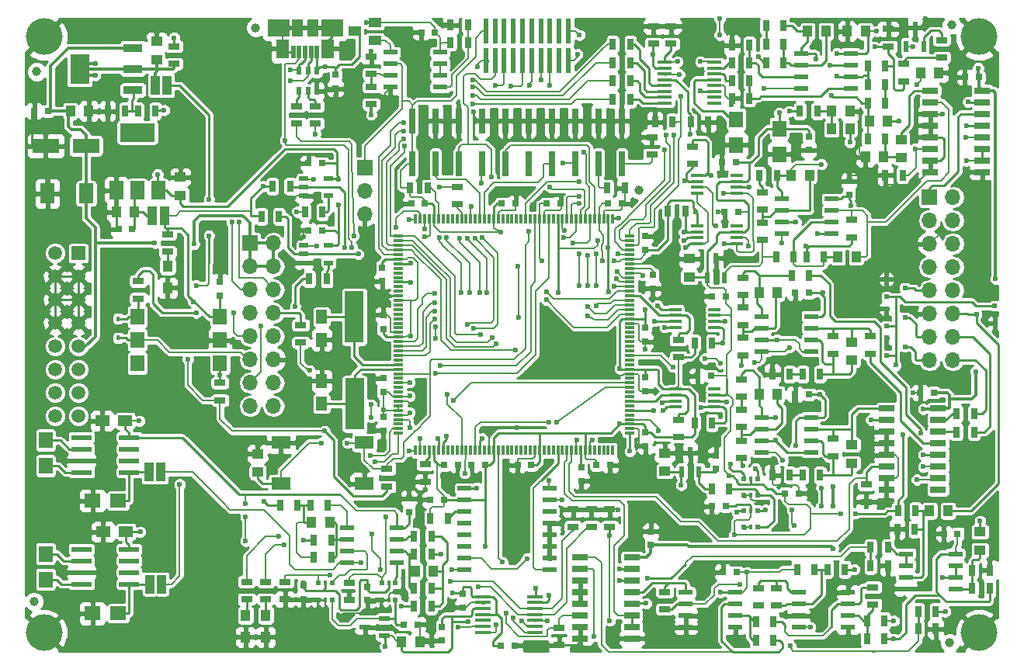
<source format=gtl>
G04 #@! TF.FileFunction,Copper,L1,Top,Signal*
%FSLAX46Y46*%
G04 Gerber Fmt 4.6, Leading zero omitted, Abs format (unit mm)*
G04 Created by KiCad (PCBNEW 4.0.1-stable) date 26/04/2018 08:46:55*
%MOMM*%
G01*
G04 APERTURE LIST*
%ADD10C,0.100000*%
%ADD11R,2.100000X5.600000*%
%ADD12R,0.640000X2.730000*%
%ADD13R,1.500000X1.800000*%
%ADD14R,1.250000X1.500000*%
%ADD15C,4.000000*%
%ADD16R,1.120000X0.300000*%
%ADD17R,0.300000X1.120000*%
%ADD18R,1.100000X1.250000*%
%ADD19R,3.800000X2.000000*%
%ADD20R,1.500000X2.000000*%
%ADD21R,0.700000X1.300000*%
%ADD22R,1.250000X1.000000*%
%ADD23R,3.000000X1.600000*%
%ADD24R,1.000000X1.250000*%
%ADD25R,1.300000X0.700000*%
%ADD26C,1.000000*%
%ADD27R,0.800000X0.750000*%
%ADD28R,0.750000X0.800000*%
%ADD29R,2.100000X1.400000*%
%ADD30R,1.700000X1.700000*%
%ADD31O,1.700000X1.700000*%
%ADD32R,1.000000X0.550000*%
%ADD33R,1.550000X0.600000*%
%ADD34R,1.350000X0.400000*%
%ADD35R,0.600000X0.600000*%
%ADD36R,0.400000X0.600000*%
%ADD37R,1.520000X1.780000*%
%ADD38R,0.600000X0.950000*%
%ADD39R,0.450000X0.600000*%
%ADD40R,1.800000X1.500000*%
%ADD41R,1.620000X2.180000*%
%ADD42R,0.500000X0.500000*%
%ADD43R,1.000000X2.000000*%
%ADD44R,1.520000X1.520000*%
%ADD45C,1.520000*%
%ADD46R,0.600000X1.300000*%
%ADD47R,1.400000X1.000000*%
%ADD48R,1.300000X0.600000*%
%ADD49R,2.200000X0.600000*%
%ADD50R,1.750000X0.700000*%
%ADD51R,1.600000X0.410000*%
%ADD52R,1.500000X0.600000*%
%ADD53R,1.475000X2.100000*%
%ADD54R,2.375000X1.900000*%
%ADD55R,1.175000X1.900000*%
%ADD56R,0.500000X1.380000*%
%ADD57R,2.150000X0.950000*%
%ADD58R,2.150000X3.250000*%
%ADD59R,1.500000X1.250000*%
%ADD60R,1.676400X0.355600*%
%ADD61R,0.560000X2.755000*%
%ADD62C,0.600000*%
%ADD63C,0.250000*%
%ADD64C,0.200000*%
%ADD65C,0.350000*%
%ADD66C,0.254000*%
G04 APERTURE END LIST*
D10*
D11*
X86400000Y-82550000D03*
X86360000Y-73050000D03*
D12*
X107910000Y-56315000D03*
X107910000Y-51685000D03*
X110450000Y-51685000D03*
X110450000Y-56315000D03*
X112990000Y-56315000D03*
X112990000Y-51685000D03*
X115530000Y-51685000D03*
X115530000Y-56315000D03*
X95210000Y-56315000D03*
X95210000Y-51685000D03*
X92670000Y-51685000D03*
X92670000Y-56315000D03*
X105370000Y-56315000D03*
X105370000Y-51685000D03*
X102830000Y-51685000D03*
X102830000Y-56315000D03*
X100290000Y-56315000D03*
X100290000Y-51685000D03*
X97750000Y-51685000D03*
X97750000Y-56315000D03*
D13*
X132700000Y-55300000D03*
X132700000Y-52500000D03*
D14*
X82800000Y-82550000D03*
X82800000Y-80050000D03*
D15*
X154500000Y-107500000D03*
X52500000Y-42500000D03*
X154500000Y-42500000D03*
X52500000Y-107500000D03*
D16*
X91180000Y-64250000D03*
X91180000Y-64750000D03*
X91180000Y-65250000D03*
X91180000Y-65750000D03*
X91180000Y-66250000D03*
X91180000Y-66750000D03*
X91180000Y-67250000D03*
X91180000Y-67750000D03*
X91180000Y-68250000D03*
X91180000Y-68750000D03*
X91180000Y-69250000D03*
X91180000Y-69750000D03*
X91180000Y-70250000D03*
X91180000Y-70750000D03*
X91180000Y-71250000D03*
X91180000Y-71750000D03*
X91180000Y-72250000D03*
X91180000Y-72750000D03*
X91180000Y-73250000D03*
X91180000Y-73750000D03*
X91180000Y-74250000D03*
X91180000Y-74750000D03*
X91180000Y-75250000D03*
X91180000Y-75750000D03*
X91180000Y-76250000D03*
X91180000Y-76750000D03*
X91180000Y-77250000D03*
X91180000Y-77750000D03*
X91180000Y-78250000D03*
X91180000Y-78750000D03*
X91180000Y-79250000D03*
X91180000Y-79750000D03*
X91180000Y-80250000D03*
X91180000Y-80750000D03*
X91180000Y-81250000D03*
X91180000Y-81750000D03*
X91180000Y-82250000D03*
X91180000Y-82750000D03*
X91180000Y-83250000D03*
X91180000Y-83750000D03*
X91180000Y-84250000D03*
X91180000Y-84750000D03*
X91180000Y-85250000D03*
X91180000Y-85750000D03*
D17*
X93050000Y-87620000D03*
X93550000Y-87620000D03*
X94050000Y-87620000D03*
X94550000Y-87620000D03*
X95050000Y-87620000D03*
X95550000Y-87620000D03*
X96050000Y-87620000D03*
X96550000Y-87620000D03*
X97050000Y-87620000D03*
X97550000Y-87620000D03*
X98050000Y-87620000D03*
X98550000Y-87620000D03*
X99050000Y-87620000D03*
X99550000Y-87620000D03*
X100050000Y-87620000D03*
X100550000Y-87620000D03*
X101050000Y-87620000D03*
X101550000Y-87620000D03*
X102050000Y-87620000D03*
X102550000Y-87620000D03*
X103050000Y-87620000D03*
X103550000Y-87620000D03*
X104050000Y-87620000D03*
X104550000Y-87620000D03*
X105050000Y-87620000D03*
X105550000Y-87620000D03*
X106050000Y-87620000D03*
X106550000Y-87620000D03*
X107050000Y-87620000D03*
X107550000Y-87620000D03*
X108050000Y-87620000D03*
X108550000Y-87620000D03*
X109050000Y-87620000D03*
X109550000Y-87620000D03*
X110050000Y-87620000D03*
X110550000Y-87620000D03*
X111050000Y-87620000D03*
X111550000Y-87620000D03*
X112050000Y-87620000D03*
X112550000Y-87620000D03*
X113050000Y-87620000D03*
X113550000Y-87620000D03*
X114050000Y-87620000D03*
X114550000Y-87620000D03*
D16*
X116420000Y-85750000D03*
X116420000Y-85250000D03*
X116420000Y-84750000D03*
X116420000Y-84250000D03*
X116420000Y-83750000D03*
X116420000Y-83250000D03*
X116420000Y-82750000D03*
X116420000Y-82250000D03*
X116420000Y-81750000D03*
X116420000Y-81250000D03*
X116420000Y-80750000D03*
X116420000Y-80250000D03*
X116420000Y-79750000D03*
X116420000Y-79250000D03*
X116420000Y-78750000D03*
X116420000Y-78250000D03*
X116420000Y-77750000D03*
X116420000Y-77250000D03*
X116420000Y-76750000D03*
X116420000Y-76250000D03*
X116420000Y-75750000D03*
X116420000Y-75250000D03*
X116420000Y-74750000D03*
X116420000Y-74250000D03*
X116420000Y-73750000D03*
X116420000Y-73250000D03*
X116420000Y-72750000D03*
X116420000Y-72250000D03*
X116420000Y-71750000D03*
X116420000Y-71250000D03*
X116420000Y-70750000D03*
X116420000Y-70250000D03*
X116420000Y-69750000D03*
X116420000Y-69250000D03*
X116420000Y-68750000D03*
X116420000Y-68250000D03*
X116420000Y-67750000D03*
X116420000Y-67250000D03*
X116420000Y-66750000D03*
X116420000Y-66250000D03*
X116420000Y-65750000D03*
X116420000Y-65250000D03*
X116420000Y-64750000D03*
X116420000Y-64250000D03*
D17*
X114550000Y-62380000D03*
X114050000Y-62380000D03*
X113550000Y-62380000D03*
X113050000Y-62380000D03*
X112550000Y-62380000D03*
X112050000Y-62380000D03*
X111550000Y-62380000D03*
X111050000Y-62380000D03*
X110550000Y-62380000D03*
X110050000Y-62380000D03*
X109550000Y-62380000D03*
X109050000Y-62380000D03*
X108550000Y-62380000D03*
X108050000Y-62380000D03*
X107550000Y-62380000D03*
X107050000Y-62380000D03*
X106550000Y-62380000D03*
X106050000Y-62380000D03*
X105550000Y-62380000D03*
X105050000Y-62380000D03*
X104550000Y-62380000D03*
X104050000Y-62380000D03*
X103550000Y-62380000D03*
X103050000Y-62380000D03*
X102550000Y-62380000D03*
X102050000Y-62380000D03*
X101550000Y-62380000D03*
X101050000Y-62380000D03*
X100550000Y-62380000D03*
X100050000Y-62380000D03*
X99550000Y-62380000D03*
X99050000Y-62380000D03*
X98550000Y-62380000D03*
X98050000Y-62380000D03*
X97550000Y-62380000D03*
X97050000Y-62380000D03*
X96550000Y-62380000D03*
X96050000Y-62380000D03*
X95550000Y-62380000D03*
X95050000Y-62380000D03*
X94550000Y-62380000D03*
X94050000Y-62380000D03*
X93550000Y-62380000D03*
X93050000Y-62380000D03*
D18*
X76700000Y-105625000D03*
X76700000Y-107975000D03*
X66000000Y-67525000D03*
X66000000Y-69875000D03*
X74500000Y-105625000D03*
X74500000Y-107975000D03*
D19*
X62700000Y-52950000D03*
D20*
X62700000Y-59250000D03*
X65000000Y-59250000D03*
X60400000Y-59250000D03*
D21*
X123050000Y-51800000D03*
X124950000Y-51800000D03*
D22*
X75800000Y-90000000D03*
X75800000Y-88000000D03*
D23*
X57100000Y-54400000D03*
X52700000Y-54400000D03*
D22*
X120200000Y-89900000D03*
X120200000Y-87900000D03*
X67400000Y-59800000D03*
X67400000Y-57800000D03*
D24*
X62400000Y-61600000D03*
X60400000Y-61600000D03*
X81700000Y-95500000D03*
X83700000Y-95500000D03*
X91500000Y-108500000D03*
X93500000Y-108500000D03*
X95000000Y-100800000D03*
X93000000Y-100800000D03*
X130500000Y-81500000D03*
X132500000Y-81500000D03*
X130500000Y-70400000D03*
X132500000Y-70400000D03*
X134000000Y-57600000D03*
X136000000Y-57600000D03*
X141100000Y-66500000D03*
X139100000Y-66500000D03*
X138400000Y-50600000D03*
X140400000Y-50600000D03*
X144100000Y-55600000D03*
X142100000Y-55600000D03*
X140400000Y-52500000D03*
X138400000Y-52500000D03*
D22*
X146000000Y-53700000D03*
X146000000Y-55700000D03*
D24*
X135800000Y-41900000D03*
X137800000Y-41900000D03*
X142500000Y-51700000D03*
X144500000Y-51700000D03*
X149100000Y-94200000D03*
X151100000Y-94200000D03*
D22*
X154600000Y-98500000D03*
X154600000Y-96500000D03*
X122900000Y-68700000D03*
X122900000Y-66700000D03*
D24*
X148100000Y-46400000D03*
X150100000Y-46400000D03*
D25*
X62800000Y-71050000D03*
X62800000Y-69150000D03*
X89900000Y-91550000D03*
X89900000Y-89650000D03*
X97600000Y-58850000D03*
X97600000Y-60750000D03*
X76700000Y-101950000D03*
X76700000Y-103850000D03*
X71700000Y-82150000D03*
X71700000Y-80250000D03*
X80500000Y-73950000D03*
X80500000Y-75850000D03*
X66000000Y-65950000D03*
X66000000Y-64050000D03*
X94100000Y-89150000D03*
X94100000Y-91050000D03*
D21*
X92450000Y-59000000D03*
X94350000Y-59000000D03*
X113950000Y-59000000D03*
X115850000Y-59000000D03*
D25*
X118800000Y-55350000D03*
X118800000Y-53450000D03*
X74600000Y-101950000D03*
X74600000Y-103850000D03*
D21*
X83850000Y-97400000D03*
X81950000Y-97400000D03*
X81450000Y-68900000D03*
X83350000Y-68900000D03*
X81950000Y-99300000D03*
X83850000Y-99300000D03*
X81550000Y-93600000D03*
X83450000Y-93600000D03*
X80950000Y-61600000D03*
X82850000Y-61600000D03*
X92850000Y-98900000D03*
X94750000Y-98900000D03*
X77450000Y-58800000D03*
X79350000Y-58800000D03*
X76250000Y-62100000D03*
X78150000Y-62100000D03*
D26*
X151500000Y-41200000D03*
X151300000Y-108600000D03*
X51700000Y-46300000D03*
X51400000Y-104100000D03*
X117400000Y-59200000D03*
X75600000Y-41500000D03*
D27*
X103950000Y-60700000D03*
X102450000Y-60700000D03*
X108850000Y-60700000D03*
X107350000Y-60700000D03*
X99150000Y-89200000D03*
X100650000Y-89200000D03*
X114250000Y-89200000D03*
X112750000Y-89200000D03*
D28*
X118100000Y-81150000D03*
X118100000Y-79650000D03*
X118100000Y-75750000D03*
X118100000Y-74250000D03*
D27*
X92550000Y-60700000D03*
X94050000Y-60700000D03*
X115550000Y-60700000D03*
X114050000Y-60700000D03*
D28*
X118100000Y-64250000D03*
X118100000Y-65750000D03*
X118100000Y-87150000D03*
X118100000Y-85650000D03*
X89400000Y-69150000D03*
X89400000Y-67650000D03*
X89500000Y-85450000D03*
X89500000Y-83950000D03*
X89500000Y-79750000D03*
X89500000Y-81250000D03*
D27*
X104150000Y-89200000D03*
X105650000Y-89200000D03*
X97650000Y-89200000D03*
X96150000Y-89200000D03*
D28*
X89500000Y-72850000D03*
X89500000Y-74350000D03*
D29*
X78350000Y-91250000D03*
X78350000Y-86750000D03*
X87450000Y-91250000D03*
X87450000Y-86750000D03*
D30*
X87500000Y-56800000D03*
D31*
X87500000Y-59340000D03*
X87500000Y-61880000D03*
D32*
X80850000Y-65250000D03*
X80850000Y-66200000D03*
X80850000Y-67150000D03*
X83550000Y-67150000D03*
X83550000Y-65250000D03*
X80850000Y-57950000D03*
X80850000Y-58900000D03*
X80850000Y-59850000D03*
X83550000Y-59850000D03*
X83550000Y-57950000D03*
D33*
X130800000Y-72995000D03*
X130800000Y-74265000D03*
X130800000Y-75535000D03*
X130800000Y-76805000D03*
X136200000Y-76805000D03*
X136200000Y-75535000D03*
X136200000Y-74265000D03*
X136200000Y-72995000D03*
X133000000Y-60195000D03*
X133000000Y-61465000D03*
X133000000Y-62735000D03*
X133000000Y-64005000D03*
X138400000Y-64005000D03*
X138400000Y-62735000D03*
X138400000Y-61465000D03*
X138400000Y-60195000D03*
X135100000Y-44295000D03*
X135100000Y-45565000D03*
X135100000Y-46835000D03*
X135100000Y-48105000D03*
X140500000Y-48105000D03*
X140500000Y-46835000D03*
X140500000Y-45565000D03*
X140500000Y-44295000D03*
X146500000Y-98895000D03*
X146500000Y-100165000D03*
X146500000Y-101435000D03*
X146500000Y-102705000D03*
X151900000Y-102705000D03*
X151900000Y-101435000D03*
X151900000Y-100165000D03*
X151900000Y-98895000D03*
X134800000Y-103095000D03*
X134800000Y-104365000D03*
X134800000Y-105635000D03*
X134800000Y-106905000D03*
X140200000Y-106905000D03*
X140200000Y-105635000D03*
X140200000Y-104365000D03*
X140200000Y-103095000D03*
X122500000Y-103095000D03*
X122500000Y-104365000D03*
X122500000Y-105635000D03*
X122500000Y-106905000D03*
X127900000Y-106905000D03*
X127900000Y-105635000D03*
X127900000Y-104365000D03*
X127900000Y-103095000D03*
X90300000Y-44195000D03*
X90300000Y-45465000D03*
X90300000Y-46735000D03*
X90300000Y-48005000D03*
X95700000Y-48005000D03*
X95700000Y-46735000D03*
X95700000Y-45465000D03*
X95700000Y-44195000D03*
X130800000Y-83995000D03*
X130800000Y-85265000D03*
X130800000Y-86535000D03*
X130800000Y-87805000D03*
X136200000Y-87805000D03*
X136200000Y-86535000D03*
X136200000Y-85265000D03*
X136200000Y-83995000D03*
X85600000Y-96095000D03*
X85600000Y-97365000D03*
X85600000Y-98635000D03*
X85600000Y-99905000D03*
X91000000Y-99905000D03*
X91000000Y-98635000D03*
X91000000Y-97365000D03*
X91000000Y-96095000D03*
D34*
X121350000Y-72225000D03*
X121350000Y-72875000D03*
X121350000Y-73525000D03*
X121350000Y-74175000D03*
X125650000Y-74175000D03*
X125650000Y-73525000D03*
X125650000Y-72875000D03*
X125650000Y-72225000D03*
X123750000Y-63125000D03*
X123750000Y-63775000D03*
X123750000Y-64425000D03*
X123750000Y-65075000D03*
X128050000Y-65075000D03*
X128050000Y-64425000D03*
X128050000Y-63775000D03*
X128050000Y-63125000D03*
X123750000Y-57625000D03*
X123750000Y-58275000D03*
X123750000Y-58925000D03*
X123750000Y-59575000D03*
X128050000Y-59575000D03*
X128050000Y-58925000D03*
X128050000Y-58275000D03*
X128050000Y-57625000D03*
X121350000Y-80925000D03*
X121350000Y-81575000D03*
X121350000Y-82225000D03*
X121350000Y-82875000D03*
X125650000Y-82875000D03*
X125650000Y-82225000D03*
X125650000Y-81575000D03*
X125650000Y-80925000D03*
D21*
X94750000Y-102700000D03*
X92850000Y-102700000D03*
X94750000Y-97000000D03*
X92850000Y-97000000D03*
X92850000Y-104600000D03*
X94750000Y-104600000D03*
X78250000Y-93600000D03*
X80150000Y-93600000D03*
D25*
X128700000Y-72050000D03*
X128700000Y-73950000D03*
X128700000Y-75350000D03*
X128700000Y-77250000D03*
X128700000Y-68750000D03*
X128700000Y-70650000D03*
X142600000Y-77050000D03*
X142600000Y-75150000D03*
D21*
X153950000Y-85600000D03*
X152050000Y-85600000D03*
X145650000Y-94200000D03*
X147550000Y-94200000D03*
X147450000Y-96200000D03*
X145550000Y-96200000D03*
X135950000Y-68500000D03*
X134050000Y-68500000D03*
X144550000Y-98200000D03*
X142650000Y-98200000D03*
D25*
X142200000Y-91350000D03*
X142200000Y-93250000D03*
X130900000Y-62750000D03*
X130900000Y-64650000D03*
X130900000Y-59450000D03*
X130900000Y-61350000D03*
D21*
X132450000Y-57600000D03*
X130550000Y-57600000D03*
X134250000Y-66500000D03*
X132350000Y-66500000D03*
X135650000Y-66500000D03*
X137550000Y-66500000D03*
D25*
X140600000Y-62450000D03*
X140600000Y-64350000D03*
D21*
X133150000Y-45300000D03*
X131250000Y-45300000D03*
X129450000Y-45300000D03*
X127550000Y-45300000D03*
X129450000Y-43400000D03*
X127550000Y-43400000D03*
X131250000Y-43300000D03*
X133150000Y-43300000D03*
X133150000Y-41300000D03*
X131250000Y-41300000D03*
X142350000Y-45700000D03*
X144250000Y-45700000D03*
X129450000Y-47300000D03*
X127550000Y-47300000D03*
X129450000Y-49200000D03*
X127550000Y-49200000D03*
X144250000Y-47700000D03*
X142350000Y-47700000D03*
X142350000Y-49700000D03*
X144250000Y-49700000D03*
X136850000Y-50600000D03*
X134950000Y-50600000D03*
X144250000Y-53600000D03*
X142350000Y-53600000D03*
X127250000Y-91800000D03*
X125350000Y-91800000D03*
X121050000Y-51800000D03*
X119150000Y-51800000D03*
D25*
X119000000Y-43250000D03*
X119000000Y-41350000D03*
X120900000Y-43250000D03*
X120900000Y-41350000D03*
D21*
X146150000Y-57600000D03*
X144250000Y-57600000D03*
X137150000Y-79300000D03*
X135250000Y-79300000D03*
D25*
X138600000Y-75150000D03*
X138600000Y-77050000D03*
D21*
X133850000Y-79300000D03*
X131950000Y-79300000D03*
X142650000Y-100200000D03*
X144550000Y-100200000D03*
X155650000Y-102700000D03*
X153750000Y-102700000D03*
X153750000Y-100700000D03*
X155650000Y-100700000D03*
X149750000Y-105200000D03*
X147850000Y-105200000D03*
X147850000Y-107100000D03*
X149750000Y-107100000D03*
X137950000Y-100600000D03*
X139850000Y-100600000D03*
X136550000Y-100600000D03*
X134650000Y-100600000D03*
D25*
X132400000Y-102650000D03*
X132400000Y-104550000D03*
X130400000Y-104550000D03*
X130400000Y-102650000D03*
X120200000Y-103050000D03*
X120200000Y-104950000D03*
D21*
X142250000Y-106200000D03*
X144150000Y-106200000D03*
X142250000Y-108200000D03*
X144150000Y-108200000D03*
D25*
X142900000Y-102550000D03*
X142900000Y-104450000D03*
D21*
X130150000Y-106300000D03*
X132050000Y-106300000D03*
X132050000Y-108300000D03*
X130150000Y-108300000D03*
D25*
X108700000Y-106950000D03*
X108700000Y-108850000D03*
D21*
X94650000Y-95000000D03*
X96550000Y-95000000D03*
D25*
X85800000Y-102050000D03*
X85800000Y-103950000D03*
X78800000Y-101950000D03*
X78800000Y-103850000D03*
X88200000Y-49850000D03*
X88200000Y-47950000D03*
X88200000Y-46550000D03*
X88200000Y-44650000D03*
D21*
X123450000Y-84600000D03*
X125350000Y-84600000D03*
D25*
X121700000Y-86150000D03*
X121700000Y-84250000D03*
X121700000Y-77450000D03*
X121700000Y-75550000D03*
D21*
X123450000Y-75900000D03*
X125350000Y-75900000D03*
X133850000Y-90300000D03*
X131950000Y-90300000D03*
D25*
X128600000Y-86550000D03*
X128600000Y-88450000D03*
D21*
X137150000Y-90300000D03*
X135250000Y-90300000D03*
D25*
X128600000Y-83150000D03*
X128600000Y-85050000D03*
X138600000Y-86350000D03*
X138600000Y-88250000D03*
X128600000Y-79850000D03*
X128600000Y-81750000D03*
X114200000Y-95950000D03*
X114200000Y-94050000D03*
D21*
X153950000Y-83600000D03*
X152050000Y-83600000D03*
D25*
X112200000Y-95950000D03*
X112200000Y-94050000D03*
X110200000Y-95950000D03*
X110200000Y-94050000D03*
X150400000Y-42850000D03*
X150400000Y-44750000D03*
X144600000Y-43550000D03*
X144600000Y-41650000D03*
X146300000Y-45450000D03*
X146300000Y-47350000D03*
D21*
X120550000Y-61500000D03*
X122450000Y-61500000D03*
D25*
X123200000Y-54450000D03*
X123200000Y-56350000D03*
X82100000Y-51950000D03*
X82100000Y-50050000D03*
X80100000Y-51950000D03*
X80100000Y-50050000D03*
X66700000Y-45450000D03*
X66700000Y-43550000D03*
D21*
X64650000Y-50600000D03*
X62750000Y-50600000D03*
X61350000Y-50600000D03*
X59450000Y-50600000D03*
D35*
X89350000Y-103900000D03*
X90850000Y-103900000D03*
D36*
X90100000Y-102100000D03*
X90100000Y-103900000D03*
D35*
X90850000Y-102100000D03*
X89350000Y-102100000D03*
X82450000Y-103900000D03*
X83950000Y-103900000D03*
D36*
X83200000Y-102100000D03*
X83200000Y-103900000D03*
D35*
X83950000Y-102100000D03*
X82450000Y-102100000D03*
X128850000Y-92500000D03*
X130350000Y-92500000D03*
D36*
X129600000Y-90700000D03*
X129600000Y-92500000D03*
D35*
X130350000Y-90700000D03*
X128850000Y-90700000D03*
X128850000Y-96000000D03*
X130350000Y-96000000D03*
D36*
X129600000Y-94200000D03*
X129600000Y-96000000D03*
D35*
X130350000Y-94200000D03*
X128850000Y-94200000D03*
D37*
X62690000Y-73060000D03*
X62690000Y-75600000D03*
X62690000Y-78140000D03*
X71710000Y-78140000D03*
X71710000Y-75600000D03*
X71710000Y-73060000D03*
D38*
X82250000Y-46175000D03*
X81300000Y-46175000D03*
X80350000Y-46175000D03*
X80350000Y-48425000D03*
X81300000Y-48425000D03*
X82250000Y-48425000D03*
D39*
X60600000Y-73250000D03*
X60600000Y-75350000D03*
D13*
X52700000Y-89300000D03*
X52700000Y-86500000D03*
D40*
X60600000Y-105400000D03*
X57800000Y-105400000D03*
D13*
X52700000Y-101700000D03*
X52700000Y-98900000D03*
D40*
X60600000Y-93100000D03*
X57800000Y-93100000D03*
D41*
X52890000Y-59600000D03*
X57110000Y-59600000D03*
D42*
X144400000Y-72150000D03*
X144400000Y-74050000D03*
X146400000Y-73100000D03*
X144400000Y-75350000D03*
X144400000Y-77250000D03*
X146400000Y-76300000D03*
X156200000Y-73750000D03*
X156200000Y-71850000D03*
X154200000Y-72800000D03*
X144400000Y-68950000D03*
X144400000Y-70850000D03*
X146400000Y-69900000D03*
D30*
X75000000Y-65000000D03*
D31*
X77540000Y-65000000D03*
X75000000Y-67540000D03*
X77540000Y-67540000D03*
X75000000Y-70080000D03*
X77540000Y-70080000D03*
X75000000Y-72620000D03*
X77540000Y-72620000D03*
X75000000Y-75160000D03*
X77540000Y-75160000D03*
X75000000Y-77700000D03*
X77540000Y-77700000D03*
X75000000Y-80240000D03*
X77540000Y-80240000D03*
X75000000Y-82780000D03*
X77540000Y-82780000D03*
D30*
X149100000Y-60000000D03*
D31*
X151640000Y-60000000D03*
X149100000Y-62540000D03*
X151640000Y-62540000D03*
X149100000Y-65080000D03*
X151640000Y-65080000D03*
X149100000Y-67620000D03*
X151640000Y-67620000D03*
X149100000Y-70160000D03*
X151640000Y-70160000D03*
X149100000Y-72700000D03*
X151640000Y-72700000D03*
X149100000Y-75240000D03*
X151640000Y-75240000D03*
X149100000Y-77780000D03*
X151640000Y-77780000D03*
D43*
X65950000Y-47800000D03*
X64650000Y-47800000D03*
X65650000Y-62000000D03*
X64350000Y-62000000D03*
D44*
X56270000Y-66110000D03*
D45*
X53730000Y-66110000D03*
X56270000Y-68650000D03*
X53730000Y-68650000D03*
X56270000Y-71190000D03*
X53730000Y-71190000D03*
X56270000Y-73730000D03*
X53730000Y-73730000D03*
X56270000Y-76270000D03*
X53730000Y-76270000D03*
X56270000Y-78810000D03*
X53730000Y-78810000D03*
X56270000Y-81350000D03*
X53730000Y-81350000D03*
X56270000Y-83890000D03*
X53730000Y-83890000D03*
D46*
X122050000Y-89950000D03*
X123950000Y-89950000D03*
X123000000Y-87850000D03*
X124850000Y-68750000D03*
X126750000Y-68750000D03*
X125800000Y-66650000D03*
X146550000Y-43550000D03*
X148450000Y-43550000D03*
X147500000Y-41450000D03*
D47*
X88600000Y-42850000D03*
X88600000Y-40950000D03*
X86400000Y-41900000D03*
D48*
X89650000Y-107850000D03*
X89650000Y-105950000D03*
X87550000Y-106900000D03*
D21*
X96850000Y-43100000D03*
X98750000Y-43100000D03*
X98750000Y-41200000D03*
X96850000Y-41200000D03*
D49*
X56600000Y-98395000D03*
X56600000Y-99665000D03*
X56600000Y-100935000D03*
X56600000Y-102205000D03*
X61800000Y-102205000D03*
X61800000Y-100935000D03*
X61800000Y-99665000D03*
X61800000Y-98395000D03*
D50*
X150025000Y-83055000D03*
X150025000Y-85595000D03*
X150025000Y-86865000D03*
X150025000Y-88135000D03*
X150025000Y-89405000D03*
X150025000Y-90675000D03*
X150025000Y-91945000D03*
X144375000Y-91945000D03*
X144375000Y-90675000D03*
X144375000Y-89405000D03*
X144375000Y-88135000D03*
X144375000Y-86865000D03*
X144375000Y-85595000D03*
X144375000Y-84325000D03*
X144375000Y-83055000D03*
X150025000Y-84325000D03*
X154825000Y-48355000D03*
X154825000Y-50895000D03*
X154825000Y-52165000D03*
X154825000Y-53435000D03*
X154825000Y-54705000D03*
X154825000Y-55975000D03*
X154825000Y-57245000D03*
X149175000Y-57245000D03*
X149175000Y-55975000D03*
X149175000Y-54705000D03*
X149175000Y-53435000D03*
X149175000Y-52165000D03*
X149175000Y-50895000D03*
X149175000Y-49625000D03*
X149175000Y-48355000D03*
X154825000Y-49625000D03*
X116625000Y-99255000D03*
X116625000Y-101795000D03*
X116625000Y-103065000D03*
X116625000Y-104335000D03*
X116625000Y-105605000D03*
X116625000Y-106875000D03*
X116625000Y-108145000D03*
X110975000Y-108145000D03*
X110975000Y-106875000D03*
X110975000Y-105605000D03*
X110975000Y-104335000D03*
X110975000Y-103065000D03*
X110975000Y-101795000D03*
X110975000Y-100525000D03*
X110975000Y-99255000D03*
X116625000Y-100525000D03*
D49*
X56600000Y-86195000D03*
X56600000Y-87465000D03*
X56600000Y-88735000D03*
X56600000Y-90005000D03*
X61800000Y-90005000D03*
X61800000Y-88735000D03*
X61800000Y-87465000D03*
X61800000Y-86195000D03*
D51*
X120200000Y-45277500D03*
X120200000Y-45912500D03*
X120200000Y-46547500D03*
X120200000Y-47182500D03*
X120200000Y-47817500D03*
X120200000Y-48452500D03*
X120200000Y-49087500D03*
X120200000Y-49722500D03*
X125600000Y-49722500D03*
X125600000Y-49087500D03*
X125600000Y-48452500D03*
X125600000Y-47817500D03*
X125600000Y-47182500D03*
X125600000Y-46547500D03*
X125600000Y-45912500D03*
X125600000Y-45277500D03*
D52*
X98350000Y-91755000D03*
X98350000Y-93025000D03*
X98350000Y-94295000D03*
X98350000Y-95565000D03*
X98350000Y-96835000D03*
X98350000Y-98105000D03*
X98350000Y-99375000D03*
X98350000Y-100645000D03*
X107650000Y-100645000D03*
X107650000Y-99375000D03*
X107650000Y-98105000D03*
X107650000Y-96835000D03*
X107650000Y-95565000D03*
X107650000Y-94295000D03*
X107650000Y-93025000D03*
X107650000Y-91755000D03*
D53*
X78537500Y-43800000D03*
D54*
X78087500Y-41500000D03*
D55*
X80162500Y-41500000D03*
X81837500Y-41500000D03*
D54*
X83912500Y-41500000D03*
D56*
X82300000Y-44160000D03*
X81650000Y-44160000D03*
X81000000Y-44160000D03*
X80350000Y-44160000D03*
X79700000Y-44160000D03*
D53*
X83462500Y-43800000D03*
D57*
X62200000Y-48300000D03*
X62200000Y-46000000D03*
X62200000Y-43700000D03*
D58*
X56400000Y-46000000D03*
D43*
X65250000Y-90000000D03*
X63950000Y-90000000D03*
D59*
X58850000Y-84400000D03*
X61350000Y-84400000D03*
X58950000Y-96500000D03*
X61450000Y-96500000D03*
D43*
X65350000Y-102200000D03*
X64050000Y-102200000D03*
D13*
X128000000Y-54300000D03*
X128000000Y-51500000D03*
D21*
X116450000Y-43300000D03*
X114550000Y-43300000D03*
X116450000Y-45300000D03*
X114550000Y-45300000D03*
X116450000Y-47300000D03*
X114550000Y-47300000D03*
X116450000Y-49300000D03*
X114550000Y-49300000D03*
D60*
X100380600Y-103549999D03*
X100380600Y-104200000D03*
X100380600Y-104850001D03*
X100380600Y-105500000D03*
X100380600Y-106149999D03*
X100380600Y-106800000D03*
X100380600Y-107449999D03*
X106019400Y-107450001D03*
X106019400Y-106800000D03*
X106019400Y-106150001D03*
X106019400Y-105500000D03*
X106019400Y-104850001D03*
X106019400Y-104200000D03*
X106019400Y-103550001D03*
D27*
X93250000Y-106600000D03*
X91750000Y-106600000D03*
X60650000Y-63500000D03*
X62150000Y-63500000D03*
D28*
X84300000Y-48150000D03*
X84300000Y-46650000D03*
D27*
X96150000Y-93000000D03*
X94650000Y-93000000D03*
X126850000Y-70800000D03*
X125350000Y-70800000D03*
X125250000Y-79500000D03*
X123750000Y-79500000D03*
X103850000Y-108900000D03*
X102350000Y-108900000D03*
X128250000Y-61600000D03*
X126750000Y-61600000D03*
D28*
X135900000Y-54850000D03*
X135900000Y-53350000D03*
D27*
X148050000Y-81300000D03*
X149550000Y-81300000D03*
D28*
X125800000Y-88150000D03*
X125800000Y-89650000D03*
X95900000Y-106850000D03*
X95900000Y-108350000D03*
X118700000Y-96450000D03*
X118700000Y-97950000D03*
D27*
X127950000Y-56200000D03*
X126450000Y-56200000D03*
D28*
X98200000Y-103250000D03*
X98200000Y-104750000D03*
X71700000Y-70750000D03*
X71700000Y-69250000D03*
D27*
X82850000Y-63600000D03*
X81350000Y-63600000D03*
X82850000Y-56300000D03*
X81350000Y-56300000D03*
D28*
X87800000Y-103950000D03*
X87800000Y-102450000D03*
X80800000Y-103850000D03*
X80800000Y-102350000D03*
X92300000Y-94350000D03*
X92300000Y-92850000D03*
D27*
X134850000Y-92300000D03*
X133350000Y-92300000D03*
X125350000Y-93700000D03*
X126850000Y-93700000D03*
X51450000Y-50600000D03*
X52950000Y-50600000D03*
X135950000Y-70400000D03*
X134450000Y-70400000D03*
X93650000Y-42000000D03*
X95150000Y-42000000D03*
X152150000Y-96700000D03*
X150650000Y-96700000D03*
X154450000Y-46900000D03*
X152950000Y-46900000D03*
X135950000Y-81500000D03*
X134450000Y-81500000D03*
X128050000Y-100900000D03*
X126550000Y-100900000D03*
D22*
X140600000Y-75800000D03*
X140600000Y-77800000D03*
X140600000Y-87000000D03*
X140600000Y-89000000D03*
D24*
X140100000Y-41900000D03*
X142100000Y-41900000D03*
X55400000Y-50600000D03*
X57400000Y-50600000D03*
D22*
X64800000Y-45000000D03*
X64800000Y-43000000D03*
D61*
X106700000Y-45107500D03*
X106700000Y-41892500D03*
X107700000Y-41892500D03*
X107700000Y-45107500D03*
X108700000Y-45107500D03*
X108700000Y-41892500D03*
X109700000Y-41892500D03*
X109700000Y-45107500D03*
X101700000Y-45107500D03*
X101700000Y-41892500D03*
X100700000Y-41892500D03*
X100700000Y-45107500D03*
X105700000Y-45107500D03*
X105700000Y-41892500D03*
X104700000Y-41892500D03*
X104700000Y-45107500D03*
X103700000Y-45107500D03*
X103700000Y-41892500D03*
X102700000Y-41892500D03*
X102700000Y-45107500D03*
D14*
X82800000Y-73050000D03*
X82800000Y-75550000D03*
D28*
X111100000Y-90950000D03*
X111100000Y-89450000D03*
X118900000Y-69950000D03*
X118900000Y-68450000D03*
X140300000Y-58250000D03*
X140300000Y-59750000D03*
D62*
X83100000Y-85500000D03*
X113400000Y-66900000D03*
X76400000Y-58800000D03*
X92400000Y-81700000D03*
X92500000Y-75100000D03*
X106800000Y-66900000D03*
X114700000Y-66900000D03*
X102300000Y-63800000D03*
X125300000Y-57600000D03*
X89500000Y-83200000D03*
X68200000Y-77700000D03*
X68800000Y-71400000D03*
X97100000Y-103200000D03*
X100600000Y-98100000D03*
X115300000Y-78700000D03*
X115300000Y-84750000D03*
X118100000Y-72300000D03*
X119400000Y-71800000D03*
X123600000Y-61600000D03*
X119800000Y-63000000D03*
X121300000Y-63000000D03*
X80800000Y-64300000D03*
X81600000Y-67200000D03*
X136200000Y-105700000D03*
X136300000Y-108800000D03*
X93300000Y-81000000D03*
X93300000Y-82600000D03*
X89500000Y-86500000D03*
X84300000Y-80000000D03*
X88300000Y-79900000D03*
X89700000Y-49100000D03*
X99800000Y-45800000D03*
X106400000Y-53500000D03*
X102700000Y-59600000D03*
X96700000Y-50700000D03*
X99400000Y-50700000D03*
X91500000Y-60700000D03*
X93900000Y-55100000D03*
X118100000Y-76600000D03*
X118100000Y-78000000D03*
X122600000Y-79500000D03*
X121000000Y-79500000D03*
X154800000Y-58400000D03*
X128000000Y-108800000D03*
X96300000Y-41200000D03*
X92600000Y-42000000D03*
X127000000Y-66300000D03*
X128500000Y-66700000D03*
X126000000Y-61600000D03*
X133000000Y-94100000D03*
X133000000Y-96000000D03*
X125500000Y-100900000D03*
X91700000Y-103400000D03*
X94300000Y-108300000D03*
X104100000Y-85100000D03*
X104150000Y-89200000D03*
X100600000Y-85200000D03*
X99400000Y-90300000D03*
X87400000Y-89900000D03*
X87400000Y-93400000D03*
X127500000Y-49900000D03*
X85800000Y-103950000D03*
X73000000Y-75800000D03*
X118500000Y-108600000D03*
X112500000Y-109000000D03*
X83200000Y-105700000D03*
X84800000Y-105700000D03*
X134400000Y-71400000D03*
X136800000Y-71400000D03*
X104000000Y-59600000D03*
X105800000Y-60800000D03*
X134200000Y-83000000D03*
X54100000Y-48900000D03*
X125000000Y-53100000D03*
X114000000Y-79500000D03*
X151300000Y-46500000D03*
X150500000Y-50900000D03*
X139000000Y-41900000D03*
X128850000Y-96000000D03*
X107600000Y-99300000D03*
X110975000Y-101795000D03*
X94100000Y-91900000D03*
X96000000Y-90400000D03*
X118700000Y-95400000D03*
X115100000Y-94100000D03*
X126200000Y-96700000D03*
X88200000Y-44100000D03*
X84300000Y-49100000D03*
X132000000Y-88900000D03*
X131400000Y-93300000D03*
X123800000Y-93700000D03*
X143200000Y-95800000D03*
X142200000Y-93800000D03*
X144400000Y-93100000D03*
X145700000Y-97600000D03*
X149600000Y-96700000D03*
X144400000Y-76100000D03*
X142800000Y-85600000D03*
X147300000Y-81300000D03*
X79800000Y-56300000D03*
X156000000Y-99300000D03*
X156200000Y-72800000D03*
X85500000Y-43800000D03*
X71700000Y-67700000D03*
X66000000Y-71300000D03*
X130700000Y-78800000D03*
X148600000Y-40500000D03*
X85600000Y-86800000D03*
X82800000Y-86800000D03*
X105400000Y-63700000D03*
X109100000Y-56300000D03*
X138600000Y-98300000D03*
X64600000Y-65000000D03*
X68900000Y-65100000D03*
X154400000Y-45900000D03*
X156300000Y-68900000D03*
X154100000Y-79000000D03*
X138600000Y-91600000D03*
X138600000Y-93700000D03*
X148400000Y-83100000D03*
X88200000Y-51000000D03*
X98800000Y-106300000D03*
X126300000Y-103100000D03*
X89700000Y-109000000D03*
X143300000Y-41900000D03*
X147700000Y-47700000D03*
X147300000Y-43600000D03*
X87700000Y-40900000D03*
X127800000Y-96800000D03*
X129200000Y-100900000D03*
X139400000Y-94500000D03*
X146200000Y-85900000D03*
X145400000Y-78300000D03*
X124100000Y-48400000D03*
X80800000Y-102100000D03*
X139000000Y-44300000D03*
X132700000Y-50800000D03*
X64900000Y-57500000D03*
X145200000Y-108200000D03*
X141000000Y-94500000D03*
X63000000Y-96500000D03*
X122000000Y-91400000D03*
X127200000Y-90400000D03*
X84600000Y-58000000D03*
X84600000Y-60800000D03*
X132300000Y-84000000D03*
X142700000Y-84300000D03*
X153000000Y-53500000D03*
X137300000Y-56400000D03*
X136700000Y-44900000D03*
X133800000Y-50600000D03*
X138200000Y-45600000D03*
X138400000Y-48900000D03*
X145800000Y-51700000D03*
X139000000Y-46800000D03*
X140500000Y-60900000D03*
X137300000Y-93700000D03*
X137300000Y-91700000D03*
X134500000Y-87100000D03*
X62900000Y-84400000D03*
X69100000Y-69600000D03*
X74500000Y-94900000D03*
X74500000Y-93400000D03*
X74500000Y-97500000D03*
X137100000Y-81500000D03*
X137500000Y-70400000D03*
X70500000Y-64200000D03*
X70500000Y-60200000D03*
X58100000Y-46700000D03*
X58100000Y-45400000D03*
X95700000Y-78400000D03*
X71700000Y-79400000D03*
X81500000Y-78900000D03*
X95200000Y-79200000D03*
X80800000Y-97400000D03*
X96400000Y-86100000D03*
X95500000Y-86300000D03*
X95800000Y-98900000D03*
X92500000Y-69300000D03*
X85300000Y-65500000D03*
X86800000Y-66200000D03*
X92500000Y-67200000D03*
X118300000Y-101600000D03*
X118200000Y-104300000D03*
X135600000Y-65300000D03*
X143100000Y-43600000D03*
X130400000Y-44700000D03*
X115100000Y-66200000D03*
X147500000Y-54700000D03*
X133900000Y-108900000D03*
X112500000Y-107900000D03*
X128400000Y-102200000D03*
X130400000Y-104600000D03*
X102900000Y-105400000D03*
X102500000Y-99800000D03*
X98400000Y-90100000D03*
X98400000Y-94300000D03*
X65600000Y-50500000D03*
X66700000Y-42600000D03*
X121800000Y-46600000D03*
X122000000Y-49000000D03*
X118900000Y-44400000D03*
X120400000Y-53200000D03*
X121600000Y-45200000D03*
X121200000Y-53200000D03*
X123000000Y-53100000D03*
X120200000Y-54800000D03*
X78800000Y-53800000D03*
X114700000Y-69700000D03*
X86100000Y-65500000D03*
X95600000Y-58900000D03*
X100200000Y-58500000D03*
X117800000Y-68500000D03*
X110200000Y-65000000D03*
X101300000Y-57800000D03*
X81900000Y-58000000D03*
X107300000Y-71200000D03*
X107300000Y-70300000D03*
X82300000Y-65300000D03*
X134300000Y-95800000D03*
X134100000Y-94100000D03*
X133800000Y-76400000D03*
X133000000Y-65000000D03*
X130000000Y-78000000D03*
X87100000Y-99900000D03*
X136100000Y-106900000D03*
X133100000Y-88700000D03*
X150800000Y-105200000D03*
X150500000Y-101500000D03*
X126200000Y-40500000D03*
X131000000Y-48100000D03*
X126200000Y-42300000D03*
X67300000Y-91300000D03*
X122300000Y-63800000D03*
X110900000Y-60700000D03*
X126600000Y-59600000D03*
X115200000Y-62300000D03*
X126700000Y-65100000D03*
X124200000Y-82900000D03*
X126500000Y-75900000D03*
X122500000Y-65500000D03*
X114000000Y-65500000D03*
X120000000Y-83300000D03*
X114100000Y-70300000D03*
X120200000Y-74200000D03*
X112900000Y-64700000D03*
X125800000Y-63100000D03*
X122300000Y-64700000D03*
X119900000Y-82400000D03*
X108600000Y-70400000D03*
X119100000Y-73500000D03*
X89800000Y-94900000D03*
X88200000Y-84000000D03*
X88200000Y-82600000D03*
X92400000Y-83500000D03*
X88300000Y-96700000D03*
X92400000Y-85100000D03*
X83700000Y-101200000D03*
X89200000Y-100600000D03*
X112300000Y-86500000D03*
X114200000Y-96900000D03*
X114200000Y-106200000D03*
X107400000Y-106200000D03*
X93500000Y-86300000D03*
X99900000Y-102500000D03*
X96800000Y-101900000D03*
X92300000Y-87700000D03*
X122400000Y-58200000D03*
X110900000Y-59900000D03*
X82100000Y-53100000D03*
X114900000Y-68900000D03*
X86300000Y-64200000D03*
X115000000Y-68100000D03*
X103700000Y-41900000D03*
X91800000Y-54400000D03*
X100100000Y-75000000D03*
X97700000Y-106900000D03*
X101700000Y-47800000D03*
X91700000Y-53600000D03*
X101800000Y-76000000D03*
X101800000Y-106600000D03*
X102700000Y-41900000D03*
X91700000Y-52800000D03*
X103900000Y-76700000D03*
X104600000Y-106200000D03*
X128600000Y-78400000D03*
X130100000Y-89600000D03*
X131200000Y-94100000D03*
X128700000Y-89300000D03*
X127400000Y-89100000D03*
X119000000Y-83300000D03*
X128100000Y-94400000D03*
X116400000Y-87700000D03*
X83200000Y-45800000D03*
X154600000Y-95300000D03*
X140900000Y-100600000D03*
X145200000Y-106200000D03*
X69100000Y-72600000D03*
X73200000Y-72600000D03*
X76500000Y-93200000D03*
X79900000Y-71900000D03*
X80100000Y-61600000D03*
X76200000Y-74000000D03*
X91500000Y-104600000D03*
X73800000Y-62700000D03*
X79400000Y-47300000D03*
X79400000Y-46100000D03*
X73000000Y-62700000D03*
X148400000Y-88100000D03*
X148100000Y-85700000D03*
X148400000Y-89400000D03*
X110600000Y-86500000D03*
X147700000Y-90800000D03*
X119500000Y-85500000D03*
X153100000Y-52200000D03*
X140400000Y-54000000D03*
X153300000Y-49600000D03*
X153100000Y-56000000D03*
X126300000Y-78100000D03*
X121100000Y-78500000D03*
X124600000Y-77600000D03*
X124100000Y-45200000D03*
X110900000Y-58300000D03*
X94000000Y-64300000D03*
X99300000Y-47200000D03*
X99300000Y-48900000D03*
X94000000Y-63500000D03*
X90900000Y-63300000D03*
X99300000Y-48000000D03*
X99300000Y-49800000D03*
X92300000Y-62400000D03*
X101400000Y-75300000D03*
X103700000Y-105900000D03*
X107600000Y-103400000D03*
X115300000Y-101800000D03*
X106100000Y-102700000D03*
X115300000Y-100500000D03*
X107600000Y-84500000D03*
X107600000Y-90900000D03*
X109000000Y-93000000D03*
X108400000Y-84500000D03*
X97200000Y-82200000D03*
X97000000Y-100600000D03*
X99700000Y-91700000D03*
X100300000Y-86300000D03*
X104200000Y-67500000D03*
X99100000Y-61000000D03*
X104300000Y-73100000D03*
X105200000Y-99400000D03*
X126800000Y-73500000D03*
X132435000Y-75535000D03*
X127000000Y-82300000D03*
X132300000Y-86500000D03*
X134500000Y-62700000D03*
X129300000Y-65300000D03*
X136900000Y-64000000D03*
X129400000Y-58900000D03*
X107700000Y-41900000D03*
X109300000Y-63600000D03*
X99500000Y-64500000D03*
X105500000Y-47800000D03*
X95200000Y-74100000D03*
X98700000Y-73900000D03*
X95200000Y-75400000D03*
X92400000Y-80200000D03*
X103700000Y-45107500D03*
X98000000Y-70400000D03*
X95100000Y-70500000D03*
X95600000Y-64400000D03*
X100300000Y-64400000D03*
X106700000Y-41892500D03*
X99400000Y-74300000D03*
X96500000Y-81500000D03*
X103400000Y-47900000D03*
X98900000Y-70400000D03*
X95100000Y-71500000D03*
X96400000Y-64400000D03*
X108700000Y-45107500D03*
X110900000Y-66200000D03*
X110900000Y-69600000D03*
X111800000Y-72900000D03*
X104700000Y-41900000D03*
X97800000Y-64500000D03*
X95100000Y-72400000D03*
X100000000Y-70400000D03*
X110700000Y-44400000D03*
X111800000Y-69600000D03*
X111800000Y-71900000D03*
X111800000Y-66300000D03*
X100800000Y-70400000D03*
X98700000Y-64500000D03*
X105700000Y-41900000D03*
X95100000Y-73300000D03*
X112700000Y-71800000D03*
X112700000Y-69600000D03*
X112700000Y-66200000D03*
X110900000Y-42300000D03*
X111400000Y-55100000D03*
X108700000Y-41892500D03*
X107700000Y-47800000D03*
X107700000Y-58900000D03*
X106700000Y-47200000D03*
X109200000Y-64400000D03*
X91700000Y-51900000D03*
X101700000Y-42000000D03*
X78700000Y-97900000D03*
X88600000Y-88900000D03*
X78100000Y-97000000D03*
X88100000Y-88200000D03*
D63*
X123200000Y-54450000D02*
X123200000Y-53800000D01*
X124900000Y-54000000D02*
X124900000Y-55000000D01*
X124600000Y-53700000D02*
X124900000Y-54000000D01*
X123300000Y-53700000D02*
X124600000Y-53700000D01*
X123200000Y-53800000D02*
X123300000Y-53700000D01*
X111550000Y-87620000D02*
X111550000Y-85700000D01*
X111500000Y-85800000D02*
X111500000Y-85700000D01*
X111500000Y-85750000D02*
X111500000Y-85800000D01*
X111550000Y-85700000D02*
X111500000Y-85750000D01*
X106550000Y-87620000D02*
X106550000Y-85700000D01*
X106550000Y-85700000D02*
X106500000Y-85700000D01*
X111300000Y-85700000D02*
X111500000Y-85700000D01*
X111500000Y-85700000D02*
X114350000Y-85700000D01*
X114350000Y-85700000D02*
X115300000Y-84750000D01*
X109300000Y-85700000D02*
X111300000Y-85700000D01*
X111300000Y-85700000D02*
X111700000Y-85700000D01*
X102450000Y-106300000D02*
X102450000Y-105950000D01*
X102450000Y-105950000D02*
X101800000Y-105300000D01*
X101800000Y-103900000D02*
X101600000Y-103700000D01*
X101800000Y-105300000D02*
X101800000Y-103900000D01*
X102450000Y-107100000D02*
X102450000Y-107450000D01*
X101500000Y-108900000D02*
X102350000Y-108900000D01*
X101500000Y-108400000D02*
X101500000Y-108900000D01*
X102450000Y-107450000D02*
X101500000Y-108400000D01*
X98200000Y-103250000D02*
X98200000Y-102600000D01*
X99249999Y-103549999D02*
X100380600Y-103549999D01*
X99100000Y-103400000D02*
X99249999Y-103549999D01*
X99100000Y-102700000D02*
X99100000Y-103400000D01*
X98900000Y-102500000D02*
X99100000Y-102700000D01*
X98300000Y-102500000D02*
X98900000Y-102500000D01*
X98200000Y-102600000D02*
X98300000Y-102500000D01*
X123600000Y-61600000D02*
X123600000Y-61400000D01*
X120550000Y-60650000D02*
X120550000Y-61500000D01*
X120900000Y-60300000D02*
X120550000Y-60650000D01*
X123100000Y-60300000D02*
X120900000Y-60300000D01*
X123300000Y-60500000D02*
X123100000Y-60300000D01*
X123300000Y-61100000D02*
X123300000Y-60500000D01*
X123600000Y-61400000D02*
X123300000Y-61100000D01*
X107100000Y-85700000D02*
X109300000Y-85700000D01*
X109300000Y-85700000D02*
X109600000Y-85700000D01*
X106500000Y-85700000D02*
X107100000Y-85700000D01*
X84100000Y-86600000D02*
X84100000Y-86500000D01*
X84100000Y-86500000D02*
X83100000Y-85500000D01*
X89900000Y-91550000D02*
X89900000Y-92100000D01*
X89900000Y-92100000D02*
X89400000Y-92600000D01*
X89400000Y-92600000D02*
X86200000Y-92600000D01*
X86200000Y-92600000D02*
X84100000Y-90500000D01*
X84100000Y-90500000D02*
X84100000Y-86600000D01*
D64*
X71700000Y-84200000D02*
X73000000Y-85500000D01*
X73000000Y-85500000D02*
X83100000Y-85500000D01*
X71700000Y-82150000D02*
X71700000Y-84200000D01*
X91180000Y-75250000D02*
X91950000Y-75250000D01*
X92100000Y-75100000D02*
X92500000Y-75100000D01*
X91950000Y-75250000D02*
X92100000Y-75100000D01*
X92500000Y-75100000D02*
X92500000Y-71400000D01*
X92500000Y-71400000D02*
X92600000Y-71300000D01*
X72400000Y-61500000D02*
X75100000Y-61500000D01*
X75100000Y-61500000D02*
X75000000Y-61500000D01*
X75000000Y-61500000D02*
X75100000Y-61500000D01*
D63*
X106550000Y-85700000D02*
X106500000Y-85700000D01*
X104600000Y-85700000D02*
X106500000Y-85700000D01*
X101550000Y-87620000D02*
X101550000Y-86250000D01*
X102100000Y-85700000D02*
X104600000Y-85700000D01*
X101550000Y-86250000D02*
X102100000Y-85700000D01*
D64*
X113400000Y-66900000D02*
X113400000Y-66500000D01*
X113300000Y-65800000D02*
X113400000Y-65900000D01*
X113400000Y-65900000D02*
X113400000Y-66500000D01*
X113500000Y-64800000D02*
X113500000Y-65000000D01*
X113050000Y-63650000D02*
X113500000Y-64100000D01*
X113500000Y-64100000D02*
X113500000Y-64800000D01*
X113050000Y-63650000D02*
X113050000Y-62380000D01*
X113500000Y-65000000D02*
X113300000Y-65200000D01*
X113300000Y-65200000D02*
X113300000Y-65800000D01*
X92700000Y-60000000D02*
X92600000Y-60000000D01*
X92600000Y-60000000D02*
X92450000Y-59850000D01*
X92450000Y-59850000D02*
X92450000Y-59000000D01*
X94050000Y-60700000D02*
X94050000Y-60350000D01*
X94050000Y-60350000D02*
X93700000Y-60000000D01*
X93700000Y-60000000D02*
X92700000Y-60000000D01*
X100700000Y-41892500D02*
X100307500Y-41892500D01*
X93200000Y-49500000D02*
X92670000Y-50030000D01*
X96900000Y-49500000D02*
X93200000Y-49500000D01*
X97500000Y-48900000D02*
X96900000Y-49500000D01*
X97500000Y-46800000D02*
X97500000Y-48900000D01*
X99600000Y-44700000D02*
X97500000Y-46800000D01*
X99600000Y-42600000D02*
X99600000Y-44700000D01*
X100307500Y-41892500D02*
X99600000Y-42600000D01*
X91180000Y-81750000D02*
X92350000Y-81750000D01*
X92350000Y-81750000D02*
X92400000Y-81700000D01*
X92600000Y-71250000D02*
X92600000Y-71300000D01*
X92600000Y-71300000D02*
X92600000Y-71250000D01*
X92500000Y-75100000D02*
X92500000Y-75200000D01*
X92450000Y-75150000D02*
X92500000Y-75100000D01*
X92450000Y-59000000D02*
X91500000Y-59000000D01*
X92185000Y-56315000D02*
X92670000Y-56315000D01*
X91400000Y-57100000D02*
X92185000Y-56315000D01*
X91400000Y-58900000D02*
X91400000Y-57100000D01*
X91500000Y-59000000D02*
X91400000Y-58900000D01*
X92670000Y-56315000D02*
X92670000Y-51685000D01*
X92670000Y-51685000D02*
X92670000Y-50030000D01*
X92670000Y-50030000D02*
X92670000Y-49870000D01*
X92300000Y-49500000D02*
X91600000Y-49500000D01*
X92670000Y-49870000D02*
X92300000Y-49500000D01*
X90300000Y-45465000D02*
X91365000Y-45465000D01*
X91600000Y-45700000D02*
X91600000Y-46200000D01*
X91365000Y-45465000D02*
X91600000Y-45700000D01*
X92350000Y-58900000D02*
X92450000Y-59000000D01*
X87500000Y-56800000D02*
X87500000Y-54400000D01*
X87500000Y-54400000D02*
X91600000Y-50300000D01*
X91600000Y-50300000D02*
X91600000Y-49500000D01*
X91600000Y-49500000D02*
X91600000Y-46200000D01*
X91600000Y-46200000D02*
X91600000Y-46065000D01*
X106550000Y-62380000D02*
X106550000Y-66650000D01*
X106550000Y-66650000D02*
X106800000Y-66900000D01*
X67400000Y-61500000D02*
X66900000Y-62000000D01*
X72600000Y-61500000D02*
X72400000Y-61500000D01*
X72400000Y-61500000D02*
X67400000Y-61500000D01*
X65650000Y-62000000D02*
X66900000Y-62000000D01*
X116420000Y-66750000D02*
X115550000Y-66750000D01*
X115550000Y-66750000D02*
X115300000Y-67000000D01*
X115300000Y-67000000D02*
X114800000Y-67000000D01*
X114800000Y-67000000D02*
X114700000Y-66900000D01*
X116420000Y-66750000D02*
X117550000Y-66750000D01*
X118100000Y-66200000D02*
X118100000Y-65750000D01*
X117550000Y-66750000D02*
X118100000Y-66200000D01*
X123775000Y-57600000D02*
X125300000Y-57600000D01*
X123775000Y-57600000D02*
X123750000Y-57625000D01*
X89500000Y-83200000D02*
X89500000Y-83250000D01*
X113050000Y-62380000D02*
X113050000Y-61050000D01*
X113050000Y-61050000D02*
X113400000Y-60700000D01*
X113400000Y-60700000D02*
X114050000Y-60700000D01*
D63*
X118100000Y-65750000D02*
X119450000Y-65750000D01*
X119450000Y-65750000D02*
X120550000Y-64650000D01*
X120550000Y-64650000D02*
X120550000Y-61500000D01*
D64*
X106550000Y-60700000D02*
X106900000Y-60700000D01*
X106900000Y-60700000D02*
X107450000Y-60700000D01*
X106550000Y-60700000D02*
X106600000Y-60700000D01*
X106600000Y-60700000D02*
X106550000Y-60700000D01*
X106550000Y-60700000D02*
X106550000Y-62380000D01*
X69850000Y-82150000D02*
X68200000Y-80500000D01*
X68200000Y-80500000D02*
X68200000Y-77700000D01*
X71700000Y-82150000D02*
X69850000Y-82150000D01*
X68800000Y-71400000D02*
X68850000Y-71350000D01*
X68850000Y-71350000D02*
X68800000Y-71400000D01*
X68800000Y-71400000D02*
X68800000Y-71300000D01*
X96150000Y-93000000D02*
X96150000Y-92550000D01*
X95400000Y-91800000D02*
X95400000Y-89000000D01*
X96150000Y-92550000D02*
X95400000Y-91800000D01*
X96150000Y-93000000D02*
X96150000Y-93650000D01*
X94650000Y-94050000D02*
X94650000Y-95000000D01*
X94900000Y-93800000D02*
X94650000Y-94050000D01*
X96000000Y-93800000D02*
X94900000Y-93800000D01*
X96150000Y-93650000D02*
X96000000Y-93800000D01*
D63*
X100200000Y-93025000D02*
X100650000Y-93025000D01*
X100650000Y-93025000D02*
X100625000Y-93000000D01*
X100625000Y-93000000D02*
X100600000Y-93000000D01*
X100600000Y-93000000D02*
X100650000Y-93000000D01*
X98150000Y-103200000D02*
X97100000Y-103200000D01*
X100650000Y-98050000D02*
X100650000Y-93000000D01*
X100650000Y-98050000D02*
X100600000Y-98100000D01*
X100650000Y-93000000D02*
X100650000Y-92400000D01*
D64*
X98150000Y-103200000D02*
X98200000Y-103250000D01*
X112750000Y-89200000D02*
X112750000Y-88750000D01*
X111550000Y-88450000D02*
X111550000Y-87620000D01*
X111700000Y-88600000D02*
X111550000Y-88450000D01*
X112600000Y-88600000D02*
X111700000Y-88600000D01*
X112750000Y-88750000D02*
X112600000Y-88600000D01*
X121700000Y-77450000D02*
X121700000Y-80575000D01*
X121700000Y-80575000D02*
X121350000Y-80925000D01*
D63*
X115300000Y-78700000D02*
X115300000Y-73500000D01*
X115550000Y-73250000D02*
X116420000Y-73250000D01*
X115300000Y-73500000D02*
X115550000Y-73250000D01*
X116420000Y-78750000D02*
X115350000Y-78750000D01*
X115350000Y-78750000D02*
X115300000Y-78700000D01*
D64*
X116370000Y-78700000D02*
X116420000Y-78750000D01*
D63*
X98350000Y-93025000D02*
X100200000Y-93025000D01*
D64*
X100200000Y-93025000D02*
X100275000Y-93025000D01*
X100650000Y-92650000D02*
X100650000Y-92400000D01*
D63*
X100650000Y-92400000D02*
X100650000Y-89200000D01*
D64*
X91180000Y-83250000D02*
X89500000Y-83250000D01*
X89600000Y-83300000D02*
X89500000Y-83300000D01*
X89500000Y-83250000D02*
X89550000Y-83300000D01*
X89550000Y-83300000D02*
X89600000Y-83300000D01*
X91180000Y-81750000D02*
X90550000Y-81750000D01*
X90050000Y-81250000D02*
X89500000Y-81250000D01*
X90550000Y-81750000D02*
X90050000Y-81250000D01*
X89500000Y-81250000D02*
X89500000Y-83300000D01*
X89500000Y-83300000D02*
X89500000Y-83950000D01*
X91180000Y-82750000D02*
X91180000Y-83250000D01*
X93300000Y-67100000D02*
X93300000Y-70900000D01*
X93300000Y-71000000D02*
X93050000Y-71250000D01*
X93050000Y-71250000D02*
X92600000Y-71250000D01*
X91180000Y-66750000D02*
X92050000Y-66750000D01*
X92800000Y-66600000D02*
X93300000Y-67100000D01*
X92200000Y-66600000D02*
X92800000Y-66600000D01*
X92050000Y-66750000D02*
X92200000Y-66600000D01*
X93300000Y-70900000D02*
X93300000Y-71000000D01*
X92600000Y-71250000D02*
X91180000Y-71250000D01*
D63*
X102450000Y-105950000D02*
X102300000Y-105800000D01*
X100380600Y-103549999D02*
X101449999Y-103549999D01*
X101449999Y-103549999D02*
X101600000Y-103700000D01*
X102450000Y-106700000D02*
X102450000Y-106300000D01*
X102450000Y-107100000D02*
X102450000Y-106700000D01*
X102000000Y-105500000D02*
X101600000Y-105500000D01*
X100380600Y-105500000D02*
X101600000Y-105500000D01*
X102450000Y-105950000D02*
X102000000Y-105500000D01*
D64*
X95050000Y-62380000D02*
X95050000Y-63150000D01*
X95700000Y-63800000D02*
X102300000Y-63800000D01*
X95050000Y-63150000D02*
X95700000Y-63800000D01*
X101550000Y-63350000D02*
X101550000Y-62380000D01*
X102300000Y-63800000D02*
X101550000Y-63350000D01*
D63*
X118100000Y-74250000D02*
X118100000Y-72300000D01*
X119825000Y-72225000D02*
X119400000Y-71800000D01*
X119825000Y-72225000D02*
X121350000Y-72225000D01*
X116420000Y-73250000D02*
X117950000Y-73250000D01*
X118100000Y-73400000D02*
X118100000Y-74250000D01*
X117950000Y-73250000D02*
X118100000Y-73400000D01*
X115300000Y-84750000D02*
X116420000Y-84750000D01*
X121700000Y-86150000D02*
X119150000Y-86150000D01*
X119150000Y-86150000D02*
X118650000Y-85650000D01*
X118650000Y-85650000D02*
X118100000Y-85650000D01*
X118100000Y-85650000D02*
X118100000Y-85000000D01*
X117850000Y-84750000D02*
X116420000Y-84750000D01*
X118100000Y-85000000D02*
X117850000Y-84750000D01*
X123750000Y-57625000D02*
X124575000Y-57625000D01*
X124575000Y-57625000D02*
X124900000Y-57300000D01*
X124900000Y-57300000D02*
X124900000Y-55000000D01*
X77450000Y-58800000D02*
X76400000Y-58800000D01*
X75100000Y-60100000D02*
X75100000Y-61200000D01*
X75100000Y-61200000D02*
X75100000Y-61500000D01*
X76400000Y-58800000D02*
X75100000Y-60100000D01*
X75100000Y-61500000D02*
X75100000Y-62000000D01*
X75100000Y-62000000D02*
X76150000Y-62000000D01*
X76150000Y-62000000D02*
X76250000Y-62100000D01*
X71710000Y-73060000D02*
X70560000Y-73060000D01*
X70560000Y-73060000D02*
X68800000Y-71300000D01*
X68800000Y-71300000D02*
X68200000Y-70700000D01*
X123750000Y-61750000D02*
X123750000Y-63125000D01*
X123750000Y-61750000D02*
X123600000Y-61600000D01*
X120450000Y-61600000D02*
X120550000Y-61500000D01*
X123450000Y-84600000D02*
X123450000Y-81550000D01*
X122825000Y-80925000D02*
X121350000Y-80925000D01*
X123450000Y-81550000D02*
X122825000Y-80925000D01*
X121700000Y-86150000D02*
X123150000Y-86150000D01*
X123150000Y-86150000D02*
X123450000Y-85850000D01*
X123450000Y-85850000D02*
X123450000Y-84600000D01*
X121700000Y-77450000D02*
X123050000Y-77450000D01*
X123050000Y-77450000D02*
X123450000Y-77050000D01*
X123450000Y-77050000D02*
X123450000Y-75900000D01*
X118100000Y-79650000D02*
X118100000Y-78750000D01*
X118100000Y-78750000D02*
X118100000Y-78800000D01*
X118100000Y-78800000D02*
X118100000Y-78750000D01*
X121350000Y-80925000D02*
X120025000Y-80925000D01*
X120025000Y-80925000D02*
X119500000Y-80400000D01*
X119500000Y-80400000D02*
X119500000Y-79400000D01*
X119350000Y-78750000D02*
X118100000Y-78750000D01*
X118100000Y-78750000D02*
X116420000Y-78750000D01*
X119500000Y-78900000D02*
X119350000Y-78750000D01*
X119500000Y-79400000D02*
X119500000Y-78900000D01*
X98350000Y-93025000D02*
X96425000Y-93025000D01*
X96425000Y-93025000D02*
X96400000Y-93000000D01*
X67500000Y-63400000D02*
X65800000Y-63400000D01*
X68200000Y-64100000D02*
X67500000Y-63400000D01*
X68200000Y-70700000D02*
X68200000Y-64100000D01*
X71700000Y-71000000D02*
X71700000Y-73050000D01*
X71700000Y-73050000D02*
X71710000Y-73060000D01*
X106550000Y-87620000D02*
X106550000Y-88850000D01*
X106200000Y-89200000D02*
X105650000Y-89200000D01*
X106550000Y-88850000D02*
X106200000Y-89200000D01*
X101550000Y-87620000D02*
X101550000Y-88750000D01*
X101100000Y-89200000D02*
X100650000Y-89200000D01*
X101550000Y-88750000D02*
X101100000Y-89200000D01*
X95050000Y-87620000D02*
X95050000Y-88650000D01*
X95050000Y-88650000D02*
X95400000Y-89000000D01*
X95600000Y-89200000D02*
X96150000Y-89200000D01*
X95400000Y-89000000D02*
X95600000Y-89200000D01*
X91180000Y-75250000D02*
X89850000Y-75250000D01*
X89850000Y-75250000D02*
X89500000Y-74900000D01*
X89500000Y-74900000D02*
X89500000Y-74350000D01*
X91180000Y-66750000D02*
X89750000Y-66750000D01*
X89400000Y-67100000D02*
X89400000Y-67650000D01*
X89750000Y-66750000D02*
X89400000Y-67100000D01*
X95050000Y-62380000D02*
X95050000Y-60950000D01*
X94800000Y-60700000D02*
X94050000Y-60700000D01*
X95050000Y-60950000D02*
X94800000Y-60700000D01*
X101550000Y-62380000D02*
X101550000Y-61050000D01*
X101550000Y-61050000D02*
X101900000Y-60700000D01*
X101900000Y-60700000D02*
X102450000Y-60700000D01*
D64*
X106550000Y-62380000D02*
X106550000Y-61050000D01*
D63*
X65650000Y-62000000D02*
X65650000Y-63250000D01*
X65650000Y-63250000D02*
X65800000Y-63400000D01*
X66000000Y-63600000D02*
X66000000Y-64050000D01*
X65800000Y-63400000D02*
X66000000Y-63600000D01*
D64*
X140300000Y-58250000D02*
X140300000Y-57800000D01*
X140500000Y-57600000D02*
X141000000Y-57600000D01*
X140300000Y-57800000D02*
X140500000Y-57600000D01*
X93250000Y-106600000D02*
X94600000Y-106600000D01*
X94600000Y-106600000D02*
X95200000Y-106000000D01*
X78537500Y-43800000D02*
X78537500Y-41950000D01*
X78537500Y-41950000D02*
X78087500Y-41500000D01*
X121300000Y-65200000D02*
X121300000Y-66700000D01*
X121300000Y-66700000D02*
X121300000Y-66600000D01*
X121300000Y-66600000D02*
X121300000Y-66700000D01*
X116420000Y-67250000D02*
X120350000Y-67250000D01*
X120350000Y-67250000D02*
X120900000Y-66700000D01*
X120900000Y-66700000D02*
X121300000Y-66700000D01*
X121300000Y-66700000D02*
X122900000Y-66700000D01*
X121300000Y-63000000D02*
X121300000Y-65200000D01*
X121300000Y-65200000D02*
X121300000Y-65500000D01*
X119550000Y-64250000D02*
X119800000Y-64000000D01*
X119800000Y-64000000D02*
X119800000Y-63000000D01*
X118100000Y-64250000D02*
X119550000Y-64250000D01*
X80800000Y-63600000D02*
X80800000Y-64300000D01*
X81550000Y-67150000D02*
X80850000Y-67150000D01*
X81550000Y-67150000D02*
X81600000Y-67200000D01*
X134865000Y-105700000D02*
X136200000Y-105700000D01*
X136300000Y-108800000D02*
X140200000Y-108800000D01*
X140200000Y-108800000D02*
X140200000Y-106905000D01*
X134865000Y-105700000D02*
X134800000Y-105635000D01*
X93300000Y-82600000D02*
X93300000Y-81000000D01*
X91180000Y-82250000D02*
X92150000Y-82250000D01*
X92500000Y-82600000D02*
X93300000Y-82600000D01*
X92150000Y-82250000D02*
X92500000Y-82600000D01*
X89500000Y-85450000D02*
X89500000Y-86500000D01*
X82850000Y-80000000D02*
X84300000Y-80000000D01*
X88450000Y-79750000D02*
X89500000Y-79750000D01*
X88450000Y-79750000D02*
X88300000Y-79900000D01*
X82850000Y-80000000D02*
X82800000Y-80050000D01*
X89700000Y-49100000D02*
X89700000Y-48605000D01*
X89700000Y-48605000D02*
X90300000Y-48005000D01*
X99800000Y-45800000D02*
X99800000Y-45500000D01*
X100192500Y-45107500D02*
X100700000Y-45107500D01*
X99800000Y-45500000D02*
X100192500Y-45107500D01*
X106400000Y-51800000D02*
X106400000Y-53500000D01*
X102700000Y-59600000D02*
X104000000Y-59600000D01*
X115850000Y-59000000D02*
X115850000Y-60400000D01*
X115850000Y-60400000D02*
X115550000Y-60700000D01*
X96700000Y-51685000D02*
X96700000Y-50700000D01*
X99400000Y-51100000D02*
X99985000Y-51685000D01*
X99400000Y-51100000D02*
X99400000Y-50700000D01*
X96700000Y-51685000D02*
X96700000Y-51600000D01*
X96700000Y-51600000D02*
X96700000Y-51685000D01*
X100290000Y-51685000D02*
X99985000Y-51685000D01*
X93900000Y-55100000D02*
X93900000Y-51900000D01*
X92550000Y-60700000D02*
X91500000Y-60700000D01*
X94115000Y-51685000D02*
X95210000Y-51685000D01*
X93900000Y-51900000D02*
X94115000Y-51685000D01*
X118100000Y-75750000D02*
X118100000Y-76600000D01*
X119500000Y-78000000D02*
X118100000Y-78000000D01*
X122600000Y-79500000D02*
X123750000Y-79500000D01*
X121000000Y-79500000D02*
X119500000Y-78000000D01*
X154825000Y-57245000D02*
X154825000Y-58375000D01*
X154825000Y-58375000D02*
X154800000Y-58400000D01*
X127900000Y-106905000D02*
X127900000Y-108700000D01*
X127900000Y-108700000D02*
X128000000Y-108800000D01*
X96850000Y-41200000D02*
X96300000Y-41200000D01*
X92600000Y-42000000D02*
X93650000Y-42000000D01*
X127000000Y-66300000D02*
X127300000Y-66300000D01*
X126650000Y-66650000D02*
X127000000Y-66300000D01*
X125800000Y-66650000D02*
X126650000Y-66650000D01*
X127700000Y-66700000D02*
X128500000Y-66700000D01*
X127300000Y-66300000D02*
X127700000Y-66700000D01*
X126750000Y-61600000D02*
X126000000Y-61600000D01*
X133000000Y-96000000D02*
X133000000Y-94100000D01*
X128850000Y-92500000D02*
X129600000Y-92500000D01*
X126550000Y-100900000D02*
X125500000Y-100900000D01*
X90100000Y-103400000D02*
X90300000Y-103200000D01*
X90300000Y-103200000D02*
X91500000Y-103200000D01*
X91500000Y-103200000D02*
X91700000Y-103400000D01*
X90100000Y-103900000D02*
X90100000Y-103400000D01*
X94300000Y-108300000D02*
X94300000Y-108350000D01*
X94300000Y-108350000D02*
X94300000Y-108300000D01*
X94300000Y-108300000D02*
X94300000Y-108350000D01*
X104100000Y-85100000D02*
X100700000Y-85100000D01*
X100700000Y-85100000D02*
X100600000Y-85200000D01*
X104200000Y-88500000D02*
X104150000Y-88550000D01*
X104150000Y-88550000D02*
X104150000Y-89200000D01*
X104700000Y-88500000D02*
X105800000Y-88500000D01*
X106050000Y-88250000D02*
X105800000Y-88500000D01*
X106050000Y-87620000D02*
X106050000Y-88250000D01*
X104700000Y-88500000D02*
X104200000Y-88500000D01*
X99400000Y-89450000D02*
X99400000Y-90300000D01*
X101050000Y-86300000D02*
X101050000Y-85650000D01*
X101050000Y-86300000D02*
X101050000Y-87620000D01*
X101050000Y-85650000D02*
X100600000Y-85200000D01*
X99400000Y-89450000D02*
X99150000Y-89200000D01*
X99150000Y-89200000D02*
X99150000Y-90950000D01*
X97650000Y-90950000D02*
X97650000Y-90350000D01*
X97800000Y-91100000D02*
X97650000Y-90950000D01*
X99000000Y-91100000D02*
X97800000Y-91100000D01*
X99150000Y-90950000D02*
X99000000Y-91100000D01*
X87400000Y-91200000D02*
X87400000Y-89900000D01*
X90950000Y-92850000D02*
X92300000Y-92850000D01*
X90400000Y-93400000D02*
X87400000Y-93400000D01*
X90950000Y-92850000D02*
X90400000Y-93400000D01*
X87400000Y-91200000D02*
X87450000Y-91250000D01*
X127550000Y-49200000D02*
X127550000Y-49850000D01*
X127550000Y-49850000D02*
X127500000Y-49900000D01*
X127550000Y-49200000D02*
X127100000Y-49200000D01*
X71910000Y-75800000D02*
X73000000Y-75800000D01*
X71910000Y-75800000D02*
X71710000Y-75600000D01*
X118500000Y-108600000D02*
X118500000Y-108400000D01*
X118245000Y-108145000D02*
X116625000Y-108145000D01*
X118500000Y-108400000D02*
X118245000Y-108145000D01*
X110975000Y-108575000D02*
X111400000Y-109000000D01*
X111400000Y-109000000D02*
X112500000Y-109000000D01*
X110975000Y-108575000D02*
X110975000Y-108145000D01*
X110975000Y-103065000D02*
X110975000Y-104335000D01*
X112990000Y-51685000D02*
X115530000Y-51685000D01*
X110450000Y-51685000D02*
X112990000Y-51685000D01*
X107910000Y-51685000D02*
X110450000Y-51685000D01*
X105370000Y-51685000D02*
X108285000Y-51685000D01*
X108285000Y-51685000D02*
X107910000Y-51685000D01*
X102830000Y-51685000D02*
X105370000Y-51685000D01*
X100290000Y-51685000D02*
X102830000Y-51685000D01*
X95210000Y-51685000D02*
X96700000Y-51685000D01*
X96700000Y-51685000D02*
X97750000Y-51685000D01*
X87500000Y-65500000D02*
X87500000Y-68800000D01*
X87500000Y-61880000D02*
X87500000Y-65500000D01*
X87850000Y-69150000D02*
X89400000Y-69150000D01*
X87500000Y-68800000D02*
X87850000Y-69150000D01*
X154825000Y-57245000D02*
X154825000Y-63075000D01*
X150380000Y-63800000D02*
X149100000Y-65080000D01*
X154100000Y-63800000D02*
X150380000Y-63800000D01*
X154825000Y-63075000D02*
X154100000Y-63800000D01*
X89500000Y-72850000D02*
X89950000Y-72850000D01*
X90300000Y-73200000D02*
X90300000Y-74100000D01*
X89950000Y-72850000D02*
X90300000Y-73200000D01*
X90300000Y-74700000D02*
X90300000Y-74100000D01*
X91180000Y-74750000D02*
X90350000Y-74750000D01*
X90350000Y-74750000D02*
X90300000Y-74700000D01*
X90300000Y-74100000D02*
X90300000Y-73900000D01*
X87800000Y-104900000D02*
X87300000Y-105400000D01*
X85400000Y-105400000D02*
X87300000Y-105400000D01*
X87800000Y-103950000D02*
X87800000Y-104900000D01*
X83200000Y-103900000D02*
X83200000Y-105700000D01*
X85400000Y-105400000D02*
X85100000Y-105400000D01*
X85100000Y-105400000D02*
X84800000Y-105700000D01*
X85400000Y-105400000D02*
X85300000Y-105400000D01*
X136800000Y-71400000D02*
X134400000Y-71400000D01*
X134450000Y-71350000D02*
X134400000Y-71400000D01*
X134450000Y-71350000D02*
X134450000Y-70400000D01*
X104000000Y-60650000D02*
X104000000Y-59600000D01*
X107200000Y-59880002D02*
X106719998Y-59880002D01*
X108950000Y-60050000D02*
X108780002Y-59880002D01*
X108780002Y-59880002D02*
X107200000Y-59880002D01*
X108950000Y-60050000D02*
X108950000Y-60700000D01*
X106719998Y-59880002D02*
X105800000Y-60800000D01*
X104000000Y-60650000D02*
X103950000Y-60700000D01*
D63*
X134200000Y-81500000D02*
X134200000Y-83000000D01*
D64*
X57400000Y-50600000D02*
X57400000Y-49100000D01*
X57200000Y-48900000D02*
X54100000Y-48900000D01*
X57400000Y-49100000D02*
X57200000Y-48900000D01*
X114800000Y-61400000D02*
X115400000Y-61400000D01*
X115550000Y-61250000D02*
X115550000Y-60700000D01*
X115400000Y-61400000D02*
X115550000Y-61250000D01*
X113550000Y-62380000D02*
X113550000Y-61550000D01*
X113700000Y-61400000D02*
X114800000Y-61400000D01*
X114800000Y-61400000D02*
X114900000Y-61400000D01*
X113550000Y-61550000D02*
X113700000Y-61400000D01*
X124950000Y-51800000D02*
X124950000Y-53050000D01*
X124950000Y-53050000D02*
X125000000Y-53100000D01*
X77540000Y-77700000D02*
X79300000Y-77700000D01*
X81650000Y-80050000D02*
X82800000Y-80050000D01*
X79300000Y-77700000D02*
X81650000Y-80050000D01*
X116420000Y-79250000D02*
X115750000Y-79250000D01*
X115500000Y-79500000D02*
X114000000Y-79500000D01*
X115750000Y-79250000D02*
X115500000Y-79500000D01*
X117400000Y-86900000D02*
X117400000Y-87100000D01*
X117250000Y-85250000D02*
X117400000Y-85400000D01*
X117400000Y-85400000D02*
X117400000Y-86900000D01*
X116420000Y-85250000D02*
X117250000Y-85250000D01*
X117450000Y-87150000D02*
X118100000Y-87150000D01*
X117400000Y-87100000D02*
X117450000Y-87150000D01*
X149175000Y-57245000D02*
X148855000Y-57245000D01*
X148855000Y-57245000D02*
X147500000Y-58600000D01*
X144250000Y-58450000D02*
X144400000Y-58600000D01*
X145800000Y-58600000D02*
X146000000Y-58600000D01*
X144400000Y-58600000D02*
X145800000Y-58600000D01*
X144250000Y-57600000D02*
X144250000Y-58450000D01*
X147500000Y-58600000D02*
X146000000Y-58600000D01*
X149020000Y-57400000D02*
X149175000Y-57245000D01*
X144250000Y-57600000D02*
X141000000Y-57600000D01*
X141000000Y-57600000D02*
X140800000Y-57600000D01*
X152950000Y-46900000D02*
X152300000Y-46900000D01*
X151900000Y-46500000D02*
X151300000Y-46500000D01*
X152300000Y-46900000D02*
X151900000Y-46500000D01*
X150200000Y-46500000D02*
X151300000Y-46500000D01*
D63*
X150495000Y-50895000D02*
X149175000Y-50895000D01*
X150495000Y-50895000D02*
X150500000Y-50900000D01*
D64*
X150200000Y-46500000D02*
X150100000Y-46400000D01*
X139000000Y-41900000D02*
X139000000Y-40900000D01*
X140100000Y-41900000D02*
X139000000Y-41900000D01*
X144600000Y-40800000D02*
X144600000Y-41650000D01*
X144400000Y-40600000D02*
X144600000Y-40800000D01*
X139300000Y-40600000D02*
X144400000Y-40600000D01*
X139000000Y-40900000D02*
X139300000Y-40600000D01*
X125600000Y-47817500D02*
X126617500Y-47817500D01*
X126800000Y-48900000D02*
X127100000Y-49200000D01*
X126800000Y-48000000D02*
X126800000Y-48900000D01*
X126617500Y-47817500D02*
X126800000Y-48000000D01*
X107050000Y-62380000D02*
X107050000Y-61550000D01*
X107050000Y-61550000D02*
X107200000Y-61400000D01*
X107200000Y-61400000D02*
X108800000Y-61400000D01*
X108800000Y-61400000D02*
X108950000Y-61250000D01*
X108950000Y-61250000D02*
X108950000Y-60700000D01*
X103500000Y-61400000D02*
X103900000Y-61400000D01*
X102050000Y-61650000D02*
X102300000Y-61400000D01*
X102300000Y-61400000D02*
X103500000Y-61400000D01*
X102050000Y-62380000D02*
X102050000Y-61650000D01*
X103950000Y-61350000D02*
X103950000Y-60700000D01*
X103900000Y-61400000D02*
X103950000Y-61350000D01*
X129600000Y-96000000D02*
X128850000Y-96000000D01*
X79400000Y-61700000D02*
X79400000Y-60500000D01*
X80300000Y-63600000D02*
X79600000Y-62900000D01*
X79600000Y-62900000D02*
X79600000Y-61900000D01*
X79600000Y-61900000D02*
X79400000Y-61700000D01*
X81350000Y-63600000D02*
X80800000Y-63600000D01*
X80800000Y-63600000D02*
X80300000Y-63600000D01*
X80050000Y-59850000D02*
X80850000Y-59850000D01*
X79400000Y-60500000D02*
X80050000Y-59850000D01*
X117400000Y-74200000D02*
X117400000Y-73900000D01*
X118100000Y-75750000D02*
X117550000Y-75750000D01*
X117550000Y-75750000D02*
X117400000Y-75600000D01*
X117400000Y-74200000D02*
X117400000Y-75600000D01*
X117250000Y-73750000D02*
X116420000Y-73750000D01*
X117400000Y-73900000D02*
X117250000Y-73750000D01*
X107600000Y-99300000D02*
X107650000Y-99350000D01*
X107650000Y-99350000D02*
X107650000Y-99375000D01*
X110975000Y-103065000D02*
X110975000Y-102375000D01*
X110975000Y-101795000D02*
X110975000Y-102375000D01*
X94100000Y-91050000D02*
X94100000Y-91900000D01*
X96000000Y-90400000D02*
X96700000Y-90400000D01*
X97650000Y-89200000D02*
X97650000Y-90350000D01*
X97600000Y-90400000D02*
X96700000Y-90400000D01*
X96700000Y-90400000D02*
X96600000Y-90400000D01*
X97650000Y-90350000D02*
X97600000Y-90400000D01*
X117400000Y-80800000D02*
X117400000Y-81000000D01*
X117250000Y-79250000D02*
X117400000Y-79400000D01*
X117400000Y-79400000D02*
X117400000Y-80800000D01*
X116420000Y-79250000D02*
X117250000Y-79250000D01*
X117550000Y-81150000D02*
X118100000Y-81150000D01*
X117400000Y-81000000D02*
X117550000Y-81150000D01*
X95900000Y-108350000D02*
X94300000Y-108350000D01*
X94300000Y-108350000D02*
X93650000Y-108350000D01*
X93650000Y-108350000D02*
X93500000Y-108500000D01*
X93250000Y-106600000D02*
X93500000Y-106600000D01*
X96450000Y-104750000D02*
X98200000Y-104750000D01*
X95200000Y-106000000D02*
X96450000Y-104750000D01*
X100380600Y-104200000D02*
X99100000Y-104200000D01*
X99100000Y-104200000D02*
X98550000Y-104750000D01*
X98550000Y-104750000D02*
X98200000Y-104750000D01*
X118700000Y-96450000D02*
X118700000Y-95400000D01*
X115050000Y-94050000D02*
X114200000Y-94050000D01*
X115050000Y-94050000D02*
X115100000Y-94100000D01*
X125350000Y-95850000D02*
X126200000Y-96700000D01*
X125350000Y-95850000D02*
X125350000Y-93700000D01*
X88200000Y-44650000D02*
X88200000Y-44100000D01*
X84300000Y-48150000D02*
X84300000Y-49100000D01*
X93500000Y-108500000D02*
X93500000Y-106850000D01*
X93500000Y-106850000D02*
X93250000Y-106600000D01*
X80850000Y-59850000D02*
X80450000Y-59850000D01*
X140400000Y-50600000D02*
X141000000Y-50600000D01*
X141400000Y-55200000D02*
X141800000Y-55600000D01*
X141400000Y-54900000D02*
X141400000Y-55200000D01*
X141400000Y-51000000D02*
X141400000Y-54900000D01*
X141000000Y-50600000D02*
X141400000Y-51000000D01*
X141800000Y-55600000D02*
X142100000Y-55600000D01*
X112200000Y-94050000D02*
X114200000Y-94050000D01*
X110200000Y-94050000D02*
X112200000Y-94050000D01*
D63*
X131950000Y-88950000D02*
X132000000Y-88900000D01*
X131950000Y-90300000D02*
X131950000Y-88950000D01*
D64*
X131400000Y-93300000D02*
X131400000Y-93100000D01*
X131500000Y-93100000D02*
X131400000Y-93100000D01*
X131400000Y-93100000D02*
X131300000Y-93100000D01*
X129600000Y-92900000D02*
X129800000Y-93100000D01*
X129800000Y-93100000D02*
X131300000Y-93100000D01*
X129600000Y-92900000D02*
X129600000Y-92500000D01*
X134850000Y-92300000D02*
X134850000Y-91650000D01*
X131950000Y-91250000D02*
X131950000Y-90300000D01*
X132100000Y-91400000D02*
X131950000Y-91250000D01*
X134600000Y-91400000D02*
X132100000Y-91400000D01*
X134850000Y-91650000D02*
X134600000Y-91400000D01*
X125350000Y-93700000D02*
X123800000Y-93700000D01*
D63*
X107650000Y-98105000D02*
X107650000Y-99375000D01*
X143600000Y-96200000D02*
X143200000Y-95800000D01*
X145550000Y-96200000D02*
X143600000Y-96200000D01*
D64*
X142200000Y-93800000D02*
X142200000Y-93250000D01*
X142200000Y-93250000D02*
X144250000Y-93250000D01*
X144250000Y-93250000D02*
X144400000Y-93100000D01*
D63*
X144375000Y-93075000D02*
X144375000Y-91945000D01*
X144375000Y-93075000D02*
X144400000Y-93100000D01*
D64*
X145700000Y-96350000D02*
X145700000Y-97600000D01*
X149600000Y-96700000D02*
X150650000Y-96700000D01*
X145700000Y-96350000D02*
X145550000Y-96200000D01*
X107650000Y-95565000D02*
X108535000Y-95565000D01*
X109350000Y-94050000D02*
X110200000Y-94050000D01*
X109000000Y-94400000D02*
X109350000Y-94050000D01*
X109000000Y-95100000D02*
X109000000Y-94400000D01*
X108535000Y-95565000D02*
X109000000Y-95100000D01*
X103950000Y-109000000D02*
X108550000Y-109000000D01*
X108550000Y-109000000D02*
X108700000Y-108850000D01*
X144400000Y-75350000D02*
X144400000Y-76100000D01*
X144375000Y-88135000D02*
X145335000Y-88135000D01*
X145425000Y-90675000D02*
X144375000Y-90675000D01*
X145700000Y-90400000D02*
X145425000Y-90675000D01*
X145700000Y-88500000D02*
X145700000Y-90400000D01*
X145335000Y-88135000D02*
X145700000Y-88500000D01*
X144375000Y-85595000D02*
X142805000Y-85595000D01*
X142805000Y-85595000D02*
X142800000Y-85600000D01*
X147300000Y-81300000D02*
X147100000Y-81300000D01*
X147100000Y-81300000D02*
X148050000Y-81300000D01*
D63*
X89400000Y-69150000D02*
X89400000Y-70700000D01*
X89400000Y-70700000D02*
X89700000Y-71000000D01*
X91180000Y-70750000D02*
X89950000Y-70750000D01*
X89500000Y-71200000D02*
X89500000Y-72850000D01*
X89950000Y-70750000D02*
X89700000Y-71000000D01*
X89700000Y-71000000D02*
X89500000Y-71200000D01*
X81100000Y-56300000D02*
X79800000Y-56300000D01*
X155650000Y-100700000D02*
X155650000Y-99650000D01*
X155650000Y-99650000D02*
X156000000Y-99300000D01*
X146500000Y-102705000D02*
X145405000Y-102705000D01*
X140200000Y-102700000D02*
X140200000Y-103095000D01*
X141400000Y-101500000D02*
X140200000Y-102700000D01*
X144200000Y-101500000D02*
X141400000Y-101500000D01*
X145405000Y-102705000D02*
X144200000Y-101500000D01*
X156200000Y-73750000D02*
X156200000Y-72800000D01*
X125750000Y-66700000D02*
X125800000Y-66650000D01*
X122900000Y-66700000D02*
X122500000Y-66700000D01*
X79700000Y-44160000D02*
X78897500Y-44160000D01*
X78897500Y-44160000D02*
X78537500Y-43800000D01*
X80162500Y-41500000D02*
X78087500Y-41500000D01*
X81837500Y-41500000D02*
X80162500Y-41500000D01*
X83912500Y-41500000D02*
X81837500Y-41500000D01*
X83462500Y-43800000D02*
X83462500Y-42937500D01*
X83462500Y-42937500D02*
X83912500Y-42487500D01*
X83912500Y-42487500D02*
X83912500Y-41500000D01*
X83462500Y-43800000D02*
X85500000Y-43800000D01*
X82250000Y-48425000D02*
X84275000Y-48425000D01*
X84275000Y-48425000D02*
X84300000Y-48400000D01*
X71700000Y-69000000D02*
X71700000Y-67700000D01*
X66000000Y-69875000D02*
X66000000Y-71300000D01*
X110975000Y-108145000D02*
X110975000Y-106875000D01*
X108700000Y-108850000D02*
X110650000Y-108850000D01*
X110975000Y-108525000D02*
X110975000Y-108145000D01*
X110650000Y-108850000D02*
X110975000Y-108525000D01*
X131950000Y-79300000D02*
X131200000Y-79300000D01*
X131200000Y-79300000D02*
X130700000Y-78800000D01*
X150649998Y-53900000D02*
X150649998Y-53649998D01*
X150274998Y-55975000D02*
X150649998Y-55600000D01*
X150649998Y-55600000D02*
X150649998Y-53900000D01*
X149175000Y-55975000D02*
X150274998Y-55975000D01*
X150435000Y-53435000D02*
X149175000Y-53435000D01*
X150649998Y-53649998D02*
X150435000Y-53435000D01*
X148600000Y-40500000D02*
X148150000Y-41450000D01*
X148150000Y-41450000D02*
X147500000Y-41450000D01*
X75800000Y-88000000D02*
X75800000Y-87300000D01*
X76350000Y-86750000D02*
X78350000Y-86750000D01*
X75800000Y-87300000D02*
X76350000Y-86750000D01*
X76700000Y-107975000D02*
X78875000Y-107975000D01*
X78800000Y-107900000D02*
X78800000Y-103850000D01*
X78875000Y-107975000D02*
X78800000Y-107900000D01*
X74500000Y-107975000D02*
X76700000Y-107975000D01*
X122500000Y-105635000D02*
X122500000Y-106905000D01*
X149175000Y-55975000D02*
X149175000Y-57245000D01*
X149175000Y-52165000D02*
X149175000Y-50895000D01*
X149175000Y-53435000D02*
X149175000Y-52165000D01*
X144375000Y-90675000D02*
X144375000Y-91945000D01*
X144375000Y-88135000D02*
X144375000Y-86865000D01*
X144375000Y-86865000D02*
X144375000Y-85595000D01*
X87550000Y-103950000D02*
X87800000Y-104200000D01*
X78800000Y-103850000D02*
X80550000Y-103850000D01*
X80550000Y-103850000D02*
X80800000Y-104100000D01*
X80800000Y-104100000D02*
X81500000Y-104100000D01*
X81700000Y-103900000D02*
X82450000Y-103900000D01*
X81500000Y-104100000D02*
X81700000Y-103900000D01*
X83200000Y-103900000D02*
X82450000Y-103900000D01*
X87800000Y-104200000D02*
X88500000Y-104200000D01*
X88800000Y-103900000D02*
X89350000Y-103900000D01*
X88500000Y-104200000D02*
X88800000Y-103900000D01*
X90100000Y-103900000D02*
X89350000Y-103900000D01*
X107650000Y-96835000D02*
X107650000Y-95565000D01*
X107650000Y-98105000D02*
X107650000Y-96835000D01*
X52700000Y-54400000D02*
X52700000Y-59410000D01*
X52700000Y-59410000D02*
X52890000Y-59600000D01*
X51200000Y-54300000D02*
X51200000Y-50600000D01*
X52700000Y-54400000D02*
X51300000Y-54400000D01*
X51300000Y-54400000D02*
X51200000Y-54300000D01*
X56270000Y-71190000D02*
X56270000Y-73730000D01*
X53730000Y-73730000D02*
X53730000Y-71190000D01*
X53730000Y-71190000D02*
X53730000Y-68650000D01*
X56270000Y-71190000D02*
X56270000Y-68650000D01*
X56270000Y-71190000D02*
X53730000Y-71190000D01*
X56270000Y-68650000D02*
X53730000Y-68650000D01*
X60400000Y-59250000D02*
X60400000Y-57900000D01*
X67400000Y-57000000D02*
X67400000Y-57800000D01*
X67000000Y-56600000D02*
X67400000Y-57000000D01*
X61700000Y-56600000D02*
X67000000Y-56600000D01*
X60400000Y-57900000D02*
X61700000Y-56600000D01*
X60400000Y-61600000D02*
X60400000Y-59250000D01*
X59450000Y-50600000D02*
X57650000Y-50600000D01*
X60400000Y-61600000D02*
X60400000Y-63500000D01*
D64*
X89900000Y-89650000D02*
X89900000Y-89200000D01*
X89900000Y-89200000D02*
X90600000Y-88500000D01*
X91700000Y-87300000D02*
X91700000Y-88300000D01*
X93800000Y-84700000D02*
X93400000Y-85100000D01*
X91750000Y-86750000D02*
X91700000Y-86750000D01*
X92800000Y-85700000D02*
X91750000Y-86750000D01*
X91700000Y-87300000D02*
X91700000Y-86750000D01*
X93400000Y-85100000D02*
X92800000Y-85700000D01*
X94600000Y-83900000D02*
X93800000Y-84700000D01*
X94600000Y-79200000D02*
X94600000Y-83900000D01*
X91700000Y-88300000D02*
X91500000Y-88500000D01*
X91500000Y-88500000D02*
X90600000Y-88500000D01*
X89900000Y-89650000D02*
X88450000Y-89650000D01*
X87450000Y-88650000D02*
X87450000Y-86750000D01*
X88450000Y-89650000D02*
X87450000Y-88650000D01*
X87400000Y-86800000D02*
X85600000Y-86800000D01*
X78350000Y-89850000D02*
X78350000Y-91250000D01*
X81400000Y-86800000D02*
X82800000Y-86800000D01*
X78350000Y-89850000D02*
X81400000Y-86800000D01*
X87400000Y-86800000D02*
X87450000Y-86750000D01*
X105000000Y-75500000D02*
X105000000Y-65200000D01*
X103800000Y-77700000D02*
X105000000Y-76500000D01*
X105000000Y-76500000D02*
X105000000Y-75500000D01*
X96700000Y-77700000D02*
X103800000Y-77700000D01*
X105400000Y-64800000D02*
X105400000Y-63700000D01*
X105000000Y-65200000D02*
X105400000Y-64800000D01*
X94800000Y-77700000D02*
X94600000Y-77900000D01*
X96700000Y-77700000D02*
X94800000Y-77700000D01*
X94600000Y-77900000D02*
X94600000Y-79200000D01*
X94000000Y-79250000D02*
X94600000Y-79250000D01*
X91180000Y-79250000D02*
X94000000Y-79250000D01*
X94600000Y-79250000D02*
X94600000Y-79200000D01*
X110435000Y-56300000D02*
X109100000Y-56300000D01*
X110435000Y-56300000D02*
X110450000Y-56315000D01*
D63*
X78350000Y-91250000D02*
X76350000Y-91250000D01*
X76350000Y-91250000D02*
X75800000Y-90700000D01*
X75800000Y-90700000D02*
X75800000Y-90000000D01*
D65*
X122800000Y-98100000D02*
X137300000Y-98100000D01*
X122650000Y-97950000D02*
X118700000Y-97950000D01*
X122650000Y-97950000D02*
X122800000Y-98100000D01*
X138400000Y-98100000D02*
X138600000Y-98300000D01*
X138400000Y-98100000D02*
X137300000Y-98100000D01*
X69500000Y-62000000D02*
X68900000Y-62600000D01*
X68900000Y-62600000D02*
X68900000Y-65100000D01*
X58100000Y-65000000D02*
X64600000Y-65000000D01*
X74300000Y-62100000D02*
X74200000Y-62100000D01*
X72300000Y-62000000D02*
X69500000Y-62000000D01*
X74200000Y-62100000D02*
X74100000Y-62000000D01*
X74100000Y-62000000D02*
X72300000Y-62000000D01*
X75000000Y-62800000D02*
X75000000Y-65000000D01*
X75000000Y-62800000D02*
X74300000Y-62100000D01*
X58100000Y-63300000D02*
X57110000Y-62310000D01*
X58100000Y-65000000D02*
X58100000Y-63300000D01*
X57110000Y-62310000D02*
X57110000Y-59600000D01*
X58100000Y-75200000D02*
X58100000Y-65000000D01*
X57030000Y-76270000D02*
X58100000Y-75200000D01*
X154400000Y-46850000D02*
X154400000Y-45900000D01*
X154400000Y-46850000D02*
X154450000Y-46900000D01*
X156300000Y-67700000D02*
X156300000Y-68900000D01*
X153700000Y-82000000D02*
X154100000Y-81600000D01*
X154100000Y-79000000D02*
X154100000Y-81600000D01*
X153700000Y-82000000D02*
X151300000Y-82000000D01*
X149980000Y-83100000D02*
X148400000Y-83100000D01*
X138600000Y-91600000D02*
X138600000Y-93700000D01*
X149980000Y-83100000D02*
X150025000Y-83055000D01*
X154450000Y-46900000D02*
X154450000Y-47980000D01*
X154450000Y-47980000D02*
X154825000Y-48355000D01*
X88200000Y-49850000D02*
X88200000Y-51000000D01*
X156300000Y-48600000D02*
X156300000Y-67700000D01*
X156055000Y-48355000D02*
X156300000Y-48600000D01*
X154825000Y-48355000D02*
X156055000Y-48355000D01*
X116625000Y-99255000D02*
X118245000Y-99255000D01*
X118700000Y-98800000D02*
X118700000Y-98200000D01*
X118245000Y-99255000D02*
X118700000Y-98800000D01*
X150025000Y-83055000D02*
X151145000Y-83055000D01*
X151145000Y-83055000D02*
X151300000Y-82900000D01*
X151300000Y-82900000D02*
X151300000Y-82000000D01*
X151000000Y-81300000D02*
X149800000Y-81300000D01*
X151300000Y-82000000D02*
X151300000Y-81600000D01*
X151300000Y-81600000D02*
X151000000Y-81300000D01*
X150025000Y-83055000D02*
X150745000Y-83055000D01*
X75000000Y-65000000D02*
X77540000Y-65000000D01*
X75000000Y-67540000D02*
X75000000Y-65000000D01*
X77540000Y-65000000D02*
X77540000Y-67540000D01*
X75000000Y-67540000D02*
X77540000Y-67540000D01*
X57100000Y-54400000D02*
X57100000Y-59590000D01*
D63*
X57100000Y-59590000D02*
X57110000Y-59600000D01*
D65*
X57100000Y-54400000D02*
X57100000Y-53200000D01*
X55150000Y-52250000D02*
X55150000Y-50600000D01*
X55500000Y-52600000D02*
X55150000Y-52250000D01*
X56500000Y-52600000D02*
X55500000Y-52600000D01*
X57100000Y-53200000D02*
X56500000Y-52600000D01*
X62200000Y-43700000D02*
X55200000Y-43700000D01*
X55200000Y-43700000D02*
X53200000Y-45700000D01*
X53200000Y-45700000D02*
X53200000Y-50600000D01*
D63*
X56270000Y-76270000D02*
X57030000Y-76270000D01*
D65*
X53200000Y-50600000D02*
X55150000Y-50600000D01*
D63*
X127895000Y-103100000D02*
X126300000Y-103100000D01*
X144800000Y-77250000D02*
X145400000Y-77250000D01*
X145400000Y-77250000D02*
X145400000Y-77200000D01*
X98800000Y-106300000D02*
X97000000Y-106300000D01*
X135900000Y-53350000D02*
X135900000Y-52700000D01*
X135700000Y-52500000D02*
X132700000Y-52500000D01*
X135900000Y-52700000D02*
X135700000Y-52500000D01*
X129400000Y-56600000D02*
X129400000Y-56200000D01*
X129400000Y-56200000D02*
X129400000Y-56300000D01*
X129400000Y-56300000D02*
X129400000Y-56200000D01*
X128900000Y-56200000D02*
X129400000Y-56200000D01*
X128800000Y-56200000D02*
X128900000Y-56200000D01*
X129400000Y-56200000D02*
X129600000Y-56200000D01*
X130400000Y-55400000D02*
X130400000Y-54500000D01*
X129600000Y-56200000D02*
X130400000Y-55400000D01*
X132700000Y-52500000D02*
X131400000Y-52500000D01*
X131400000Y-52500000D02*
X130400000Y-53500000D01*
X130400000Y-53500000D02*
X130400000Y-54500000D01*
X129400000Y-58000000D02*
X129400000Y-56600000D01*
X129400000Y-56600000D02*
X129400000Y-56500000D01*
X129125000Y-58275000D02*
X129400000Y-58000000D01*
X128050000Y-58275000D02*
X129125000Y-58275000D01*
X129100000Y-56200000D02*
X128800000Y-56200000D01*
X128800000Y-56200000D02*
X127950000Y-56200000D01*
X84600000Y-64000000D02*
X84200000Y-63600000D01*
D64*
X125250000Y-79500000D02*
X127000000Y-79500000D01*
X127000000Y-79500000D02*
X126900000Y-79500000D01*
X126900000Y-79500000D02*
X127000000Y-79500000D01*
X126850000Y-70800000D02*
X126850000Y-70150000D01*
X124850000Y-69550000D02*
X124850000Y-68750000D01*
X125200000Y-69900000D02*
X124850000Y-69550000D01*
X126600000Y-69900000D02*
X125200000Y-69900000D01*
X126850000Y-70150000D02*
X126600000Y-69900000D01*
X127500000Y-73400000D02*
X127500000Y-72200000D01*
X126850000Y-71550000D02*
X126850000Y-70800000D01*
X127500000Y-72200000D02*
X126850000Y-71550000D01*
X127500000Y-73100000D02*
X127275000Y-72875000D01*
X127275000Y-72875000D02*
X125650000Y-72875000D01*
X127000000Y-80100000D02*
X127000000Y-79500000D01*
X127000000Y-79500000D02*
X127000000Y-77200000D01*
X127000000Y-77200000D02*
X127500000Y-76700000D01*
X127500000Y-76700000D02*
X127500000Y-73400000D01*
X127500000Y-73400000D02*
X127500000Y-73100000D01*
X136100000Y-94900000D02*
X136100000Y-93900000D01*
X136100000Y-93900000D02*
X135800000Y-93600000D01*
X133350000Y-92300000D02*
X133350000Y-93150000D01*
X133700000Y-93500000D02*
X135700000Y-93500000D01*
X135700000Y-93500000D02*
X135800000Y-93600000D01*
X133350000Y-93150000D02*
X133700000Y-93500000D01*
X134200000Y-96800000D02*
X135400000Y-96800000D01*
X127800000Y-96800000D02*
X130200000Y-96800000D01*
X130200000Y-96800000D02*
X134200000Y-96800000D01*
X135400000Y-96800000D02*
X136100000Y-96100000D01*
X136100000Y-96100000D02*
X136100000Y-94900000D01*
X136100000Y-94900000D02*
X136100000Y-94500000D01*
X88600000Y-40950000D02*
X94650000Y-40950000D01*
X95150000Y-41450000D02*
X95150000Y-42000000D01*
X94650000Y-40950000D02*
X95150000Y-41450000D01*
X95700000Y-43500000D02*
X95700000Y-42550000D01*
X95700000Y-42550000D02*
X95150000Y-42000000D01*
X95700000Y-44195000D02*
X95700000Y-43500000D01*
X95700000Y-43500000D02*
X95700000Y-43300000D01*
X95900000Y-43100000D02*
X96850000Y-43100000D01*
X95700000Y-43300000D02*
X95900000Y-43100000D01*
X89650000Y-107850000D02*
X90450000Y-107850000D01*
X90450000Y-107850000D02*
X91100000Y-108500000D01*
X91100000Y-108500000D02*
X91500000Y-108500000D01*
D63*
X89700000Y-107900000D02*
X89700000Y-109000000D01*
D64*
X142100000Y-41900000D02*
X143300000Y-41900000D01*
X128250000Y-61600000D02*
X129300000Y-61600000D01*
X129300000Y-61600000D02*
X129200000Y-61600000D01*
X129200000Y-61600000D02*
X129300000Y-61600000D01*
D63*
X87800000Y-102450000D02*
X87800000Y-101700000D01*
X87800000Y-101700000D02*
X87100000Y-101700000D01*
X87100000Y-101700000D02*
X86900000Y-101900000D01*
X86900000Y-101900000D02*
X86900000Y-104700000D01*
X86900000Y-104700000D02*
X86600000Y-105000000D01*
X86600000Y-105000000D02*
X84900000Y-105000000D01*
X84900000Y-105000000D02*
X84700000Y-104800000D01*
X84700000Y-104800000D02*
X84700000Y-103300000D01*
X84700000Y-103300000D02*
X84300000Y-102900000D01*
X84300000Y-102900000D02*
X82600000Y-102900000D01*
D64*
X148100000Y-46400000D02*
X148100000Y-47300000D01*
X148100000Y-47300000D02*
X147700000Y-47700000D01*
X147250000Y-43550000D02*
X147300000Y-43600000D01*
X147250000Y-43550000D02*
X146550000Y-43550000D01*
X127000000Y-81400000D02*
X127600000Y-82000000D01*
X127400000Y-82900000D02*
X127600000Y-82700000D01*
X127600000Y-82700000D02*
X127600000Y-82000000D01*
X126700000Y-88500000D02*
X126700000Y-86200000D01*
X127200000Y-90300000D02*
X126700000Y-89800000D01*
X126700000Y-89800000D02*
X126700000Y-88500000D01*
X127200000Y-90300000D02*
X127200000Y-90400000D01*
X127400000Y-85500000D02*
X127400000Y-83700000D01*
X126700000Y-86200000D02*
X127400000Y-85500000D01*
X127400000Y-83700000D02*
X127400000Y-82900000D01*
D63*
X95900000Y-109600000D02*
X96600000Y-109600000D01*
X91500000Y-109400000D02*
X91700000Y-109600000D01*
X91700000Y-109600000D02*
X95900000Y-109600000D01*
X91500000Y-108500000D02*
X91500000Y-109400000D01*
X97000000Y-109200000D02*
X97000000Y-106300000D01*
X96600000Y-109600000D02*
X97000000Y-109200000D01*
X97000000Y-106300000D02*
X97000000Y-105700000D01*
X95900000Y-106850000D02*
X95900000Y-106000000D01*
X96200000Y-105700000D02*
X97000000Y-105700000D01*
X95900000Y-106000000D02*
X96200000Y-105700000D01*
X97000000Y-105700000D02*
X97400000Y-105700000D01*
X97400000Y-105700000D02*
X98300000Y-105700000D01*
D64*
X88950000Y-40900000D02*
X87700000Y-40900000D01*
X88950000Y-40900000D02*
X89100000Y-41050000D01*
X89700000Y-107900000D02*
X89650000Y-107850000D01*
X98800000Y-106300000D02*
X98800000Y-106200000D01*
X151900000Y-98895000D02*
X151900000Y-98200000D01*
X152150000Y-97950000D02*
X152150000Y-96700000D01*
X151900000Y-98200000D02*
X152150000Y-97950000D01*
X129600000Y-94200000D02*
X129600000Y-94900000D01*
X127800000Y-95400000D02*
X127800000Y-95800000D01*
X128000000Y-95200000D02*
X127800000Y-95400000D01*
X129300000Y-95200000D02*
X128000000Y-95200000D01*
X129600000Y-94900000D02*
X129300000Y-95200000D01*
X127800000Y-96800000D02*
X127800000Y-95800000D01*
X127900000Y-103095000D02*
X128705000Y-103095000D01*
X128705000Y-103095000D02*
X129200000Y-102600000D01*
X129200000Y-102600000D02*
X129200000Y-100900000D01*
X128050000Y-100900000D02*
X129200000Y-100900000D01*
X129200000Y-100900000D02*
X132700000Y-100900000D01*
X133000000Y-100600000D02*
X134650000Y-100600000D01*
X132700000Y-100900000D02*
X133000000Y-100600000D01*
X139400000Y-94500000D02*
X136700000Y-94500000D01*
X136700000Y-94500000D02*
X136100000Y-94500000D01*
D63*
X145400000Y-76700000D02*
X145400000Y-77200000D01*
X145400000Y-76700000D02*
X145400000Y-74100000D01*
X145400000Y-77200000D02*
X145400000Y-78300000D01*
X145650000Y-93050000D02*
X146200000Y-92500000D01*
X146200000Y-92500000D02*
X146200000Y-85900000D01*
X145650000Y-93050000D02*
X145650000Y-94200000D01*
X127000000Y-60300000D02*
X126000000Y-60300000D01*
X129300000Y-60800000D02*
X128800000Y-60300000D01*
X128800000Y-60300000D02*
X127000000Y-60300000D01*
X129300000Y-61900000D02*
X129300000Y-61600000D01*
X129300000Y-61600000D02*
X129300000Y-60800000D01*
X126225000Y-58275000D02*
X128050000Y-58275000D01*
X125900000Y-58600000D02*
X126225000Y-58275000D01*
X125900000Y-60200000D02*
X125900000Y-58600000D01*
X126000000Y-60300000D02*
X125900000Y-60200000D01*
X124152500Y-48452500D02*
X124100000Y-48400000D01*
X125600000Y-48452500D02*
X124152500Y-48452500D01*
X127895000Y-103100000D02*
X127900000Y-103095000D01*
X98900000Y-105700000D02*
X99000000Y-105700000D01*
X99000000Y-105700000D02*
X99200000Y-105500000D01*
X99200000Y-105500000D02*
X99200000Y-105000000D01*
X99200000Y-105000000D02*
X99349999Y-104850001D01*
X99349999Y-104850001D02*
X100380600Y-104850001D01*
X98300000Y-105700000D02*
X98900000Y-105700000D01*
X80800000Y-102600000D02*
X80800000Y-102100000D01*
X140495000Y-44300000D02*
X139000000Y-44300000D01*
X132700000Y-50800000D02*
X132700000Y-52500000D01*
X140495000Y-44300000D02*
X140500000Y-44295000D01*
X64900000Y-59150000D02*
X65000000Y-59250000D01*
X64900000Y-59150000D02*
X64900000Y-57500000D01*
X124850000Y-68750000D02*
X124850000Y-65950000D01*
X124850000Y-65950000D02*
X125900000Y-64900000D01*
X125900000Y-64900000D02*
X125900000Y-64100000D01*
X125900000Y-64100000D02*
X126225000Y-63775000D01*
X126225000Y-63775000D02*
X128050000Y-63775000D01*
X145650000Y-94200000D02*
X144500000Y-94200000D01*
X144500000Y-94200000D02*
X144200000Y-94500000D01*
X144200000Y-94500000D02*
X141000000Y-94500000D01*
X144400000Y-74050000D02*
X145400000Y-74050000D01*
X145300000Y-74100000D02*
X145400000Y-74100000D01*
X145350000Y-74100000D02*
X145300000Y-74100000D01*
X145400000Y-74050000D02*
X145350000Y-74100000D01*
X144400000Y-77250000D02*
X144800000Y-77250000D01*
X144800000Y-77250000D02*
X144850000Y-77250000D01*
X145400000Y-74100000D02*
X145400000Y-70850000D01*
X149900000Y-71400000D02*
X146400000Y-71400000D01*
X154150000Y-71850000D02*
X153700000Y-71400000D01*
X153700000Y-71400000D02*
X149900000Y-71400000D01*
X156200000Y-71850000D02*
X154150000Y-71850000D01*
X145850000Y-70850000D02*
X145400000Y-70850000D01*
X145400000Y-70850000D02*
X144400000Y-70850000D01*
X146400000Y-71400000D02*
X145850000Y-70850000D01*
X131900000Y-91800000D02*
X131400000Y-91800000D01*
X132400000Y-92300000D02*
X131900000Y-91800000D01*
X133100000Y-92300000D02*
X132400000Y-92300000D01*
X130949998Y-91349998D02*
X129500000Y-91349998D01*
X131400000Y-91800000D02*
X130949998Y-91349998D01*
X129600000Y-94200000D02*
X129600000Y-93700000D01*
X127900000Y-93700000D02*
X127100000Y-93700000D01*
X128100000Y-93500000D02*
X127900000Y-93700000D01*
X129400000Y-93500000D02*
X128100000Y-93500000D01*
X129600000Y-93700000D02*
X129400000Y-93500000D01*
X61450000Y-96500000D02*
X63000000Y-96500000D01*
X61800000Y-98395000D02*
X61800000Y-97900000D01*
X61450000Y-97550000D02*
X61450000Y-96500000D01*
X61800000Y-97900000D02*
X61450000Y-97550000D01*
X71600000Y-61000000D02*
X72500000Y-61000000D01*
X67400000Y-59800000D02*
X67400000Y-60700000D01*
X67700000Y-61000000D02*
X71600000Y-61000000D01*
X67400000Y-60700000D02*
X67700000Y-61000000D01*
X122900000Y-68700000D02*
X124800000Y-68700000D01*
X124800000Y-68700000D02*
X124850000Y-68750000D01*
X144150000Y-108200000D02*
X145200000Y-108200000D01*
X145200000Y-108200000D02*
X145800000Y-108200000D01*
X145800000Y-108200000D02*
X146500000Y-107500000D01*
X146500000Y-107500000D02*
X146500000Y-104400000D01*
X146500000Y-104400000D02*
X147500000Y-103400000D01*
X147500000Y-103400000D02*
X150200000Y-103400000D01*
X149800000Y-100800000D02*
X149800000Y-99400000D01*
X155650000Y-104050000D02*
X155600000Y-104100000D01*
X155600000Y-104100000D02*
X150900000Y-104100000D01*
X150900000Y-104100000D02*
X150200000Y-103400000D01*
X150200000Y-103400000D02*
X149800000Y-103000000D01*
X149800000Y-103000000D02*
X149800000Y-100800000D01*
X155650000Y-102700000D02*
X155650000Y-104050000D01*
X150305000Y-98895000D02*
X151900000Y-98895000D01*
X149800000Y-99400000D02*
X150305000Y-98895000D01*
X151900000Y-98895000D02*
X151900000Y-98600000D01*
X128050000Y-63775000D02*
X128925000Y-63775000D01*
X128925000Y-63775000D02*
X129300000Y-63400000D01*
X129300000Y-63400000D02*
X129300000Y-61900000D01*
X140500000Y-44295000D02*
X142105000Y-44295000D01*
X142350000Y-44050000D02*
X142350000Y-41900000D01*
X142105000Y-44295000D02*
X142350000Y-44050000D01*
X127200000Y-90400000D02*
X127600000Y-90400000D01*
X129500000Y-91349998D02*
X128349998Y-91349998D01*
X128349998Y-91349998D02*
X128100000Y-91100000D01*
X128100000Y-91100000D02*
X128100000Y-90900000D01*
X127600000Y-90400000D02*
X128100000Y-90900000D01*
X122000000Y-90000000D02*
X122000000Y-91400000D01*
X129600000Y-91249998D02*
X129500000Y-91349998D01*
X129600000Y-91249998D02*
X129600000Y-90700000D01*
X122000000Y-90000000D02*
X122050000Y-89950000D01*
X122050000Y-89950000D02*
X120250000Y-89950000D01*
X120250000Y-89950000D02*
X120200000Y-89900000D01*
X125650000Y-81575000D02*
X126825000Y-81575000D01*
X127000000Y-81400000D02*
X127000000Y-80100000D01*
X127000000Y-80100000D02*
X127000000Y-79800000D01*
X126825000Y-81575000D02*
X127000000Y-81400000D01*
X87800000Y-102200000D02*
X87800000Y-102800000D01*
X90100000Y-102700000D02*
X90100000Y-102100000D01*
X89700000Y-103100000D02*
X90100000Y-102700000D01*
X88100000Y-103100000D02*
X89700000Y-103100000D01*
X87800000Y-102800000D02*
X88100000Y-103100000D01*
X83200000Y-102100000D02*
X83200000Y-102600000D01*
X81100000Y-102900000D02*
X80800000Y-102600000D01*
X82900000Y-102900000D02*
X82600000Y-102900000D01*
X82600000Y-102900000D02*
X81100000Y-102900000D01*
X83200000Y-102600000D02*
X82900000Y-102900000D01*
X87800000Y-102200000D02*
X87800000Y-102600000D01*
X89650000Y-108050000D02*
X89650000Y-107850000D01*
X83550000Y-65250000D02*
X84450000Y-65250000D01*
X84200000Y-63600000D02*
X83100000Y-63600000D01*
X84600000Y-65100000D02*
X84600000Y-64300000D01*
X84600000Y-64300000D02*
X84600000Y-64000000D01*
X84450000Y-65250000D02*
X84600000Y-65100000D01*
X84300000Y-56300000D02*
X83100000Y-56300000D01*
X84500000Y-56500000D02*
X84300000Y-56300000D01*
X65000000Y-59250000D02*
X65850000Y-59250000D01*
X66400000Y-59800000D02*
X67400000Y-59800000D01*
X65850000Y-59250000D02*
X66400000Y-59800000D01*
X72500000Y-61000000D02*
X78800000Y-54700000D01*
X83550000Y-57950000D02*
X84550000Y-57950000D01*
X84550000Y-57950000D02*
X84600000Y-58000000D01*
X84600000Y-58000000D02*
X84600000Y-57700000D01*
X84600000Y-64300000D02*
X84600000Y-60800000D01*
X84600000Y-57700000D02*
X84500000Y-57600000D01*
X84500000Y-55100000D02*
X84500000Y-57000000D01*
X84100000Y-54700000D02*
X84500000Y-55100000D01*
X78800000Y-54700000D02*
X84100000Y-54700000D01*
X84500000Y-57600000D02*
X84500000Y-57000000D01*
X84500000Y-57000000D02*
X84500000Y-56500000D01*
X64350000Y-62000000D02*
X63700000Y-62000000D01*
X63300000Y-61600000D02*
X62400000Y-61600000D01*
X63700000Y-62000000D02*
X63300000Y-61600000D01*
X62400000Y-61600000D02*
X62400000Y-59550000D01*
X62400000Y-59550000D02*
X62700000Y-59250000D01*
X62400000Y-61600000D02*
X62400000Y-63500000D01*
X111050000Y-87620000D02*
X111050000Y-89350000D01*
X111050000Y-89350000D02*
X111100000Y-89400000D01*
D64*
X116420000Y-67750000D02*
X118650000Y-67750000D01*
X118900000Y-68000000D02*
X118900000Y-68450000D01*
X118650000Y-67750000D02*
X118900000Y-68000000D01*
X81950000Y-99300000D02*
X80600000Y-99300000D01*
X80200000Y-95500000D02*
X81700000Y-95500000D01*
X80100000Y-95600000D02*
X80200000Y-95500000D01*
X80100000Y-98800000D02*
X80100000Y-95600000D01*
X80600000Y-99300000D02*
X80100000Y-98800000D01*
D63*
X81700000Y-95500000D02*
X80800000Y-95500000D01*
X80800000Y-95500000D02*
X80900000Y-95500000D01*
X80900000Y-95500000D02*
X80800000Y-95500000D01*
X80800000Y-93600000D02*
X80800000Y-95500000D01*
X80150000Y-93600000D02*
X80800000Y-93600000D01*
X80800000Y-93600000D02*
X81550000Y-93600000D01*
X83850000Y-99300000D02*
X84200000Y-99300000D01*
X84200000Y-99300000D02*
X84400000Y-99100000D01*
X84400000Y-99100000D02*
X84400000Y-97365000D01*
X83700000Y-95500000D02*
X84200000Y-95500000D01*
X84200000Y-95500000D02*
X84400000Y-95700000D01*
X84400000Y-95700000D02*
X84400000Y-97365000D01*
X85600000Y-97365000D02*
X84400000Y-97365000D01*
X84400000Y-97365000D02*
X83885000Y-97365000D01*
X83885000Y-97365000D02*
X83850000Y-97400000D01*
X96500000Y-99300000D02*
X96500000Y-99600000D01*
X96000000Y-100100000D02*
X96000000Y-100800000D01*
X96500000Y-99600000D02*
X96000000Y-100100000D01*
X94750000Y-97000000D02*
X95800000Y-97000000D01*
X96500000Y-97700000D02*
X96500000Y-99300000D01*
X96500000Y-99300000D02*
X96500000Y-99500000D01*
X95800000Y-97000000D02*
X96500000Y-97700000D01*
X94750000Y-102700000D02*
X96000000Y-102700000D01*
X96000000Y-102100000D02*
X96000000Y-102700000D01*
X96000000Y-102100000D02*
X96000000Y-100800000D01*
X96000000Y-102700000D02*
X96000000Y-104200000D01*
X95600000Y-104600000D02*
X94750000Y-104600000D01*
X96000000Y-104200000D02*
X95600000Y-104600000D01*
X95000000Y-100800000D02*
X96000000Y-100800000D01*
X96000000Y-100800000D02*
X95900000Y-100800000D01*
X95900000Y-100800000D02*
X96000000Y-100800000D01*
X92300000Y-100800000D02*
X93000000Y-100800000D01*
X92850000Y-102700000D02*
X92500000Y-102700000D01*
X92500000Y-102700000D02*
X92300000Y-102500000D01*
X92300000Y-102500000D02*
X92300000Y-100800000D01*
X92300000Y-100800000D02*
X92300000Y-100300000D01*
X92300000Y-100300000D02*
X92300000Y-98900000D01*
X91000000Y-98635000D02*
X91935000Y-98635000D01*
X92200000Y-98900000D02*
X92300000Y-98900000D01*
X92300000Y-98900000D02*
X92850000Y-98900000D01*
X91935000Y-98635000D02*
X92200000Y-98900000D01*
X130805000Y-84000000D02*
X132300000Y-84000000D01*
X142725000Y-84325000D02*
X144375000Y-84325000D01*
X142725000Y-84325000D02*
X142700000Y-84300000D01*
X130805000Y-84000000D02*
X130800000Y-83995000D01*
X130500000Y-81500000D02*
X130500000Y-82700000D01*
X130800000Y-83000000D02*
X130800000Y-83995000D01*
X130500000Y-82700000D02*
X130800000Y-83000000D01*
X128600000Y-79850000D02*
X128600000Y-79300000D01*
X130500000Y-79600000D02*
X130500000Y-81500000D01*
X129800000Y-78900000D02*
X130500000Y-79600000D01*
X129000000Y-78900000D02*
X129800000Y-78900000D01*
X128600000Y-79300000D02*
X129000000Y-78900000D01*
X133000000Y-83700000D02*
X133000000Y-83000000D01*
X132500000Y-82500000D02*
X132500000Y-81500000D01*
X133000000Y-83000000D02*
X132500000Y-82500000D01*
X130800000Y-85265000D02*
X132335000Y-85265000D01*
X133000000Y-84600000D02*
X133000000Y-83700000D01*
X133000000Y-83700000D02*
X133000000Y-83800000D01*
X132335000Y-85265000D02*
X133000000Y-84600000D01*
X130800000Y-85265000D02*
X130135000Y-85265000D01*
X130135000Y-85265000D02*
X129500000Y-85900000D01*
X129500000Y-85900000D02*
X128600000Y-85900000D01*
X128600000Y-85050000D02*
X128600000Y-85900000D01*
X128600000Y-85900000D02*
X128600000Y-86550000D01*
X134050000Y-68500000D02*
X130500000Y-68500000D01*
X128700000Y-68750000D02*
X128700000Y-68300000D01*
X130500000Y-68500000D02*
X130500000Y-70400000D01*
X130000000Y-68000000D02*
X130500000Y-68500000D01*
X129000000Y-68000000D02*
X130000000Y-68000000D01*
X128700000Y-68300000D02*
X129000000Y-68000000D01*
X130300000Y-70400000D02*
X130300000Y-71600000D01*
X130800000Y-72100000D02*
X130800000Y-72995000D01*
X130300000Y-71600000D02*
X130800000Y-72100000D01*
X130800000Y-74265000D02*
X132135000Y-74265000D01*
X132300000Y-74100000D02*
X132300000Y-70400000D01*
X132135000Y-74265000D02*
X132300000Y-74100000D01*
X130800000Y-74265000D02*
X130035000Y-74265000D01*
X130035000Y-74265000D02*
X129700000Y-74600000D01*
X129700000Y-74600000D02*
X128700000Y-74600000D01*
X128700000Y-73950000D02*
X128700000Y-74600000D01*
X128700000Y-74600000D02*
X128700000Y-75350000D01*
D64*
X154760000Y-53500000D02*
X153000000Y-53500000D01*
X154760000Y-53500000D02*
X154825000Y-53435000D01*
X134000000Y-57600000D02*
X134000000Y-56900000D01*
X134500000Y-56400000D02*
X137300000Y-56400000D01*
X137300000Y-56400000D02*
X137200000Y-56400000D01*
X134000000Y-56900000D02*
X134500000Y-56400000D01*
D63*
X133000000Y-60195000D02*
X133000000Y-59400000D01*
X132450000Y-58850000D02*
X132450000Y-57600000D01*
X133000000Y-59400000D02*
X132450000Y-58850000D01*
X132450000Y-57600000D02*
X134000000Y-57600000D01*
X133000000Y-61465000D02*
X136035000Y-61465000D01*
X136000000Y-61430000D02*
X136000000Y-57600000D01*
X136035000Y-61465000D02*
X136000000Y-61430000D01*
X133000000Y-61465000D02*
X132335000Y-61465000D01*
X132335000Y-61465000D02*
X131700000Y-62100000D01*
X131700000Y-62100000D02*
X130900000Y-62100000D01*
X130900000Y-62750000D02*
X130900000Y-62100000D01*
X130900000Y-62100000D02*
X130900000Y-61350000D01*
D64*
X140600000Y-61465000D02*
X140600000Y-61900000D01*
X140600000Y-61900000D02*
X140600000Y-62450000D01*
X140600000Y-61465000D02*
X140600000Y-61500000D01*
X140600000Y-61500000D02*
X140600000Y-61465000D01*
X150000000Y-58200000D02*
X148800000Y-58200000D01*
X142800000Y-62700000D02*
X142300000Y-62700000D01*
X151200000Y-55300000D02*
X151200000Y-57300000D01*
X150425000Y-49625000D02*
X151200000Y-50400000D01*
X151200000Y-50400000D02*
X151200000Y-55300000D01*
X149175000Y-49625000D02*
X150425000Y-49625000D01*
X150300000Y-58200000D02*
X150000000Y-58200000D01*
X151200000Y-57300000D02*
X150300000Y-58200000D01*
X148800000Y-58200000D02*
X144300000Y-62700000D01*
X144300000Y-62700000D02*
X142800000Y-62700000D01*
X141100000Y-66500000D02*
X142100000Y-66500000D01*
X142100000Y-66500000D02*
X142300000Y-66300000D01*
X142300000Y-66300000D02*
X142300000Y-62700000D01*
X141765000Y-61465000D02*
X140600000Y-61465000D01*
X140600000Y-61465000D02*
X140165000Y-61465000D01*
X142300000Y-62700000D02*
X142300000Y-62000000D01*
X142300000Y-62000000D02*
X141765000Y-61465000D01*
X138400000Y-61465000D02*
X140165000Y-61465000D01*
X136300000Y-67500000D02*
X134500000Y-67500000D01*
X137550000Y-67450000D02*
X137500000Y-67500000D01*
X137500000Y-67500000D02*
X136300000Y-67500000D01*
X137550000Y-66500000D02*
X137550000Y-67450000D01*
X134250000Y-67250000D02*
X134250000Y-66500000D01*
X134500000Y-67500000D02*
X134250000Y-67250000D01*
D63*
X137550000Y-66500000D02*
X139100000Y-66500000D01*
X134250000Y-66500000D02*
X134250000Y-64650000D01*
X134250000Y-64650000D02*
X136165000Y-62735000D01*
X136165000Y-62735000D02*
X138400000Y-62735000D01*
X138400000Y-50600000D02*
X138400000Y-52500000D01*
X136850000Y-50600000D02*
X138400000Y-50600000D01*
X144100000Y-55600000D02*
X145900000Y-55600000D01*
X145900000Y-55600000D02*
X146000000Y-55700000D01*
X144250000Y-53600000D02*
X144250000Y-55450000D01*
X144250000Y-55450000D02*
X144100000Y-55600000D01*
X125550000Y-91800000D02*
X124600000Y-91800000D01*
X123950000Y-91150000D02*
X123950000Y-89950000D01*
X124600000Y-91800000D02*
X123950000Y-91150000D01*
X123950000Y-89950000D02*
X125750000Y-89950000D01*
X125750000Y-89950000D02*
X125800000Y-89900000D01*
X135100000Y-44295000D02*
X136595000Y-44295000D01*
X136700000Y-44400000D02*
X136700000Y-44900000D01*
X136595000Y-44295000D02*
X136700000Y-44400000D01*
X134950000Y-50600000D02*
X133800000Y-50600000D01*
X135100000Y-44295000D02*
X135100000Y-43700000D01*
X135800000Y-43000000D02*
X135800000Y-41900000D01*
X135100000Y-43700000D02*
X135800000Y-43000000D01*
X135800000Y-41900000D02*
X134700000Y-41900000D01*
X134100000Y-41300000D02*
X133150000Y-41300000D01*
X134700000Y-41900000D02*
X134100000Y-41300000D01*
X135100000Y-45565000D02*
X137335000Y-45565000D01*
X137800000Y-45100000D02*
X137800000Y-44100000D01*
X137335000Y-45565000D02*
X137800000Y-45100000D01*
X137800000Y-44100000D02*
X137800000Y-41900000D01*
X133150000Y-43300000D02*
X133150000Y-45300000D01*
X133150000Y-45300000D02*
X133700000Y-45300000D01*
X133965000Y-45565000D02*
X135100000Y-45565000D01*
X133700000Y-45300000D02*
X133965000Y-45565000D01*
D64*
X142350000Y-53600000D02*
X142350000Y-51850000D01*
X142350000Y-51850000D02*
X142500000Y-51700000D01*
D63*
X140465000Y-45600000D02*
X138200000Y-45600000D01*
X141700000Y-49700000D02*
X142350000Y-49700000D01*
X138600000Y-49100000D02*
X138400000Y-48900000D01*
X141100000Y-49100000D02*
X138600000Y-49100000D01*
X141700000Y-49700000D02*
X141100000Y-49100000D01*
X140465000Y-45600000D02*
X140500000Y-45565000D01*
X142350000Y-49700000D02*
X142350000Y-51550000D01*
X142350000Y-51550000D02*
X142500000Y-51700000D01*
X144500000Y-51700000D02*
X145800000Y-51700000D01*
X139035000Y-46835000D02*
X140500000Y-46835000D01*
X139035000Y-46835000D02*
X139000000Y-46800000D01*
X140465000Y-46800000D02*
X140500000Y-46835000D01*
X140500000Y-46835000D02*
X141765000Y-46835000D01*
X141900000Y-46700000D02*
X142350000Y-46700000D01*
X141765000Y-46835000D02*
X141900000Y-46700000D01*
X142350000Y-47700000D02*
X142350000Y-46700000D01*
X142350000Y-46700000D02*
X142350000Y-45700000D01*
X148400000Y-95900000D02*
X148400000Y-101200000D01*
X148165000Y-101435000D02*
X146500000Y-101435000D01*
X148400000Y-101200000D02*
X148165000Y-101435000D01*
X147450000Y-96200000D02*
X148200000Y-96200000D01*
X148400000Y-96000000D02*
X148400000Y-95900000D01*
X148400000Y-95900000D02*
X148400000Y-94200000D01*
X148200000Y-96200000D02*
X148400000Y-96000000D01*
X149100000Y-94200000D02*
X148400000Y-94200000D01*
X148400000Y-94200000D02*
X147550000Y-94200000D01*
X153750000Y-100700000D02*
X153750000Y-102700000D01*
X151900000Y-102705000D02*
X153745000Y-102705000D01*
X153745000Y-102705000D02*
X153750000Y-102700000D01*
X154600000Y-98500000D02*
X154600000Y-99300000D01*
X153750000Y-99650000D02*
X153750000Y-100700000D01*
X153900000Y-99500000D02*
X153750000Y-99650000D01*
X154400000Y-99500000D02*
X153900000Y-99500000D01*
X154600000Y-99300000D02*
X154400000Y-99500000D01*
X140300000Y-59750000D02*
X140300000Y-60200000D01*
X140500000Y-60400000D02*
X140500000Y-60900000D01*
X140300000Y-60200000D02*
X140500000Y-60400000D01*
X137300000Y-93700000D02*
X137300000Y-91700000D01*
X136200000Y-83995000D02*
X134905000Y-83995000D01*
X134500000Y-84400000D02*
X134500000Y-87100000D01*
X134905000Y-83995000D02*
X134500000Y-84400000D01*
D64*
X70500000Y-68600000D02*
X70500000Y-69400000D01*
X70300000Y-69600000D02*
X69100000Y-69600000D01*
X70500000Y-69400000D02*
X70300000Y-69600000D01*
X70500000Y-68600000D02*
X70500000Y-64200000D01*
X61350000Y-84400000D02*
X62900000Y-84400000D01*
X85500000Y-93100000D02*
X86600000Y-94200000D01*
X90700000Y-94200000D02*
X91000000Y-94500000D01*
X86600000Y-94200000D02*
X90700000Y-94200000D01*
X85500000Y-93100000D02*
X84800000Y-92400000D01*
X74500000Y-97500000D02*
X74500000Y-94900000D01*
X74500000Y-92400000D02*
X74500000Y-93400000D01*
X74500000Y-93400000D02*
X74500000Y-93500000D01*
D63*
X138400000Y-60195000D02*
X139405000Y-60195000D01*
X139700000Y-59900000D02*
X140500000Y-59900000D01*
X139405000Y-60195000D02*
X139700000Y-59900000D01*
X137500000Y-70400000D02*
X136200000Y-70400000D01*
X70500000Y-64200000D02*
X70500000Y-67200000D01*
X67300000Y-47800000D02*
X70500000Y-51000000D01*
X70500000Y-51000000D02*
X70500000Y-60200000D01*
X65950000Y-47800000D02*
X67300000Y-47800000D01*
X61800000Y-86195000D02*
X61800000Y-85700000D01*
X61350000Y-85250000D02*
X61350000Y-84400000D01*
X61800000Y-85700000D02*
X61350000Y-85250000D01*
X136200000Y-81500000D02*
X137100000Y-81500000D01*
X137505000Y-83995000D02*
X136200000Y-83995000D01*
X137700000Y-83800000D02*
X137505000Y-83995000D01*
X137700000Y-82100000D02*
X137700000Y-83800000D01*
X137100000Y-81500000D02*
X137700000Y-82100000D01*
X136200000Y-72995000D02*
X137305000Y-72995000D01*
X137100000Y-70400000D02*
X136000000Y-70400000D01*
X137600000Y-70900000D02*
X137100000Y-70400000D01*
X137600000Y-72700000D02*
X137600000Y-70900000D01*
X137305000Y-72995000D02*
X137600000Y-72700000D01*
X76800000Y-92400000D02*
X74500000Y-92400000D01*
X80800000Y-92400000D02*
X84800000Y-92400000D01*
X80800000Y-92400000D02*
X76800000Y-92400000D01*
X74500000Y-92400000D02*
X73800000Y-92400000D01*
X73800000Y-92400000D02*
X73200000Y-91800000D01*
X91000000Y-94500000D02*
X91000000Y-96095000D01*
X61800000Y-86195000D02*
X67595000Y-86195000D01*
X67595000Y-86195000D02*
X73200000Y-91800000D01*
X91000000Y-96095000D02*
X91805000Y-96095000D01*
X91805000Y-96095000D02*
X92300000Y-95600000D01*
X92300000Y-95600000D02*
X92300000Y-94600000D01*
X82800000Y-73050000D02*
X86360000Y-73050000D01*
X91180000Y-78250000D02*
X87250000Y-78250000D01*
X86360000Y-77360000D02*
X86360000Y-73050000D01*
X87250000Y-78250000D02*
X86360000Y-77360000D01*
X82800000Y-82550000D02*
X86400000Y-82550000D01*
X91180000Y-78750000D02*
X87050000Y-78750000D01*
X86400000Y-79400000D02*
X86400000Y-82550000D01*
X87050000Y-78750000D02*
X86400000Y-79400000D01*
X140600000Y-75550000D02*
X140600000Y-74265000D01*
X140600000Y-74265000D02*
X140600000Y-74300000D01*
X140600000Y-74300000D02*
X140600000Y-74265000D01*
X142600000Y-75150000D02*
X142600000Y-74500000D01*
X142365000Y-74265000D02*
X140600000Y-74265000D01*
X140600000Y-74265000D02*
X140265000Y-74265000D01*
X142600000Y-74500000D02*
X142365000Y-74265000D01*
X138600000Y-75150000D02*
X138600000Y-74265000D01*
X138600000Y-74265000D02*
X138600000Y-74300000D01*
X138600000Y-74300000D02*
X138600000Y-74265000D01*
X140265000Y-74265000D02*
X138600000Y-74265000D01*
X138600000Y-74265000D02*
X138265000Y-74265000D01*
X136200000Y-74265000D02*
X138265000Y-74265000D01*
X137400000Y-77600000D02*
X137400000Y-77900000D01*
X137035000Y-75535000D02*
X137400000Y-75900000D01*
X137400000Y-75900000D02*
X137400000Y-77600000D01*
X136200000Y-75535000D02*
X137035000Y-75535000D01*
X137700000Y-78200000D02*
X138600000Y-78200000D01*
X137400000Y-77900000D02*
X137700000Y-78200000D01*
X138600000Y-78400000D02*
X138600000Y-79300000D01*
X138600000Y-79300000D02*
X138600000Y-79200000D01*
X138600000Y-79200000D02*
X138600000Y-79300000D01*
X140600000Y-78050000D02*
X140600000Y-79000000D01*
X140600000Y-79000000D02*
X140300000Y-79300000D01*
X140300000Y-79300000D02*
X138600000Y-79300000D01*
X138600000Y-79300000D02*
X137800000Y-79300000D01*
X138600000Y-77050000D02*
X138600000Y-78200000D01*
X138600000Y-78200000D02*
X138600000Y-78400000D01*
X137800000Y-79300000D02*
X137150000Y-79300000D01*
X140265000Y-85265000D02*
X140600000Y-85265000D01*
X138600000Y-85265000D02*
X140265000Y-85265000D01*
X140500000Y-85300000D02*
X140600000Y-85300000D01*
X140565000Y-85300000D02*
X140500000Y-85300000D01*
X140600000Y-85265000D02*
X140565000Y-85300000D01*
X144375000Y-83055000D02*
X141245000Y-83055000D01*
X141245000Y-83055000D02*
X140600000Y-83700000D01*
X140600000Y-83700000D02*
X140600000Y-85300000D01*
X140600000Y-85300000D02*
X140600000Y-86750000D01*
X138600000Y-86350000D02*
X138600000Y-85265000D01*
X138600000Y-85265000D02*
X138600000Y-85300000D01*
X138600000Y-85300000D02*
X138600000Y-85265000D01*
X140600000Y-86750000D02*
X140600000Y-85600000D01*
X136200000Y-85265000D02*
X138600000Y-85265000D01*
X138600000Y-88250000D02*
X137750000Y-88250000D01*
X137235000Y-86535000D02*
X136200000Y-86535000D01*
X137500000Y-86800000D02*
X137235000Y-86535000D01*
X137500000Y-88000000D02*
X137500000Y-86800000D01*
X137750000Y-88250000D02*
X137500000Y-88000000D01*
X138600000Y-90300000D02*
X140500000Y-90300000D01*
X140600000Y-90200000D02*
X140600000Y-89250000D01*
X140500000Y-90300000D02*
X140600000Y-90200000D01*
X138600000Y-88250000D02*
X138600000Y-90300000D01*
X138600000Y-90300000D02*
X138600000Y-90200000D01*
X138600000Y-90200000D02*
X138600000Y-90300000D01*
X138600000Y-90300000D02*
X138100000Y-90300000D01*
X138100000Y-90300000D02*
X137150000Y-90300000D01*
D65*
X58100000Y-45400000D02*
X57000000Y-45400000D01*
X57000000Y-45400000D02*
X56400000Y-46000000D01*
X57100000Y-46700000D02*
X58100000Y-46700000D01*
X57500000Y-46000000D02*
X56400000Y-46000000D01*
X66700000Y-45450000D02*
X66700000Y-45900000D01*
X66600000Y-46000000D02*
X64700000Y-46000000D01*
X66700000Y-45900000D02*
X66600000Y-46000000D01*
X62200000Y-46000000D02*
X64700000Y-46000000D01*
X64700000Y-46000000D02*
X64800000Y-46000000D01*
X64700000Y-46100000D02*
X64800000Y-46100000D01*
X64800000Y-46000000D02*
X64700000Y-46100000D01*
X64650000Y-47800000D02*
X64650000Y-46450000D01*
X64650000Y-46450000D02*
X64800000Y-46300000D01*
X64800000Y-46300000D02*
X64800000Y-46100000D01*
X64800000Y-46100000D02*
X64800000Y-45000000D01*
X62200000Y-46000000D02*
X56400000Y-46000000D01*
D64*
X98050000Y-62380000D02*
X98050000Y-61650000D01*
X97600000Y-61200000D02*
X97600000Y-60750000D01*
X98050000Y-61650000D02*
X97600000Y-61200000D01*
X105600000Y-69700000D02*
X105600000Y-74500000D01*
X104000000Y-78400000D02*
X105600000Y-76800000D01*
X105600000Y-76800000D02*
X105600000Y-74500000D01*
X104000000Y-78400000D02*
X95700000Y-78400000D01*
X106050000Y-62380000D02*
X106050000Y-69250000D01*
X106050000Y-69250000D02*
X105600000Y-69700000D01*
D63*
X71700000Y-79400000D02*
X71710000Y-79400000D01*
X71710000Y-79400000D02*
X71700000Y-79400000D01*
X71700000Y-79400000D02*
X71710000Y-79400000D01*
X71710000Y-78140000D02*
X71710000Y-79400000D01*
X71710000Y-79400000D02*
X71710000Y-80240000D01*
X71710000Y-80240000D02*
X71700000Y-80250000D01*
D64*
X81500000Y-78900000D02*
X81300000Y-78900000D01*
X80500000Y-78100000D02*
X80500000Y-77600000D01*
X81300000Y-78900000D02*
X80500000Y-78100000D01*
X95200000Y-79200000D02*
X104100000Y-79200000D01*
X106100000Y-77200000D02*
X106100000Y-70200000D01*
X104100000Y-79200000D02*
X106100000Y-77200000D01*
X107550000Y-62380000D02*
X107550000Y-68750000D01*
X107550000Y-68750000D02*
X106100000Y-70200000D01*
X80500000Y-75850000D02*
X80500000Y-77600000D01*
D63*
X94550000Y-87620000D02*
X94550000Y-88350000D01*
X94550000Y-88350000D02*
X94100000Y-88800000D01*
X94100000Y-88800000D02*
X94100000Y-89150000D01*
D64*
X94350000Y-59000000D02*
X94700000Y-59000000D01*
X94700000Y-59000000D02*
X95200000Y-59500000D01*
X95200000Y-60300000D02*
X95550000Y-60650000D01*
X95200000Y-59500000D02*
X95200000Y-60300000D01*
X95550000Y-62380000D02*
X95550000Y-60650000D01*
X94500000Y-59000000D02*
X94350000Y-59000000D01*
D63*
X81950000Y-97400000D02*
X80800000Y-97400000D01*
X96050000Y-86750000D02*
X96400000Y-86400000D01*
X96400000Y-86400000D02*
X96400000Y-86100000D01*
X96050000Y-86750000D02*
X96050000Y-87620000D01*
X95550000Y-86350000D02*
X95500000Y-86300000D01*
X95550000Y-87620000D02*
X95550000Y-86350000D01*
X95800000Y-98900000D02*
X94750000Y-98900000D01*
X84700000Y-58900000D02*
X85300000Y-59500000D01*
X85300000Y-59500000D02*
X85300000Y-65500000D01*
X80850000Y-58900000D02*
X84700000Y-58900000D01*
X92450000Y-69250000D02*
X91180000Y-69250000D01*
X92450000Y-69250000D02*
X92500000Y-69300000D01*
X80850000Y-58900000D02*
X79450000Y-58900000D01*
X79450000Y-58900000D02*
X79350000Y-58800000D01*
X80850000Y-66200000D02*
X86800000Y-66200000D01*
X92450000Y-67250000D02*
X92500000Y-67200000D01*
X92450000Y-67250000D02*
X91180000Y-67250000D01*
X78150000Y-62100000D02*
X78850000Y-62100000D01*
X79800000Y-66200000D02*
X79100000Y-65500000D01*
X79100000Y-65500000D02*
X79100000Y-62350000D01*
X79800000Y-66200000D02*
X80850000Y-66200000D01*
X78850000Y-62100000D02*
X79100000Y-62350000D01*
X128700000Y-72050000D02*
X128700000Y-70650000D01*
D64*
X137300000Y-99200000D02*
X123200000Y-99200000D01*
X122500000Y-99900000D02*
X122500000Y-100000000D01*
X123200000Y-99200000D02*
X122500000Y-99900000D01*
X142650000Y-98200000D02*
X140400000Y-98200000D01*
X139400000Y-99200000D02*
X137300000Y-99200000D01*
X137300000Y-99200000D02*
X137200000Y-99200000D01*
X140400000Y-98200000D02*
X139400000Y-99200000D01*
D63*
X118300000Y-101600000D02*
X120900000Y-101600000D01*
X116660000Y-104300000D02*
X118200000Y-104300000D01*
X120900000Y-101600000D02*
X122500000Y-100000000D01*
X116660000Y-104300000D02*
X116625000Y-104335000D01*
X142650000Y-98200000D02*
X142650000Y-100200000D01*
D64*
X129300000Y-97500000D02*
X126000000Y-97500000D01*
X129900000Y-97500000D02*
X139000000Y-97500000D01*
X139000000Y-97500000D02*
X140300000Y-96200000D01*
X140300000Y-96200000D02*
X140300000Y-91300000D01*
X140300000Y-91300000D02*
X141000000Y-90600000D01*
X141000000Y-90600000D02*
X142200000Y-90600000D01*
X129300000Y-97500000D02*
X129900000Y-97500000D01*
X119250000Y-92650000D02*
X122000000Y-95400000D01*
X109800000Y-92000000D02*
X109800000Y-92100000D01*
X122000000Y-95400000D02*
X123900000Y-95400000D01*
X109800000Y-92100000D02*
X110350000Y-92650000D01*
X110050000Y-88850000D02*
X109800000Y-89100000D01*
X109800000Y-89100000D02*
X109800000Y-92000000D01*
X110050000Y-87620000D02*
X110050000Y-88850000D01*
X110350000Y-92650000D02*
X119250000Y-92650000D01*
X126000000Y-97500000D02*
X123900000Y-95400000D01*
D63*
X142200000Y-91350000D02*
X142200000Y-90600000D01*
X142200000Y-90600000D02*
X142200000Y-90000000D01*
X142795000Y-89405000D02*
X144375000Y-89405000D01*
X142200000Y-90000000D02*
X142795000Y-89405000D01*
X130550000Y-57600000D02*
X130550000Y-58550000D01*
X130900000Y-58900000D02*
X130900000Y-59450000D01*
X130550000Y-58550000D02*
X130900000Y-58900000D01*
X135650000Y-66500000D02*
X135650000Y-65550000D01*
X140600000Y-65000000D02*
X140600000Y-64350000D01*
X140300000Y-65300000D02*
X140600000Y-65000000D01*
X135900000Y-65300000D02*
X140300000Y-65300000D01*
X135650000Y-65550000D02*
X135900000Y-65300000D01*
X144250000Y-45700000D02*
X145200000Y-45700000D01*
X145200000Y-45700000D02*
X145100000Y-45700000D01*
X145100000Y-45700000D02*
X145200000Y-45700000D01*
X145200000Y-46300000D02*
X145200000Y-45700000D01*
X145200000Y-45700000D02*
X145200000Y-44900000D01*
X145200000Y-44900000D02*
X144600000Y-44300000D01*
X145200000Y-47800000D02*
X145200000Y-48100000D01*
X145200000Y-45900000D02*
X145200000Y-46300000D01*
X145200000Y-46300000D02*
X145200000Y-47800000D01*
X146300000Y-48100000D02*
X146300000Y-47350000D01*
X146100000Y-48300000D02*
X146300000Y-48100000D01*
X145400000Y-48300000D02*
X146100000Y-48300000D01*
X145200000Y-48100000D02*
X145400000Y-48300000D01*
X144550000Y-43600000D02*
X143100000Y-43600000D01*
X130400000Y-44700000D02*
X131000000Y-45300000D01*
X144550000Y-43600000D02*
X144600000Y-43550000D01*
X131250000Y-45300000D02*
X131000000Y-45300000D01*
X144600000Y-44300000D02*
X144600000Y-43550000D01*
X135100000Y-46835000D02*
X130835000Y-46835000D01*
X130100000Y-45300000D02*
X129450000Y-45300000D01*
X130400000Y-45600000D02*
X130100000Y-45300000D01*
X130400000Y-46400000D02*
X130400000Y-45600000D01*
X130835000Y-46835000D02*
X130400000Y-46400000D01*
X129450000Y-45300000D02*
X129450000Y-43400000D01*
X131250000Y-43300000D02*
X131250000Y-41300000D01*
X135200000Y-49000000D02*
X130700000Y-49000000D01*
X138095000Y-48105000D02*
X137200000Y-49000000D01*
X137200000Y-49000000D02*
X135200000Y-49000000D01*
X140500000Y-48105000D02*
X138095000Y-48105000D01*
X130500000Y-49200000D02*
X129450000Y-49200000D01*
X130700000Y-49000000D02*
X130500000Y-49200000D01*
X129450000Y-49200000D02*
X129450000Y-47300000D01*
X144250000Y-47700000D02*
X144250000Y-49700000D01*
D64*
X115150000Y-66250000D02*
X115100000Y-66200000D01*
X116420000Y-66250000D02*
X115150000Y-66250000D01*
X147505000Y-54705000D02*
X147500000Y-54700000D01*
X147505000Y-54705000D02*
X149175000Y-54705000D01*
X146150000Y-57600000D02*
X146800000Y-57600000D01*
X147795000Y-54705000D02*
X149175000Y-54705000D01*
X147600000Y-54900000D02*
X147795000Y-54705000D01*
X147600000Y-56800000D02*
X147600000Y-54900000D01*
X146800000Y-57600000D02*
X147600000Y-56800000D01*
D63*
X133850000Y-79300000D02*
X135250000Y-79300000D01*
D64*
X112500000Y-100700000D02*
X112325000Y-100525000D01*
X112325000Y-100525000D02*
X110975000Y-100525000D01*
X134200000Y-109500000D02*
X133900000Y-108900000D01*
X143100000Y-109500000D02*
X134200000Y-109500000D01*
X112500000Y-107900000D02*
X112500000Y-100700000D01*
X147850000Y-107100000D02*
X147850000Y-108450000D01*
X147850000Y-108450000D02*
X146800000Y-109500000D01*
X146800000Y-109500000D02*
X143100000Y-109500000D01*
D63*
X143100000Y-109500000D02*
X142800000Y-109500000D01*
X147850000Y-105200000D02*
X147850000Y-107100000D01*
X134800000Y-104365000D02*
X136235000Y-104365000D01*
X137300000Y-103300000D02*
X137300000Y-100600000D01*
X136235000Y-104365000D02*
X137300000Y-103300000D01*
X132400000Y-104550000D02*
X133350000Y-104550000D01*
X133535000Y-104365000D02*
X134800000Y-104365000D01*
X133350000Y-104550000D02*
X133535000Y-104365000D01*
X136550000Y-100600000D02*
X137300000Y-100600000D01*
X137300000Y-100600000D02*
X137950000Y-100600000D01*
X132400000Y-102650000D02*
X132400000Y-101800000D01*
X134800000Y-103095000D02*
X133995000Y-103095000D01*
X133300000Y-101800000D02*
X132400000Y-101800000D01*
X132400000Y-101800000D02*
X132100000Y-101800000D01*
X133600000Y-102100000D02*
X133300000Y-101800000D01*
X133600000Y-102700000D02*
X133600000Y-102100000D01*
X133995000Y-103095000D02*
X133600000Y-102700000D01*
X130400000Y-102650000D02*
X130400000Y-102100000D01*
X130700000Y-101800000D02*
X132100000Y-101800000D01*
X130400000Y-102100000D02*
X130700000Y-101800000D01*
D64*
X124635000Y-104365000D02*
X125600000Y-103400000D01*
X125600000Y-103400000D02*
X125600000Y-102700000D01*
X125600000Y-102700000D02*
X126100000Y-102200000D01*
X126100000Y-102200000D02*
X128400000Y-102200000D01*
X122500000Y-104365000D02*
X124635000Y-104365000D01*
X130400000Y-104600000D02*
X130400000Y-104550000D01*
D63*
X120200000Y-104950000D02*
X120950000Y-104950000D01*
X121535000Y-104365000D02*
X122500000Y-104365000D01*
X120950000Y-104950000D02*
X121535000Y-104365000D01*
X142250000Y-108200000D02*
X142250000Y-106200000D01*
X142250000Y-106200000D02*
X142250000Y-105650000D01*
X142250000Y-105650000D02*
X142900000Y-105000000D01*
X142900000Y-105000000D02*
X142900000Y-104450000D01*
X142250000Y-106200000D02*
X141900000Y-106200000D01*
X141900000Y-106200000D02*
X141335000Y-105635000D01*
X141335000Y-105635000D02*
X140200000Y-105635000D01*
D64*
X133300000Y-107000000D02*
X133300000Y-107400000D01*
X137500000Y-107800000D02*
X138400000Y-106900000D01*
X133700000Y-107800000D02*
X137500000Y-107800000D01*
X133300000Y-107400000D02*
X133700000Y-107800000D01*
D63*
X132050000Y-106300000D02*
X133000000Y-106300000D01*
X139035000Y-104365000D02*
X140200000Y-104365000D01*
X138400000Y-105000000D02*
X139035000Y-104365000D01*
X138400000Y-106900000D02*
X138400000Y-105000000D01*
X133300000Y-106600000D02*
X133300000Y-107000000D01*
X133000000Y-106300000D02*
X133300000Y-106600000D01*
X140200000Y-104365000D02*
X141335000Y-104365000D01*
X141750000Y-102550000D02*
X142900000Y-102550000D01*
X141600000Y-102700000D02*
X141750000Y-102550000D01*
X141600000Y-104100000D02*
X141600000Y-102700000D01*
X141335000Y-104365000D02*
X141600000Y-104100000D01*
X130150000Y-108300000D02*
X129800000Y-108300000D01*
X129800000Y-108300000D02*
X129500000Y-108000000D01*
X129500000Y-108000000D02*
X129500000Y-105800000D01*
X130150000Y-106300000D02*
X130000000Y-106300000D01*
X130000000Y-106300000D02*
X129500000Y-105800000D01*
X129500000Y-105800000D02*
X129335000Y-105635000D01*
X129335000Y-105635000D02*
X127900000Y-105635000D01*
D64*
X105000000Y-107900000D02*
X104300000Y-107900000D01*
X104300000Y-107900000D02*
X102900000Y-106500000D01*
X107400000Y-107400000D02*
X107400000Y-107800000D01*
X107300000Y-107900000D02*
X105000000Y-107900000D01*
X107400000Y-107800000D02*
X107300000Y-107900000D01*
X102900000Y-106500000D02*
X102900000Y-105400000D01*
X107650000Y-106950000D02*
X108700000Y-106950000D01*
X107400000Y-107200000D02*
X107650000Y-106950000D01*
X107400000Y-107400000D02*
X107400000Y-107200000D01*
X102050000Y-87620000D02*
X102050000Y-99350000D01*
X102050000Y-99350000D02*
X102500000Y-99800000D01*
X110975000Y-105605000D02*
X109095000Y-105605000D01*
X108700000Y-106000000D02*
X108700000Y-106950000D01*
X109095000Y-105605000D02*
X108700000Y-106000000D01*
X98400000Y-89900000D02*
X98400000Y-90100000D01*
X98400000Y-89500000D02*
X98400000Y-89900000D01*
X98400000Y-94300000D02*
X98395000Y-94295000D01*
X98395000Y-94295000D02*
X98350000Y-94295000D01*
X98550000Y-87620000D02*
X98550000Y-88550000D01*
X98400000Y-88700000D02*
X98400000Y-89500000D01*
X98400000Y-89500000D02*
X98400000Y-89600000D01*
X98550000Y-88550000D02*
X98400000Y-88700000D01*
D63*
X96550000Y-95000000D02*
X96600000Y-95000000D01*
X96600000Y-95000000D02*
X97305000Y-94295000D01*
X97305000Y-94295000D02*
X98350000Y-94295000D01*
X133850000Y-90300000D02*
X135250000Y-90300000D01*
X128600000Y-81750000D02*
X128600000Y-83150000D01*
X64750000Y-50500000D02*
X65600000Y-50500000D01*
X66700000Y-42600000D02*
X66700000Y-43750000D01*
X64750000Y-50500000D02*
X64650000Y-50600000D01*
X62300000Y-48300000D02*
X62300000Y-49200000D01*
X62100000Y-49400000D02*
X62100000Y-50600000D01*
X62300000Y-49200000D02*
X62100000Y-49400000D01*
X62750000Y-50600000D02*
X62100000Y-50600000D01*
X62100000Y-50600000D02*
X61350000Y-50600000D01*
D64*
X126750000Y-68750000D02*
X126750000Y-68250000D01*
X126750000Y-68250000D02*
X127500000Y-67500000D01*
X130900000Y-67100000D02*
X130900000Y-66400000D01*
X130500000Y-67500000D02*
X130900000Y-67100000D01*
X127500000Y-67500000D02*
X130500000Y-67500000D01*
X130900000Y-66500000D02*
X130900000Y-66000000D01*
X130900000Y-66000000D02*
X130900000Y-64650000D01*
X130900000Y-66500000D02*
X130900000Y-66400000D01*
X130900000Y-66400000D02*
X130900000Y-66500000D01*
X130900000Y-66500000D02*
X132350000Y-66500000D01*
X131400000Y-66500000D02*
X132350000Y-66500000D01*
D63*
X76700000Y-103850000D02*
X76700000Y-105625000D01*
X66000000Y-65950000D02*
X66000000Y-67525000D01*
X74600000Y-103850000D02*
X74600000Y-105525000D01*
X74600000Y-105525000D02*
X74500000Y-105625000D01*
D64*
X122000000Y-51800000D02*
X121500000Y-51800000D01*
D63*
X121500000Y-51800000D02*
X121050000Y-51800000D01*
D64*
X121700000Y-58700000D02*
X121700000Y-57400000D01*
X122000000Y-53400000D02*
X122000000Y-51800000D01*
X122000000Y-51800000D02*
X122000000Y-51300000D01*
X122000000Y-51300000D02*
X122000000Y-49000000D01*
X120252500Y-46600000D02*
X121800000Y-46600000D01*
X121700000Y-53700000D02*
X122000000Y-53400000D01*
X121700000Y-57400000D02*
X121700000Y-53700000D01*
X120200000Y-60200000D02*
X121700000Y-58700000D01*
X121700000Y-58700000D02*
X121600000Y-58800000D01*
X119100000Y-61300000D02*
X120200000Y-60200000D01*
X117900000Y-63300000D02*
X119000000Y-63300000D01*
X119100000Y-63200000D02*
X119100000Y-61300000D01*
X119000000Y-63300000D02*
X119100000Y-63200000D01*
X117400000Y-63800000D02*
X117400000Y-63400000D01*
X117400000Y-63400000D02*
X117500000Y-63300000D01*
X117500000Y-63300000D02*
X117900000Y-63300000D01*
X117400000Y-63900000D02*
X117400000Y-63800000D01*
X117250000Y-65250000D02*
X117400000Y-65100000D01*
X117400000Y-65100000D02*
X117400000Y-63900000D01*
X116420000Y-65250000D02*
X117250000Y-65250000D01*
D63*
X120252500Y-46600000D02*
X120200000Y-46547500D01*
D64*
X120800000Y-58200000D02*
X120800000Y-57700000D01*
X120800000Y-57700000D02*
X120800000Y-54400000D01*
X118200000Y-60800000D02*
X119600000Y-59400000D01*
X118200000Y-60800000D02*
X118200000Y-61600000D01*
X120400000Y-54000000D02*
X120400000Y-53200000D01*
X120800000Y-54400000D02*
X120400000Y-54000000D01*
X119600000Y-59400000D02*
X120800000Y-58200000D01*
X116200000Y-62700000D02*
X116500000Y-62400000D01*
X115700000Y-63200000D02*
X116200000Y-62700000D01*
X115550000Y-64750000D02*
X115300000Y-64500000D01*
X115300000Y-64500000D02*
X115300000Y-63600000D01*
X115300000Y-63600000D02*
X115700000Y-63200000D01*
X115550000Y-64750000D02*
X116420000Y-64750000D01*
X118200000Y-62000000D02*
X118200000Y-61600000D01*
X117800000Y-62400000D02*
X118200000Y-62000000D01*
X116500000Y-62400000D02*
X117800000Y-62400000D01*
X118200000Y-61600000D02*
X118200000Y-61100000D01*
D63*
X118900000Y-43350000D02*
X118900000Y-44400000D01*
X118900000Y-44400000D02*
X118900000Y-45000000D01*
X119212500Y-45912500D02*
X120200000Y-45912500D01*
X118900000Y-45600000D02*
X118900000Y-45000000D01*
X119212500Y-45912500D02*
X118900000Y-45600000D01*
X118900000Y-43350000D02*
X119000000Y-43250000D01*
D64*
X119850000Y-59750000D02*
X118700000Y-60900000D01*
X118700000Y-61500000D02*
X118700000Y-61000000D01*
X121200000Y-53200000D02*
X121200000Y-58400000D01*
X121222500Y-45277500D02*
X120200000Y-45277500D01*
X121300000Y-45200000D02*
X121222500Y-45277500D01*
X121600000Y-45200000D02*
X121300000Y-45200000D01*
X119850000Y-59750000D02*
X121200000Y-58400000D01*
X118700000Y-60900000D02*
X118700000Y-61000000D01*
X118100000Y-62900000D02*
X118500000Y-62900000D01*
X116420000Y-63580000D02*
X117100000Y-62900000D01*
X117100000Y-62900000D02*
X118100000Y-62900000D01*
X116420000Y-64250000D02*
X116420000Y-63580000D01*
X118700000Y-62700000D02*
X118700000Y-61500000D01*
X118700000Y-61500000D02*
X118700000Y-61300000D01*
X118500000Y-62900000D02*
X118700000Y-62700000D01*
D63*
X120200000Y-45277500D02*
X120200000Y-44700000D01*
X120900000Y-44000000D02*
X120900000Y-43250000D01*
X120200000Y-44700000D02*
X120900000Y-44000000D01*
D64*
X123000000Y-51850000D02*
X123000000Y-53100000D01*
X120200000Y-54800000D02*
X120200000Y-56600000D01*
X123000000Y-51850000D02*
X123050000Y-51800000D01*
X119600000Y-58700000D02*
X120200000Y-58100000D01*
X120200000Y-58100000D02*
X120200000Y-57000000D01*
X120200000Y-57000000D02*
X120200000Y-56600000D01*
X119600000Y-58700000D02*
X118600000Y-59700000D01*
X116181298Y-62118702D02*
X118600000Y-59700000D01*
X116181298Y-62181298D02*
X115362596Y-63000000D01*
X114800000Y-63600000D02*
X114800000Y-63500000D01*
X115200000Y-65200000D02*
X114800000Y-64800000D01*
X114800000Y-64800000D02*
X114800000Y-63600000D01*
X116420000Y-65750000D02*
X115650000Y-65750000D01*
X115650000Y-65750000D02*
X115200000Y-65300000D01*
X115200000Y-65300000D02*
X115200000Y-65200000D01*
X114800000Y-63500000D02*
X115300000Y-63000000D01*
X115300000Y-63000000D02*
X115362596Y-63000000D01*
X116181298Y-62181298D02*
X116181298Y-62118702D01*
X120200000Y-56600000D02*
X120200000Y-56500000D01*
D63*
X123050000Y-51800000D02*
X123050000Y-51050000D01*
X122700000Y-50700000D02*
X122700000Y-48500000D01*
X123050000Y-51050000D02*
X122700000Y-50700000D01*
X120200000Y-47182500D02*
X121382500Y-47182500D01*
X121382500Y-47182500D02*
X122700000Y-48500000D01*
X120217500Y-47200000D02*
X120200000Y-47182500D01*
D64*
X85705002Y-64100000D02*
X85705002Y-64505002D01*
X86100000Y-64900000D02*
X86100000Y-65500000D01*
X85705002Y-64505002D02*
X86100000Y-64900000D01*
X78800000Y-51700000D02*
X78800000Y-45500000D01*
X80350000Y-44950000D02*
X80350000Y-44160000D01*
X79900000Y-45400000D02*
X80350000Y-44950000D01*
X78900000Y-45400000D02*
X79900000Y-45400000D01*
X78800000Y-45500000D02*
X78900000Y-45400000D01*
X83800000Y-54290001D02*
X78990001Y-54290001D01*
X78800000Y-54100000D02*
X78800000Y-53800000D01*
X78800000Y-53800000D02*
X78800000Y-51700000D01*
X78800000Y-51700000D02*
X78800000Y-51500000D01*
X78990001Y-54290001D02*
X78800000Y-54100000D01*
X85209999Y-54290001D02*
X83800000Y-54290001D01*
X83800000Y-54290001D02*
X83709999Y-54290001D01*
X83709999Y-54290001D02*
X83700000Y-54280002D01*
X85705002Y-54785004D02*
X85209999Y-54290001D01*
X85209999Y-54290001D02*
X85200000Y-54280002D01*
X116420000Y-69750000D02*
X114750000Y-69750000D01*
X114750000Y-69750000D02*
X114700000Y-69700000D01*
X85705002Y-56105002D02*
X85705002Y-54785004D01*
X85705002Y-57900000D02*
X85705002Y-56105002D01*
X85705002Y-56105002D02*
X85700000Y-56100000D01*
X85705002Y-63800000D02*
X85705002Y-57900000D01*
X85705002Y-57900000D02*
X85705002Y-57805002D01*
X85705002Y-57805002D02*
X85700000Y-57800000D01*
X86100000Y-65500000D02*
X86100000Y-65300000D01*
X85705002Y-64100000D02*
X85705002Y-63800000D01*
X85705002Y-63800000D02*
X85705002Y-63700000D01*
X95650000Y-58850000D02*
X95600000Y-58900000D01*
X97600000Y-58850000D02*
X95650000Y-58850000D01*
X112990000Y-56315000D02*
X112990000Y-58790000D01*
X113200000Y-59000000D02*
X113950000Y-59000000D01*
X112990000Y-58790000D02*
X113200000Y-59000000D01*
X115530000Y-56315000D02*
X118585000Y-56315000D01*
X118800000Y-56100000D02*
X118800000Y-55350000D01*
X118585000Y-56315000D02*
X118800000Y-56100000D01*
X100200000Y-56405000D02*
X100200000Y-58500000D01*
X100200000Y-56405000D02*
X100290000Y-56315000D01*
X116420000Y-68250000D02*
X117550000Y-68250000D01*
X117550000Y-68250000D02*
X117800000Y-68500000D01*
X112000000Y-55900000D02*
X112000000Y-54600000D01*
X102830000Y-54870000D02*
X102830000Y-56315000D01*
X103400000Y-54300000D02*
X102830000Y-54870000D01*
X111700000Y-54300000D02*
X103400000Y-54300000D01*
X112000000Y-54600000D02*
X111700000Y-54300000D01*
X112550000Y-62380000D02*
X112550000Y-58850000D01*
X112000000Y-58300000D02*
X112000000Y-55900000D01*
X112000000Y-55900000D02*
X112000000Y-55400000D01*
X112550000Y-58850000D02*
X112000000Y-58300000D01*
X99500000Y-46500000D02*
X98600000Y-46500000D01*
X101700000Y-46700000D02*
X101700000Y-45107500D01*
X101300000Y-47100000D02*
X101700000Y-46700000D01*
X100100000Y-47100000D02*
X101300000Y-47100000D01*
X99500000Y-46500000D02*
X100100000Y-47100000D01*
X98300000Y-49700000D02*
X98300000Y-46800000D01*
X98300000Y-46800000D02*
X98600000Y-46500000D01*
X98800000Y-54200000D02*
X98800000Y-50200000D01*
X98800000Y-50200000D02*
X98300000Y-49700000D01*
X101300000Y-57800000D02*
X101300000Y-54800000D01*
X112050000Y-64650000D02*
X111700000Y-65000000D01*
X111700000Y-65000000D02*
X110200000Y-65000000D01*
X112050000Y-62380000D02*
X112050000Y-64650000D01*
X97750000Y-54550000D02*
X97750000Y-56315000D01*
X98100000Y-54200000D02*
X97750000Y-54550000D01*
X100700000Y-54200000D02*
X98800000Y-54200000D01*
X98800000Y-54200000D02*
X98100000Y-54200000D01*
X101300000Y-54800000D02*
X100700000Y-54200000D01*
X106200000Y-58400000D02*
X106400000Y-58400000D01*
X107085000Y-56315000D02*
X107910000Y-56315000D01*
X107000000Y-56400000D02*
X107085000Y-56315000D01*
X107000000Y-57800000D02*
X107000000Y-56400000D01*
X106400000Y-58400000D02*
X107000000Y-57800000D01*
X100550000Y-62380000D02*
X100550000Y-59450000D01*
X101600000Y-58400000D02*
X106200000Y-58400000D01*
X100550000Y-59450000D02*
X101600000Y-58400000D01*
X107900000Y-57000000D02*
X107800000Y-57000000D01*
X97300000Y-58000000D02*
X95500000Y-58000000D01*
X95210000Y-57710000D02*
X95210000Y-56315000D01*
X95500000Y-58000000D02*
X95210000Y-57710000D01*
X100050000Y-59550000D02*
X98500000Y-58000000D01*
X98500000Y-58000000D02*
X97300000Y-58000000D01*
X97300000Y-58000000D02*
X97100000Y-58000000D01*
X100050000Y-62380000D02*
X100050000Y-59550000D01*
D63*
X95400000Y-57100000D02*
X95300000Y-57100000D01*
X83350000Y-68900000D02*
X83350000Y-68050000D01*
X83550000Y-67850000D02*
X83550000Y-67150000D01*
X83350000Y-68050000D02*
X83550000Y-67850000D01*
X82850000Y-61600000D02*
X83400000Y-61600000D01*
X83550000Y-61450000D02*
X83550000Y-59850000D01*
X83400000Y-61600000D02*
X83550000Y-61450000D01*
D64*
X80900000Y-58000000D02*
X81900000Y-58000000D01*
D63*
X80900000Y-58000000D02*
X80850000Y-57950000D01*
D64*
X116420000Y-72750000D02*
X115350000Y-72750000D01*
X108700000Y-72600000D02*
X107300000Y-71200000D01*
X115350000Y-72750000D02*
X113900000Y-74200000D01*
X113900000Y-74200000D02*
X110300000Y-74200000D01*
X110300000Y-74200000D02*
X108700000Y-72600000D01*
X114200000Y-71100000D02*
X108100000Y-71100000D01*
X108100000Y-71100000D02*
X107300000Y-70300000D01*
X116420000Y-70250000D02*
X115050000Y-70250000D01*
X114200000Y-71100000D02*
X114300000Y-71000000D01*
X115050000Y-70250000D02*
X114200000Y-71100000D01*
X80900000Y-65300000D02*
X82300000Y-65300000D01*
D63*
X80900000Y-65300000D02*
X80850000Y-65250000D01*
D64*
X85600000Y-96095000D02*
X85600000Y-94300000D01*
X84900000Y-93600000D02*
X83450000Y-93600000D01*
X85600000Y-94300000D02*
X84900000Y-93600000D01*
D63*
X91000000Y-97365000D02*
X91935000Y-97365000D01*
X92300000Y-97000000D02*
X92850000Y-97000000D01*
X91935000Y-97365000D02*
X92300000Y-97000000D01*
D64*
X134100000Y-94100000D02*
X134100000Y-95600000D01*
X134100000Y-95600000D02*
X134300000Y-95800000D01*
X85600000Y-99905000D02*
X84695000Y-99905000D01*
X84695000Y-99905000D02*
X84000000Y-100600000D01*
X133800000Y-76400000D02*
X133700000Y-76400000D01*
X133295000Y-76805000D02*
X130800000Y-76805000D01*
X133700000Y-76400000D02*
X133295000Y-76805000D01*
X133000000Y-64005000D02*
X133000000Y-65000000D01*
X130000000Y-78000000D02*
X130500000Y-78000000D01*
X130500000Y-78000000D02*
X130800000Y-77700000D01*
X130800000Y-77700000D02*
X130800000Y-76805000D01*
X85600000Y-99905000D02*
X85395000Y-99905000D01*
X85605000Y-99900000D02*
X87100000Y-99900000D01*
X85605000Y-99900000D02*
X85600000Y-99905000D01*
X134805000Y-106900000D02*
X136100000Y-106900000D01*
X134805000Y-106900000D02*
X134800000Y-106905000D01*
X130800000Y-87805000D02*
X132305000Y-87805000D01*
X133100000Y-88600000D02*
X133100000Y-88700000D01*
X132305000Y-87805000D02*
X133100000Y-88600000D01*
X76500000Y-94100000D02*
X72800000Y-94100000D01*
X79300000Y-98200000D02*
X79300000Y-96900000D01*
X79300000Y-96900000D02*
X76500000Y-94100000D01*
X68700000Y-90000000D02*
X72000000Y-93300000D01*
X65250000Y-90000000D02*
X68700000Y-90000000D01*
X79300000Y-98200000D02*
X79300000Y-100000000D01*
X79900000Y-100600000D02*
X79300000Y-100000000D01*
X83600000Y-100600000D02*
X79900000Y-100600000D01*
X72800000Y-94100000D02*
X72000000Y-93300000D01*
X84000000Y-100600000D02*
X83600000Y-100600000D01*
X83600000Y-100600000D02*
X83300000Y-100600000D01*
D63*
X146500000Y-100165000D02*
X146500000Y-98895000D01*
X144550000Y-98200000D02*
X144800000Y-98200000D01*
X144800000Y-98200000D02*
X145495000Y-98895000D01*
X145495000Y-98895000D02*
X146500000Y-98895000D01*
X149750000Y-105200000D02*
X150800000Y-105200000D01*
X150565000Y-101435000D02*
X150500000Y-101500000D01*
X150565000Y-101435000D02*
X151900000Y-101435000D01*
X151900000Y-100165000D02*
X151900000Y-101435000D01*
X116625000Y-103065000D02*
X117835000Y-103065000D01*
X118800000Y-102100000D02*
X120900000Y-102100000D01*
X117835000Y-103065000D02*
X118800000Y-102100000D01*
X122500000Y-103095000D02*
X122500000Y-102200000D01*
X120200000Y-102500000D02*
X120200000Y-103050000D01*
X120600000Y-102100000D02*
X120200000Y-102500000D01*
X122400000Y-102100000D02*
X120900000Y-102100000D01*
X120900000Y-102100000D02*
X120600000Y-102100000D01*
X122500000Y-102200000D02*
X122400000Y-102100000D01*
D64*
X128600000Y-109600000D02*
X114100000Y-109600000D01*
X114100000Y-109600000D02*
X113300000Y-108800000D01*
X113300000Y-108800000D02*
X113300000Y-99900000D01*
X113300000Y-99900000D02*
X112655000Y-99255000D01*
X112655000Y-99255000D02*
X110975000Y-99255000D01*
D63*
X130200000Y-109600000D02*
X128600000Y-109600000D01*
X128600000Y-109600000D02*
X127600000Y-109600000D01*
X132700000Y-108300000D02*
X133100000Y-108700000D01*
X133100000Y-108700000D02*
X133100000Y-109100000D01*
X133100000Y-109100000D02*
X132600000Y-109600000D01*
X132600000Y-109600000D02*
X130200000Y-109600000D01*
X132050000Y-108300000D02*
X132700000Y-108300000D01*
X126735000Y-104365000D02*
X127900000Y-104365000D01*
X126400000Y-104700000D02*
X126735000Y-104365000D01*
X126400000Y-108400000D02*
X126400000Y-104700000D01*
X127600000Y-109600000D02*
X126400000Y-108400000D01*
D64*
X131505000Y-48105000D02*
X131005000Y-48105000D01*
X131005000Y-48105000D02*
X131000000Y-48100000D01*
X126200000Y-40500000D02*
X126200000Y-42300000D01*
X135100000Y-48105000D02*
X131505000Y-48105000D01*
X131505000Y-48105000D02*
X131500000Y-48100000D01*
X66400000Y-102200000D02*
X67300000Y-101300000D01*
X67300000Y-101300000D02*
X67300000Y-91300000D01*
X65350000Y-102200000D02*
X66400000Y-102200000D01*
X110050000Y-62380000D02*
X110050000Y-60850000D01*
X110200000Y-60700000D02*
X110900000Y-60700000D01*
X110050000Y-60850000D02*
X110200000Y-60700000D01*
D63*
X123725000Y-63800000D02*
X122300000Y-63800000D01*
D64*
X110900000Y-60700000D02*
X110900000Y-60500000D01*
D63*
X123725000Y-63800000D02*
X123750000Y-63775000D01*
X123750000Y-63775000D02*
X122675000Y-63775000D01*
X122450000Y-63550000D02*
X122450000Y-61500000D01*
X122675000Y-63775000D02*
X122450000Y-63550000D01*
X121350000Y-81575000D02*
X119825000Y-81575000D01*
X119150000Y-82250000D02*
X116420000Y-82250000D01*
X119825000Y-81575000D02*
X119150000Y-82250000D01*
X121700000Y-84250000D02*
X121700000Y-83700000D01*
X122375000Y-81575000D02*
X121350000Y-81575000D01*
X122700000Y-81900000D02*
X122375000Y-81575000D01*
X122700000Y-83300000D02*
X122700000Y-81900000D01*
X122400000Y-83600000D02*
X122700000Y-83300000D01*
X121800000Y-83600000D02*
X122400000Y-83600000D01*
X121700000Y-83700000D02*
X121800000Y-83600000D01*
D64*
X128050000Y-59575000D02*
X126625000Y-59575000D01*
X126625000Y-59575000D02*
X126600000Y-59600000D01*
X129900000Y-64800000D02*
X129900000Y-65800000D01*
X129800000Y-64700000D02*
X129900000Y-64800000D01*
X129800000Y-64200000D02*
X129800000Y-63200000D01*
X129275000Y-59575000D02*
X129800000Y-60100000D01*
X129800000Y-60100000D02*
X129800000Y-63200000D01*
X128050000Y-59575000D02*
X129275000Y-59575000D01*
X129800000Y-64200000D02*
X129800000Y-64700000D01*
X128100000Y-65800000D02*
X128100000Y-65125000D01*
X128300000Y-66000000D02*
X128100000Y-65800000D01*
X129700000Y-66000000D02*
X128300000Y-66000000D01*
X129900000Y-65800000D02*
X129700000Y-66000000D01*
X128100000Y-65125000D02*
X128050000Y-65075000D01*
D63*
X114630000Y-62300000D02*
X115200000Y-62300000D01*
X114630000Y-62300000D02*
X114550000Y-62380000D01*
X128025000Y-65100000D02*
X126700000Y-65100000D01*
X128025000Y-65100000D02*
X128050000Y-65075000D01*
X126500000Y-75900000D02*
X126500000Y-75600000D01*
X126500000Y-75600000D02*
X126600000Y-75500000D01*
X126600000Y-75500000D02*
X126600000Y-75200000D01*
X126375000Y-74175000D02*
X125650000Y-74175000D01*
X126600000Y-74400000D02*
X126375000Y-74175000D01*
X126600000Y-75200000D02*
X126600000Y-74400000D01*
X125350000Y-75900000D02*
X126500000Y-75900000D01*
X124225000Y-82875000D02*
X124200000Y-82900000D01*
X124225000Y-82875000D02*
X125650000Y-82875000D01*
X125650000Y-82875000D02*
X126575000Y-82875000D01*
X126575000Y-82875000D02*
X126900000Y-83200000D01*
X126900000Y-83200000D02*
X126900000Y-84400000D01*
X126900000Y-84400000D02*
X126700000Y-84600000D01*
X126700000Y-84600000D02*
X125350000Y-84600000D01*
X125350000Y-75900000D02*
X125900000Y-75900000D01*
D64*
X123750000Y-65075000D02*
X124625000Y-65075000D01*
X124625000Y-65075000D02*
X124900000Y-64800000D01*
X124900000Y-64800000D02*
X124900000Y-61700000D01*
X123750000Y-60550000D02*
X123750000Y-59575000D01*
X124900000Y-61700000D02*
X123750000Y-60550000D01*
D63*
X122925000Y-65075000D02*
X122500000Y-65500000D01*
X122925000Y-65075000D02*
X123750000Y-65075000D01*
X114000000Y-65500000D02*
X114050000Y-65500000D01*
X114050000Y-65500000D02*
X114000000Y-65500000D01*
X114000000Y-65500000D02*
X114050000Y-65500000D01*
X114050000Y-62380000D02*
X114050000Y-64500000D01*
X121350000Y-82875000D02*
X120425000Y-82875000D01*
X120425000Y-82875000D02*
X120000000Y-83300000D01*
X114050000Y-64500000D02*
X114050000Y-65500000D01*
X114050000Y-65500000D02*
X114050000Y-65900000D01*
X114050000Y-70250000D02*
X114100000Y-70300000D01*
X114050000Y-65900000D02*
X114050000Y-70250000D01*
X121325000Y-74200000D02*
X120200000Y-74200000D01*
X121325000Y-74200000D02*
X121350000Y-74175000D01*
D64*
X112900000Y-64700000D02*
X112900000Y-65200000D01*
X112900000Y-65200000D02*
X112500000Y-65600000D01*
X108550000Y-65600000D02*
X112500000Y-65600000D01*
X125400000Y-62400000D02*
X125400000Y-63000000D01*
X124725000Y-58925000D02*
X125400000Y-59600000D01*
X125400000Y-59600000D02*
X125400000Y-62400000D01*
X123750000Y-58925000D02*
X124725000Y-58925000D01*
X125400000Y-63000000D02*
X125500000Y-63100000D01*
X125800000Y-63100000D02*
X125500000Y-63100000D01*
D63*
X122675000Y-64425000D02*
X122400000Y-64700000D01*
X122400000Y-64700000D02*
X122300000Y-64700000D01*
X123750000Y-64425000D02*
X122675000Y-64425000D01*
X120075000Y-82225000D02*
X119900000Y-82400000D01*
X121350000Y-82225000D02*
X120075000Y-82225000D01*
X121325000Y-73500000D02*
X119100000Y-73500000D01*
X108550000Y-70350000D02*
X108600000Y-70400000D01*
X108550000Y-70350000D02*
X108550000Y-65600000D01*
X108550000Y-65600000D02*
X108550000Y-65100000D01*
X108550000Y-65100000D02*
X108550000Y-63600000D01*
X108550000Y-63600000D02*
X108550000Y-62380000D01*
X121325000Y-73500000D02*
X121350000Y-73525000D01*
X121350000Y-72875000D02*
X119575000Y-72875000D01*
X117450000Y-70750000D02*
X116420000Y-70750000D01*
X119575000Y-72875000D02*
X117450000Y-70750000D01*
X121700000Y-75550000D02*
X121700000Y-75000000D01*
X122575000Y-72875000D02*
X121350000Y-72875000D01*
X122900000Y-73200000D02*
X122575000Y-72875000D01*
X122900000Y-74500000D02*
X122900000Y-73200000D01*
X122600000Y-74800000D02*
X122900000Y-74500000D01*
X121900000Y-74800000D02*
X122600000Y-74800000D01*
X121700000Y-75000000D02*
X121900000Y-74800000D01*
D64*
X89350000Y-102100000D02*
X89350000Y-101450000D01*
X89350000Y-101450000D02*
X89800000Y-101000000D01*
X89350000Y-102100000D02*
X89350000Y-101550000D01*
X88900000Y-101100000D02*
X88300000Y-101100000D01*
X89350000Y-101550000D02*
X88900000Y-101100000D01*
X85800000Y-102050000D02*
X85800000Y-101500000D01*
X86200000Y-101100000D02*
X88300000Y-101100000D01*
X85800000Y-101500000D02*
X86200000Y-101100000D01*
X88300000Y-101100000D02*
X88500000Y-101100000D01*
X89800000Y-100200000D02*
X89800000Y-94900000D01*
X88200000Y-84000000D02*
X88200000Y-82600000D01*
X91180000Y-83750000D02*
X92150000Y-83750000D01*
X92150000Y-83750000D02*
X92400000Y-83500000D01*
X89800000Y-101000000D02*
X89800000Y-100200000D01*
X89800000Y-100200000D02*
X89800000Y-100100000D01*
X85800000Y-102050000D02*
X86050000Y-102050000D01*
D63*
X89350000Y-102100000D02*
X89350000Y-101950000D01*
X85900000Y-101950000D02*
X85800000Y-102050000D01*
D64*
X82450000Y-102100000D02*
X82450000Y-101200000D01*
X82450000Y-101200000D02*
X82400000Y-101200000D01*
X78800000Y-101950000D02*
X78800000Y-101300000D01*
X88300000Y-96700000D02*
X88300000Y-98500000D01*
X89200000Y-99400000D02*
X88300000Y-98500000D01*
X89200000Y-100600000D02*
X89200000Y-99400000D01*
X78900000Y-101200000D02*
X82400000Y-101200000D01*
X82400000Y-101200000D02*
X83700000Y-101200000D01*
X78800000Y-101300000D02*
X78900000Y-101200000D01*
X91180000Y-84250000D02*
X92250000Y-84250000D01*
X92400000Y-84400000D02*
X92400000Y-85100000D01*
X92250000Y-84250000D02*
X92400000Y-84400000D01*
X92350000Y-85050000D02*
X92400000Y-85100000D01*
X92350000Y-85150000D02*
X92400000Y-85100000D01*
X90300000Y-46735000D02*
X89335000Y-46735000D01*
X89150000Y-46550000D02*
X88200000Y-46550000D01*
X89335000Y-46735000D02*
X89150000Y-46550000D01*
D63*
X88200000Y-46550000D02*
X88200000Y-47300000D01*
X88200000Y-47300000D02*
X88200000Y-47950000D01*
D64*
X112050000Y-86550000D02*
X112300000Y-86600000D01*
X112300000Y-86600000D02*
X112300000Y-86500000D01*
X112050000Y-87620000D02*
X112050000Y-86550000D01*
X106069399Y-106200000D02*
X107400000Y-106200000D01*
X114200000Y-106200000D02*
X114200000Y-96900000D01*
D63*
X114200000Y-96900000D02*
X114200000Y-95950000D01*
X106069399Y-106200000D02*
X106019400Y-106150001D01*
D64*
X93500000Y-87570000D02*
X93500000Y-86300000D01*
X93500000Y-87570000D02*
X93550000Y-87620000D01*
X104200000Y-105500000D02*
X101200000Y-102500000D01*
X101200000Y-102500000D02*
X99900000Y-102500000D01*
X106019400Y-105500000D02*
X104200000Y-105500000D01*
X109500000Y-101400000D02*
X109500000Y-104200000D01*
X109500000Y-104200000D02*
X108200000Y-105500000D01*
X108200000Y-105500000D02*
X106019400Y-105500000D01*
X111850000Y-95950000D02*
X109500000Y-98300000D01*
X109500000Y-98300000D02*
X109500000Y-101400000D01*
D63*
X112200000Y-95950000D02*
X111850000Y-95950000D01*
D64*
X92970000Y-87700000D02*
X92300000Y-87700000D01*
X104450001Y-104850001D02*
X106019400Y-104850001D01*
X104450001Y-104850001D02*
X101500000Y-101900000D01*
X96800000Y-101900000D02*
X101500000Y-101900000D01*
X92970000Y-87700000D02*
X93050000Y-87620000D01*
X109000000Y-99800000D02*
X109000000Y-103800000D01*
X109000000Y-97500000D02*
X109000000Y-99800000D01*
X110200000Y-96300000D02*
X109000000Y-97500000D01*
X107949999Y-104850001D02*
X106019400Y-104850001D01*
X109000000Y-103800000D02*
X107949999Y-104850001D01*
D63*
X110200000Y-95950000D02*
X110200000Y-96300000D01*
X146300000Y-45450000D02*
X146300000Y-45100000D01*
X146300000Y-45100000D02*
X146650000Y-44750000D01*
X146100000Y-45450000D02*
X146100000Y-45300000D01*
X146650000Y-44750000D02*
X150400000Y-44750000D01*
D64*
X109550000Y-62380000D02*
X109550000Y-60050000D01*
X109700000Y-59900000D02*
X110900000Y-59900000D01*
X109550000Y-60050000D02*
X109700000Y-59900000D01*
D63*
X122400000Y-58200000D02*
X122700000Y-58200000D01*
X122700000Y-58200000D02*
X122775000Y-58275000D01*
D64*
X109550000Y-62380000D02*
X109550000Y-61600000D01*
X109550000Y-61600000D02*
X109550000Y-61450000D01*
D63*
X123750000Y-58275000D02*
X122775000Y-58275000D01*
X123200000Y-56800000D02*
X123200000Y-56350000D01*
X122600000Y-57400000D02*
X123200000Y-56800000D01*
X122600000Y-58100000D02*
X122600000Y-57400000D01*
X122775000Y-58275000D02*
X122600000Y-58100000D01*
D64*
X82100000Y-51950000D02*
X82100000Y-53100000D01*
X115250000Y-69250000D02*
X116420000Y-69250000D01*
X115250000Y-69250000D02*
X114900000Y-68900000D01*
X80600000Y-53900000D02*
X80100000Y-53400000D01*
X82900000Y-53900000D02*
X80600000Y-53900000D01*
X86107313Y-55899833D02*
X86107313Y-54207313D01*
X85800000Y-53900000D02*
X84100000Y-53900000D01*
X86107313Y-54207313D02*
X85800000Y-53900000D01*
X82900000Y-53900000D02*
X84100000Y-53900000D01*
X86107313Y-55899833D02*
X86300000Y-64200000D01*
X80100000Y-53400000D02*
X80100000Y-51950000D01*
X115650000Y-68750000D02*
X115000000Y-68100000D01*
X116420000Y-68750000D02*
X115650000Y-68750000D01*
X103700000Y-41900000D02*
X103700000Y-41892500D01*
X90300000Y-61600000D02*
X90300000Y-56600000D01*
X90300000Y-56600000D02*
X91800000Y-55100000D01*
X91800000Y-54400000D02*
X91800000Y-55100000D01*
X90300000Y-62900000D02*
X90300000Y-61600000D01*
X90300000Y-61600000D02*
X90300000Y-61500000D01*
X91180000Y-64250000D02*
X90350000Y-64250000D01*
X90300000Y-64200000D02*
X90300000Y-62900000D01*
X90300000Y-62900000D02*
X90300000Y-62800000D01*
X90350000Y-64250000D02*
X90300000Y-64200000D01*
X97300000Y-72000000D02*
X97300000Y-74800000D01*
X97500000Y-75000000D02*
X100100000Y-75000000D01*
X97300000Y-74800000D02*
X97500000Y-75000000D01*
X97300000Y-71300000D02*
X97300000Y-72000000D01*
X97300000Y-71300000D02*
X97300000Y-68600000D01*
X99100000Y-106800000D02*
X100380600Y-106800000D01*
X97700000Y-106900000D02*
X99000000Y-106900000D01*
X99100000Y-106800000D02*
X99000000Y-106900000D01*
X97300000Y-68600000D02*
X95100000Y-66400000D01*
X91180000Y-64250000D02*
X92950000Y-64250000D01*
X92950000Y-64250000D02*
X95100000Y-66400000D01*
X101700000Y-47800000D02*
X102500000Y-47800000D01*
X102700000Y-47600000D02*
X102700000Y-45107500D01*
X102500000Y-47800000D02*
X102700000Y-47600000D01*
X89900000Y-56200000D02*
X91200000Y-54900000D01*
X91200000Y-54900000D02*
X91200000Y-54100000D01*
X91700000Y-53600000D02*
X91200000Y-54100000D01*
X90150000Y-65250000D02*
X91180000Y-65250000D01*
X89900000Y-65000000D02*
X89900000Y-63900000D01*
X90150000Y-65250000D02*
X89900000Y-65000000D01*
X89900000Y-63900000D02*
X89900000Y-56200000D01*
X99300000Y-76300000D02*
X101500000Y-76300000D01*
X101500000Y-76300000D02*
X101800000Y-76000000D01*
X96400000Y-75400000D02*
X97300000Y-76300000D01*
X97300000Y-76300000D02*
X99300000Y-76300000D01*
X99300000Y-76300000D02*
X99400000Y-76300000D01*
X96400000Y-73500000D02*
X96400000Y-75400000D01*
X96400000Y-72700000D02*
X96400000Y-73500000D01*
X101800000Y-106600000D02*
X101800000Y-106800000D01*
X101750001Y-107449999D02*
X101800000Y-107400000D01*
X101800000Y-107400000D02*
X101800000Y-106800000D01*
X100380600Y-107449999D02*
X101750001Y-107449999D01*
X96400000Y-72700000D02*
X96400000Y-71900000D01*
X96400000Y-71900000D02*
X96400000Y-70900000D01*
X96400000Y-69000000D02*
X93600000Y-66200000D01*
X96400000Y-70900000D02*
X96400000Y-69000000D01*
X92650000Y-65250000D02*
X91180000Y-65250000D01*
X93600000Y-66200000D02*
X92650000Y-65250000D01*
X102700000Y-41900000D02*
X102700000Y-41892500D01*
X90800000Y-53200000D02*
X91200000Y-52800000D01*
X91200000Y-52800000D02*
X91700000Y-52800000D01*
X89400000Y-64600000D02*
X89400000Y-56000000D01*
X89950000Y-65750000D02*
X89400000Y-65200000D01*
X89400000Y-65200000D02*
X89400000Y-64600000D01*
X91180000Y-65750000D02*
X89950000Y-65750000D01*
X90800000Y-54600000D02*
X90800000Y-53700000D01*
X89400000Y-56000000D02*
X90800000Y-54600000D01*
X90800000Y-53700000D02*
X90800000Y-53200000D01*
X95800000Y-75600000D02*
X96900000Y-76700000D01*
X96900000Y-76700000D02*
X103900000Y-76700000D01*
X95800000Y-73900000D02*
X95800000Y-75600000D01*
X95800000Y-73900000D02*
X95800000Y-71900000D01*
X95800000Y-71900000D02*
X95800000Y-71000000D01*
X95800000Y-69000000D02*
X95800000Y-71000000D01*
X95200000Y-68400000D02*
X95800000Y-69000000D01*
X92550000Y-65750000D02*
X91180000Y-65750000D01*
X93200000Y-66400000D02*
X92550000Y-65750000D01*
X93200000Y-66400000D02*
X95200000Y-68400000D01*
X105200000Y-106800000D02*
X104600000Y-106200000D01*
X106019400Y-106800000D02*
X105200000Y-106800000D01*
X89650000Y-105950000D02*
X86650000Y-105950000D01*
X83950000Y-106050000D02*
X83950000Y-103900000D01*
X84600000Y-106700000D02*
X83950000Y-106050000D01*
X85900000Y-106700000D02*
X84600000Y-106700000D01*
X86650000Y-105950000D02*
X85900000Y-106700000D01*
D63*
X89650000Y-105950000D02*
X90850000Y-105950000D01*
X90800000Y-106000000D02*
X90850000Y-106000000D01*
X90850000Y-105950000D02*
X90800000Y-106000000D01*
X91500000Y-106600000D02*
X91000000Y-106600000D01*
X91000000Y-106600000D02*
X90850000Y-106450000D01*
X90850000Y-106450000D02*
X90850000Y-106000000D01*
X90850000Y-106000000D02*
X90850000Y-103900000D01*
X130350000Y-90700000D02*
X130350000Y-89850000D01*
X130350000Y-89850000D02*
X130100000Y-89600000D01*
X128600000Y-78400000D02*
X128600000Y-77350000D01*
X128600000Y-77350000D02*
X128700000Y-77250000D01*
X130350000Y-96000000D02*
X131400000Y-96000000D01*
X131700000Y-92500000D02*
X130350000Y-92500000D01*
X132100000Y-92900000D02*
X131700000Y-92500000D01*
X132100000Y-95300000D02*
X132100000Y-92900000D01*
X131400000Y-96000000D02*
X132100000Y-95300000D01*
X127250000Y-91800000D02*
X128000000Y-91800000D01*
X128000000Y-91800000D02*
X130000000Y-91800000D01*
X130350000Y-92150000D02*
X130350000Y-92500000D01*
X130000000Y-91800000D02*
X130350000Y-92150000D01*
X127800000Y-91800000D02*
X127250000Y-91800000D01*
X127700000Y-91800000D02*
X127250000Y-91800000D01*
X130350000Y-94200000D02*
X131000000Y-94200000D01*
X128600000Y-89200000D02*
X128600000Y-88450000D01*
X128600000Y-89200000D02*
X128700000Y-89300000D01*
X131000000Y-94200000D02*
X131200000Y-94100000D01*
X127900000Y-89900000D02*
X127600000Y-89900000D01*
X116420000Y-83250000D02*
X118950000Y-83250000D01*
X118950000Y-83250000D02*
X119000000Y-83300000D01*
X128850000Y-90250000D02*
X128500000Y-89900000D01*
X128500000Y-89900000D02*
X127900000Y-89900000D01*
X128850000Y-90250000D02*
X128850000Y-90700000D01*
X127200000Y-89500000D02*
X127400000Y-89100000D01*
X127600000Y-89900000D02*
X127200000Y-89500000D01*
X128300000Y-94200000D02*
X128100000Y-94400000D01*
X128850000Y-94200000D02*
X128300000Y-94200000D01*
X116400000Y-85770000D02*
X116400000Y-86600000D01*
X116400000Y-87700000D02*
X116400000Y-86600000D01*
X116400000Y-85770000D02*
X116420000Y-85750000D01*
X84300000Y-46400000D02*
X84300000Y-45900000D01*
X84300000Y-45900000D02*
X84700000Y-45500000D01*
X86900000Y-44700000D02*
X86900000Y-42000000D01*
X86100000Y-45500000D02*
X86900000Y-44700000D01*
X84700000Y-45500000D02*
X86100000Y-45500000D01*
X84300000Y-46400000D02*
X84300000Y-46000000D01*
X84300000Y-46000000D02*
X84100000Y-45800000D01*
X84100000Y-45800000D02*
X83200000Y-45800000D01*
X83200000Y-45800000D02*
X82625000Y-45800000D01*
X82625000Y-45800000D02*
X82250000Y-46175000D01*
X82300000Y-44160000D02*
X82300000Y-46125000D01*
X82300000Y-46125000D02*
X82250000Y-46175000D01*
X81300000Y-48425000D02*
X81300000Y-49100000D01*
X82100000Y-49500000D02*
X82100000Y-50050000D01*
X81900000Y-49300000D02*
X82100000Y-49500000D01*
X81500000Y-49300000D02*
X81900000Y-49300000D01*
X81300000Y-49100000D02*
X81500000Y-49300000D01*
X80350000Y-48425000D02*
X80350000Y-49050000D01*
X80100000Y-49300000D02*
X80100000Y-50050000D01*
X80350000Y-49050000D02*
X80100000Y-49300000D01*
X62690000Y-73060000D02*
X61740000Y-73060000D01*
X61550000Y-73250000D02*
X60600000Y-73250000D01*
X61740000Y-73060000D02*
X61550000Y-73250000D01*
X62800000Y-71050000D02*
X62800000Y-72950000D01*
X62800000Y-72950000D02*
X62690000Y-73060000D01*
D64*
X71000000Y-76900000D02*
X66200000Y-76900000D01*
X64900000Y-75600000D02*
X62690000Y-75600000D01*
X66200000Y-76900000D02*
X64900000Y-75600000D01*
X75000000Y-77700000D02*
X74800000Y-77700000D01*
X74800000Y-77700000D02*
X74000000Y-76900000D01*
X74000000Y-76900000D02*
X71000000Y-76900000D01*
X71000000Y-76900000D02*
X70800000Y-76900000D01*
D63*
X62690000Y-75600000D02*
X61700000Y-75600000D01*
X61700000Y-75600000D02*
X61450000Y-75350000D01*
X61450000Y-75350000D02*
X60600000Y-75350000D01*
X63950000Y-90000000D02*
X61805000Y-90000000D01*
X61805000Y-90000000D02*
X61800000Y-90005000D01*
X60600000Y-93100000D02*
X61800000Y-93100000D01*
X61800000Y-93100000D02*
X61800000Y-90005000D01*
X61800000Y-102205000D02*
X64045000Y-102205000D01*
X64045000Y-102205000D02*
X64050000Y-102200000D01*
X60600000Y-105400000D02*
X61800000Y-105400000D01*
X61800000Y-105400000D02*
X61800000Y-102205000D01*
X156600000Y-77000000D02*
X156600000Y-91200000D01*
X154200000Y-73700000D02*
X156600000Y-76100000D01*
X156600000Y-76100000D02*
X156600000Y-77000000D01*
X154200000Y-72800000D02*
X154200000Y-73700000D01*
X153600000Y-94200000D02*
X151100000Y-94200000D01*
X156600000Y-91200000D02*
X153600000Y-94200000D01*
X154200000Y-72800000D02*
X153300000Y-72800000D01*
X153200000Y-72700000D02*
X151640000Y-72700000D01*
X153300000Y-72800000D02*
X153200000Y-72700000D01*
X154600000Y-95300000D02*
X154600000Y-96500000D01*
X149100000Y-70160000D02*
X147660000Y-70160000D01*
X147400000Y-69900000D02*
X146400000Y-69900000D01*
X147660000Y-70160000D02*
X147400000Y-69900000D01*
X140900000Y-100600000D02*
X139850000Y-100600000D01*
X146400000Y-73100000D02*
X146900000Y-73100000D01*
X147740000Y-75240000D02*
X149100000Y-75240000D01*
X147600000Y-75100000D02*
X147740000Y-75240000D01*
X147600000Y-73800000D02*
X147600000Y-75100000D01*
X146900000Y-73100000D02*
X147600000Y-73800000D01*
D64*
X145200000Y-106200000D02*
X144150000Y-106200000D01*
D63*
X146400000Y-76300000D02*
X147000000Y-76300000D01*
X147580000Y-77780000D02*
X149100000Y-77780000D01*
X147500000Y-77700000D02*
X147580000Y-77780000D01*
X147500000Y-76800000D02*
X147500000Y-77700000D01*
X147000000Y-76300000D02*
X147500000Y-76800000D01*
D64*
X75000000Y-75160000D02*
X73660000Y-75160000D01*
X73200000Y-74700000D02*
X73200000Y-72600000D01*
X73660000Y-75160000D02*
X73200000Y-74700000D01*
D63*
X65400000Y-72600000D02*
X64400000Y-71600000D01*
X64400000Y-71600000D02*
X64400000Y-68400000D01*
X64400000Y-68400000D02*
X64000000Y-68000000D01*
X64000000Y-68000000D02*
X63300000Y-68000000D01*
X69100000Y-72600000D02*
X65400000Y-72600000D01*
X62800000Y-68500000D02*
X63300000Y-68000000D01*
X62800000Y-69150000D02*
X62800000Y-68500000D01*
X73220000Y-72620000D02*
X73200000Y-72600000D01*
X75000000Y-75160000D02*
X74360000Y-75160000D01*
X77540000Y-72620000D02*
X80320000Y-72620000D01*
X80500000Y-72800000D02*
X80500000Y-73950000D01*
X80320000Y-72620000D02*
X80500000Y-72800000D01*
X76900000Y-93600000D02*
X76500000Y-93200000D01*
X78250000Y-93600000D02*
X76900000Y-93600000D01*
X80700000Y-68900000D02*
X79900000Y-69700000D01*
X79900000Y-69700000D02*
X79900000Y-71900000D01*
X81450000Y-68900000D02*
X80700000Y-68900000D01*
D64*
X76200000Y-74000000D02*
X76200000Y-79040000D01*
X80100000Y-61600000D02*
X80950000Y-61600000D01*
X75000000Y-80240000D02*
X76200000Y-79040000D01*
D63*
X155700000Y-81800000D02*
X155700000Y-85000000D01*
X153840000Y-75240000D02*
X155700000Y-77100000D01*
X155700000Y-77100000D02*
X155700000Y-81800000D01*
X151640000Y-75240000D02*
X153840000Y-75240000D01*
X155100000Y-85600000D02*
X153950000Y-85600000D01*
X155700000Y-85000000D02*
X155100000Y-85600000D01*
X92850000Y-104600000D02*
X91500000Y-104600000D01*
X152700000Y-77780000D02*
X151640000Y-77780000D01*
X153950000Y-83600000D02*
X154800000Y-83600000D01*
X154080000Y-77780000D02*
X152700000Y-77780000D01*
X152700000Y-77780000D02*
X152540000Y-77780000D01*
X155200000Y-78900000D02*
X154080000Y-77780000D01*
X155200000Y-83200000D02*
X155200000Y-78900000D01*
X154800000Y-83600000D02*
X155200000Y-83200000D01*
D64*
X73800000Y-62700000D02*
X73800000Y-68800000D01*
X81300000Y-46175000D02*
X81300000Y-46800000D01*
X80800000Y-47300000D02*
X79400000Y-47300000D01*
X81300000Y-46800000D02*
X80800000Y-47300000D01*
X76400000Y-68800000D02*
X77540000Y-69940000D01*
X75100000Y-68800000D02*
X76400000Y-68800000D01*
X73800000Y-68800000D02*
X75100000Y-68800000D01*
X77540000Y-69940000D02*
X77540000Y-70080000D01*
D63*
X81650000Y-44160000D02*
X81650000Y-45050000D01*
X81300000Y-45400000D02*
X81300000Y-46175000D01*
X81650000Y-45050000D02*
X81300000Y-45400000D01*
D64*
X80275000Y-46100000D02*
X79400000Y-46100000D01*
X73000000Y-62700000D02*
X73000000Y-63400000D01*
X73980000Y-70080000D02*
X73000000Y-69100000D01*
X73000000Y-69100000D02*
X73000000Y-63400000D01*
X73980000Y-70080000D02*
X75000000Y-70080000D01*
X80275000Y-46100000D02*
X80350000Y-46175000D01*
D63*
X80600000Y-45400000D02*
X80500000Y-45400000D01*
X81000000Y-45000000D02*
X80600000Y-45400000D01*
X81000000Y-44160000D02*
X81000000Y-45000000D01*
X80350000Y-45550000D02*
X80350000Y-46175000D01*
X80500000Y-45400000D02*
X80350000Y-45550000D01*
D64*
X90300000Y-44195000D02*
X90300000Y-43400000D01*
X89750000Y-42850000D02*
X88600000Y-42850000D01*
X90300000Y-43400000D02*
X89750000Y-42850000D01*
D63*
X56600000Y-90005000D02*
X54805000Y-90005000D01*
X54100000Y-89300000D02*
X52700000Y-89300000D01*
X54805000Y-90005000D02*
X54100000Y-89300000D01*
X56600000Y-87465000D02*
X55265000Y-87465000D01*
X54300000Y-86500000D02*
X52700000Y-86500000D01*
X55265000Y-87465000D02*
X54300000Y-86500000D01*
D64*
X98750000Y-43100000D02*
X98750000Y-44850000D01*
X97000000Y-47800000D02*
X96795000Y-48005000D01*
X97000000Y-46600000D02*
X97000000Y-47800000D01*
X98750000Y-44850000D02*
X97000000Y-46600000D01*
X95700000Y-48005000D02*
X96795000Y-48005000D01*
X98750000Y-43100000D02*
X98750000Y-41200000D01*
X95700000Y-46735000D02*
X95700000Y-45465000D01*
D63*
X52700000Y-101700000D02*
X53900000Y-101700000D01*
X54405000Y-102205000D02*
X56600000Y-102205000D01*
X53900000Y-101700000D02*
X54405000Y-102205000D01*
X56600000Y-99665000D02*
X54665000Y-99665000D01*
X53900000Y-98900000D02*
X52700000Y-98900000D01*
X54665000Y-99665000D02*
X53900000Y-98900000D01*
X150025000Y-86865000D02*
X148365000Y-86865000D01*
X142600000Y-78000000D02*
X142600000Y-77050000D01*
X145900000Y-81300000D02*
X142600000Y-78000000D01*
X145900000Y-84400000D02*
X145900000Y-81300000D01*
X148365000Y-86865000D02*
X145900000Y-84400000D01*
X150025000Y-85595000D02*
X152045000Y-85595000D01*
X152045000Y-85595000D02*
X152050000Y-85600000D01*
X142500000Y-73550000D02*
X143050000Y-73550000D01*
X143050000Y-73550000D02*
X143700000Y-74200000D01*
X143700000Y-77900000D02*
X146500000Y-80700000D01*
X143700000Y-74200000D02*
X143700000Y-77900000D01*
X138200000Y-70800000D02*
X138200000Y-69500000D01*
X138200000Y-69500000D02*
X137200000Y-68500000D01*
X140600000Y-73550000D02*
X138850000Y-73550000D01*
X138200000Y-72900000D02*
X138200000Y-70800000D01*
X138200000Y-70800000D02*
X138200000Y-70700000D01*
X138850000Y-73550000D02*
X138200000Y-72900000D01*
X142500000Y-73550000D02*
X140600000Y-73550000D01*
X137200000Y-68500000D02*
X136600000Y-68500000D01*
X136600000Y-68500000D02*
X135950000Y-68500000D01*
X149990000Y-88100000D02*
X148400000Y-88100000D01*
X146500000Y-80700000D02*
X146500000Y-83700000D01*
X148100000Y-85300000D02*
X148100000Y-85700000D01*
X146500000Y-83700000D02*
X148100000Y-85300000D01*
X149990000Y-88100000D02*
X150025000Y-88135000D01*
X150025000Y-84325000D02*
X150875000Y-84325000D01*
X150875000Y-84325000D02*
X151600000Y-83600000D01*
X151600000Y-83600000D02*
X152050000Y-83600000D01*
D64*
X150020000Y-89400000D02*
X148400000Y-89400000D01*
X110550000Y-86550000D02*
X110550000Y-87620000D01*
X110550000Y-86550000D02*
X110600000Y-86500000D01*
D63*
X150020000Y-89400000D02*
X150025000Y-89405000D01*
D64*
X149900000Y-90800000D02*
X147700000Y-90800000D01*
X119500000Y-85200000D02*
X119500000Y-85500000D01*
X118550000Y-84250000D02*
X119500000Y-85200000D01*
X118550000Y-84250000D02*
X116420000Y-84250000D01*
D63*
X149900000Y-90800000D02*
X150025000Y-90675000D01*
X154790000Y-52200000D02*
X153100000Y-52200000D01*
X140400000Y-54000000D02*
X140400000Y-52500000D01*
X154790000Y-52200000D02*
X154825000Y-52165000D01*
X146000000Y-53700000D02*
X146000000Y-53000000D01*
X146000000Y-53000000D02*
X146900000Y-52100000D01*
X146900000Y-52100000D02*
X146900000Y-48900000D01*
X146900000Y-48900000D02*
X147445000Y-48355000D01*
X147445000Y-48355000D02*
X149175000Y-48355000D01*
X149100000Y-60000000D02*
X149100000Y-59000000D01*
X152505000Y-50895000D02*
X154825000Y-50895000D01*
X152200000Y-51200000D02*
X152505000Y-50895000D01*
X152200000Y-57200000D02*
X152200000Y-51200000D01*
X150700000Y-58700000D02*
X152200000Y-57200000D01*
X149400000Y-58700000D02*
X150700000Y-58700000D01*
X149100000Y-59000000D02*
X149400000Y-58700000D01*
X149100000Y-59300000D02*
X149100000Y-60000000D01*
X153325000Y-49625000D02*
X153300000Y-49600000D01*
X154825000Y-49625000D02*
X153325000Y-49625000D01*
D64*
X121100000Y-78500000D02*
X121000000Y-78500000D01*
X119750000Y-77250000D02*
X116420000Y-77250000D01*
X121000000Y-78500000D02*
X119750000Y-77250000D01*
X154800000Y-56000000D02*
X153100000Y-56000000D01*
X125800000Y-77600000D02*
X126300000Y-78100000D01*
X124600000Y-77600000D02*
X125800000Y-77600000D01*
X154800000Y-56000000D02*
X154825000Y-55975000D01*
D63*
X154825000Y-54705000D02*
X154825000Y-55975000D01*
D64*
X109300000Y-91800000D02*
X109300000Y-88900000D01*
X110100000Y-93100000D02*
X109300000Y-92300000D01*
X109300000Y-92300000D02*
X109300000Y-91800000D01*
X114700000Y-101800000D02*
X114700000Y-98000000D01*
X115105000Y-105605000D02*
X114700000Y-105200000D01*
X114700000Y-105200000D02*
X114700000Y-101800000D01*
X116625000Y-105605000D02*
X115105000Y-105605000D01*
X115300000Y-93100000D02*
X114400000Y-93100000D01*
X115800000Y-93600000D02*
X115300000Y-93100000D01*
X115800000Y-96900000D02*
X115800000Y-93600000D01*
X114700000Y-98000000D02*
X115800000Y-96900000D01*
X114400000Y-93100000D02*
X110100000Y-93100000D01*
X109550000Y-88650000D02*
X109550000Y-87620000D01*
X109300000Y-88900000D02*
X109550000Y-88650000D01*
D63*
X116625000Y-106875000D02*
X116625000Y-105605000D01*
X123400000Y-48300000D02*
X123400000Y-47400000D01*
X124300000Y-50600000D02*
X123400000Y-49700000D01*
X123400000Y-49700000D02*
X123400000Y-48300000D01*
X124900000Y-50600000D02*
X124300000Y-50600000D01*
X123617500Y-47182500D02*
X125600000Y-47182500D01*
X123400000Y-47400000D02*
X123617500Y-47182500D01*
X128000000Y-51200000D02*
X127100000Y-51200000D01*
X126500000Y-50600000D02*
X124900000Y-50600000D01*
X124900000Y-50600000D02*
X124800000Y-50600000D01*
X127100000Y-51200000D02*
X126500000Y-50600000D01*
X125600000Y-45912500D02*
X126587500Y-45912500D01*
X126587500Y-45912500D02*
X127200000Y-45300000D01*
X127200000Y-45300000D02*
X127550000Y-45300000D01*
X125600000Y-46547500D02*
X126547500Y-46547500D01*
X126900000Y-47300000D02*
X127550000Y-47300000D01*
X126800000Y-47200000D02*
X126900000Y-47300000D01*
X126800000Y-46800000D02*
X126800000Y-47200000D01*
X126547500Y-46547500D02*
X126800000Y-46800000D01*
D64*
X108800000Y-58300000D02*
X107400000Y-58300000D01*
X107400000Y-58300000D02*
X105600000Y-60100000D01*
X110900000Y-58300000D02*
X108800000Y-58300000D01*
X108800000Y-58300000D02*
X108600000Y-58300000D01*
X125522500Y-45200000D02*
X124100000Y-45200000D01*
X125522500Y-45200000D02*
X125600000Y-45277500D01*
X110900000Y-58300000D02*
X110700000Y-58300000D01*
X105050000Y-62380000D02*
X105050000Y-60650000D01*
X105050000Y-60650000D02*
X105600000Y-60100000D01*
X108200000Y-48500000D02*
X108800000Y-48500000D01*
X108800000Y-48500000D02*
X113700000Y-43600000D01*
X94000000Y-64300000D02*
X94400000Y-64300000D01*
X94600000Y-64100000D02*
X94600000Y-62430000D01*
X94400000Y-64300000D02*
X94600000Y-64100000D01*
X94600000Y-62430000D02*
X94550000Y-62380000D01*
X113700000Y-43600000D02*
X114000000Y-43300000D01*
X114550000Y-43300000D02*
X114000000Y-43300000D01*
X102800000Y-48500000D02*
X108200000Y-48500000D01*
X99500000Y-47200000D02*
X100800000Y-48500000D01*
X100800000Y-48500000D02*
X102800000Y-48500000D01*
X99300000Y-47200000D02*
X99500000Y-47200000D01*
X114550000Y-47300000D02*
X111800000Y-47300000D01*
X111800000Y-47300000D02*
X109800000Y-49300000D01*
X99300000Y-48900000D02*
X99700000Y-48900000D01*
X100100000Y-49300000D02*
X104400000Y-49300000D01*
X99700000Y-48900000D02*
X100100000Y-49300000D01*
X104400000Y-49300000D02*
X109800000Y-49300000D01*
X94000000Y-63500000D02*
X94000000Y-63200000D01*
X94050000Y-63150000D02*
X94050000Y-62380000D01*
X94000000Y-63200000D02*
X94050000Y-63150000D01*
X93950000Y-63450000D02*
X94000000Y-63500000D01*
X114550000Y-45300000D02*
X112700000Y-45300000D01*
X112700000Y-45300000D02*
X109080002Y-48919998D01*
X90900000Y-63300000D02*
X90900000Y-62300000D01*
X90900000Y-62300000D02*
X91700000Y-61500000D01*
X102000000Y-48919998D02*
X109080002Y-48919998D01*
X99600000Y-48000000D02*
X100519998Y-48919998D01*
X100519998Y-48919998D02*
X102000000Y-48919998D01*
X99300000Y-48000000D02*
X99600000Y-48000000D01*
X91700000Y-61500000D02*
X93300000Y-61500000D01*
X93300000Y-61500000D02*
X93550000Y-61750000D01*
X93550000Y-61750000D02*
X93550000Y-62380000D01*
X114550000Y-49300000D02*
X110500000Y-49300000D01*
X110500000Y-49300000D02*
X110000000Y-49800000D01*
X93030000Y-62400000D02*
X92300000Y-62400000D01*
X99300000Y-49800000D02*
X110000000Y-49800000D01*
D63*
X93030000Y-62400000D02*
X93050000Y-62380000D01*
D64*
X96800000Y-75100000D02*
X97500000Y-75800000D01*
X97500000Y-75800000D02*
X100900000Y-75800000D01*
X100900000Y-75800000D02*
X101400000Y-75300000D01*
X96800000Y-73000000D02*
X96800000Y-75100000D01*
X96800000Y-73000000D02*
X96800000Y-71300000D01*
X96800000Y-71400000D02*
X96800000Y-71300000D01*
X96800000Y-71300000D02*
X96800000Y-71400000D01*
X96800000Y-71400000D02*
X96800000Y-70300000D01*
X92700000Y-64700000D02*
X91230000Y-64700000D01*
X95150000Y-67150000D02*
X92700000Y-64700000D01*
X96800000Y-68800000D02*
X96800000Y-70300000D01*
X95150000Y-67150000D02*
X96800000Y-68800000D01*
X104950001Y-107450001D02*
X104450000Y-106950000D01*
X106019400Y-107450001D02*
X104950001Y-107450001D01*
X104450000Y-106950000D02*
X103700000Y-106200000D01*
X103700000Y-106200000D02*
X103700000Y-105900000D01*
X91230000Y-64700000D02*
X91180000Y-64750000D01*
D63*
X107600000Y-103400000D02*
X107600000Y-103900000D01*
X116625000Y-101795000D02*
X115305000Y-101795000D01*
X115305000Y-101795000D02*
X115300000Y-101800000D01*
X107300000Y-104200000D02*
X106019400Y-104200000D01*
X107600000Y-103900000D02*
X107300000Y-104200000D01*
X116620000Y-101800000D02*
X116625000Y-101795000D01*
X106100000Y-103469401D02*
X106100000Y-102700000D01*
X106100000Y-103469401D02*
X106019400Y-103550001D01*
X115325000Y-100525000D02*
X116625000Y-100525000D01*
X115325000Y-100525000D02*
X115300000Y-100500000D01*
X106069401Y-103500000D02*
X106019400Y-103550001D01*
D64*
X99550000Y-85900000D02*
X99550000Y-85050000D01*
X106900000Y-84500000D02*
X107600000Y-84500000D01*
X100100000Y-84500000D02*
X106900000Y-84500000D01*
X99550000Y-85050000D02*
X100100000Y-84500000D01*
X99550000Y-86400000D02*
X99550000Y-85900000D01*
X107600000Y-91705000D02*
X107600000Y-90900000D01*
X99550000Y-87620000D02*
X99550000Y-86400000D01*
D63*
X107600000Y-91705000D02*
X107650000Y-91755000D01*
D64*
X107675000Y-93000000D02*
X109000000Y-93000000D01*
X113750000Y-80750000D02*
X116420000Y-80750000D01*
X113750000Y-80750000D02*
X108400000Y-84500000D01*
D63*
X107675000Y-93000000D02*
X107650000Y-93025000D01*
D64*
X104700000Y-80250000D02*
X99150000Y-80250000D01*
X98305000Y-100600000D02*
X97000000Y-100600000D01*
X116420000Y-80250000D02*
X104700000Y-80250000D01*
X99150000Y-80250000D02*
X97200000Y-82200000D01*
D63*
X98305000Y-100600000D02*
X98350000Y-100645000D01*
X98405000Y-91700000D02*
X99700000Y-91700000D01*
X100050000Y-86550000D02*
X100050000Y-87620000D01*
X100050000Y-86550000D02*
X100300000Y-86300000D01*
X98405000Y-91700000D02*
X98350000Y-91755000D01*
D64*
X105900000Y-98200000D02*
X105900000Y-91700000D01*
X105900000Y-91700000D02*
X106700000Y-90900000D01*
X107650000Y-100645000D02*
X106145000Y-100645000D01*
X105900000Y-100400000D02*
X105900000Y-98200000D01*
X105900000Y-98200000D02*
X105900000Y-98100000D01*
X106145000Y-100645000D02*
X105900000Y-100400000D01*
D63*
X108550000Y-89050000D02*
X106700000Y-90900000D01*
X108550000Y-87620000D02*
X108550000Y-89050000D01*
D64*
X104300000Y-68600000D02*
X104300000Y-67600000D01*
X104300000Y-67600000D02*
X104200000Y-67500000D01*
X99050000Y-62380000D02*
X99050000Y-61050000D01*
X99050000Y-61050000D02*
X99100000Y-61000000D01*
X104300000Y-68600000D02*
X104300000Y-73100000D01*
X98350000Y-99375000D02*
X100175000Y-99375000D01*
X104100000Y-100500000D02*
X105200000Y-99400000D01*
X101300000Y-100500000D02*
X104100000Y-100500000D01*
X100175000Y-99375000D02*
X101300000Y-100500000D01*
D63*
X90850000Y-102100000D02*
X90850000Y-101550000D01*
X91000000Y-101400000D02*
X91000000Y-99905000D01*
X90850000Y-101550000D02*
X91000000Y-101400000D01*
D64*
X87100000Y-100600000D02*
X85900000Y-100600000D01*
X85900000Y-100600000D02*
X85300000Y-101200000D01*
X87800000Y-99900000D02*
X87800000Y-98900000D01*
X87700000Y-100600000D02*
X87800000Y-100500000D01*
X87800000Y-100500000D02*
X87800000Y-99900000D01*
X87100000Y-100600000D02*
X87400000Y-100600000D01*
X84700000Y-101200000D02*
X85300000Y-101200000D01*
X83950000Y-101950000D02*
X84700000Y-101200000D01*
X87400000Y-100600000D02*
X87700000Y-100600000D01*
X87535000Y-98635000D02*
X85600000Y-98635000D01*
X87800000Y-98900000D02*
X87535000Y-98635000D01*
X83950000Y-102100000D02*
X83950000Y-101950000D01*
D63*
X85665000Y-98700000D02*
X85600000Y-98635000D01*
D64*
X132435000Y-75535000D02*
X134435000Y-75535000D01*
X134900000Y-76500000D02*
X135205000Y-76805000D01*
X134900000Y-76000000D02*
X134900000Y-76500000D01*
X134435000Y-75535000D02*
X134900000Y-76000000D01*
D63*
X125675000Y-73500000D02*
X126800000Y-73500000D01*
X125675000Y-73500000D02*
X125650000Y-73525000D01*
X130800000Y-75535000D02*
X132435000Y-75535000D01*
X135205000Y-76805000D02*
X136200000Y-76805000D01*
X126925000Y-82225000D02*
X127000000Y-82300000D01*
X125650000Y-82225000D02*
X126925000Y-82225000D01*
X132300000Y-86535000D02*
X132335000Y-86535000D01*
X132300000Y-86500000D02*
X132300000Y-86535000D01*
X130800000Y-86535000D02*
X132335000Y-86535000D01*
X133605000Y-87805000D02*
X136200000Y-87805000D01*
X132335000Y-86535000D02*
X133605000Y-87805000D01*
D64*
X128050000Y-64425000D02*
X129025000Y-64425000D01*
X129300000Y-64700000D02*
X129300000Y-65300000D01*
X129025000Y-64425000D02*
X129300000Y-64700000D01*
D63*
X133035000Y-62700000D02*
X134500000Y-62700000D01*
X129275000Y-65325000D02*
X129300000Y-65300000D01*
X133035000Y-62700000D02*
X133000000Y-62735000D01*
X133035000Y-62700000D02*
X133000000Y-62735000D01*
X138395000Y-64000000D02*
X136900000Y-64000000D01*
X129375000Y-58925000D02*
X128050000Y-58925000D01*
X129375000Y-58925000D02*
X129400000Y-58900000D01*
X138395000Y-64000000D02*
X138400000Y-64005000D01*
X117900000Y-45300000D02*
X117500000Y-44900000D01*
X118500000Y-45900000D02*
X117900000Y-45300000D01*
X120200000Y-47817500D02*
X118817500Y-47817500D01*
X118500000Y-47500000D02*
X118500000Y-46700000D01*
X118817500Y-47817500D02*
X118500000Y-47500000D01*
X118500000Y-46700000D02*
X118500000Y-45900000D01*
X116900000Y-43300000D02*
X116450000Y-43300000D01*
X117500000Y-43900000D02*
X116900000Y-43300000D01*
X117500000Y-44900000D02*
X117500000Y-43900000D01*
X116450000Y-45300000D02*
X117100000Y-45300000D01*
X118252500Y-48452500D02*
X120200000Y-48452500D01*
X117950002Y-48150002D02*
X118252500Y-48452500D01*
X117950002Y-46150002D02*
X117950002Y-48150002D01*
X117100000Y-45300000D02*
X117950002Y-46150002D01*
X120200000Y-49087500D02*
X118087500Y-49087500D01*
X117200000Y-47300000D02*
X116450000Y-47300000D01*
X117500000Y-47600000D02*
X117200000Y-47300000D01*
X117500000Y-48500000D02*
X117500000Y-47600000D01*
X118087500Y-49087500D02*
X117500000Y-48500000D01*
X116450000Y-49300000D02*
X117400000Y-49300000D01*
X117822500Y-49722500D02*
X120200000Y-49722500D01*
X117400000Y-49300000D02*
X117822500Y-49722500D01*
X148450000Y-43550000D02*
X148450000Y-42550000D01*
X150400000Y-42100000D02*
X150400000Y-42850000D01*
X150100000Y-41800000D02*
X150400000Y-42100000D01*
X149200000Y-41800000D02*
X150100000Y-41800000D01*
X148450000Y-42550000D02*
X149200000Y-41800000D01*
D64*
X107700000Y-41900000D02*
X107700000Y-41892500D01*
X109050000Y-63350000D02*
X109300000Y-63600000D01*
X109050000Y-63350000D02*
X109050000Y-62380000D01*
X101600000Y-66600000D02*
X99500000Y-64500000D01*
X101600000Y-68400000D02*
X101600000Y-66600000D01*
X100000000Y-73700000D02*
X101300000Y-73700000D01*
X101600000Y-73400000D02*
X101600000Y-68400000D01*
X101300000Y-73700000D02*
X101600000Y-73400000D01*
X105500000Y-47800000D02*
X105500000Y-47600000D01*
X105500000Y-47600000D02*
X105700000Y-47400000D01*
X105700000Y-45107500D02*
X105700000Y-47400000D01*
X99000000Y-73700000D02*
X100000000Y-73700000D01*
X98800000Y-73900000D02*
X99000000Y-73700000D01*
X98700000Y-73900000D02*
X98800000Y-73900000D01*
X95200000Y-74100000D02*
X95200000Y-75400000D01*
X92350000Y-80250000D02*
X91180000Y-80250000D01*
X92350000Y-80250000D02*
X92400000Y-80200000D01*
X95200000Y-74100000D02*
X95100000Y-74000000D01*
X95200000Y-74100000D02*
X95100000Y-74000000D01*
X95600000Y-64800000D02*
X95600000Y-64400000D01*
X95800000Y-65000000D02*
X95600000Y-64800000D01*
X96000000Y-65200000D02*
X95800000Y-65000000D01*
X97600000Y-66800000D02*
X96000000Y-65200000D01*
X93300000Y-72200000D02*
X93300000Y-73100000D01*
X93800000Y-71700000D02*
X93300000Y-72200000D01*
X93800000Y-71000000D02*
X93800000Y-71700000D01*
X94300000Y-70500000D02*
X93800000Y-71000000D01*
X95100000Y-70500000D02*
X94300000Y-70500000D01*
X98000000Y-67200000D02*
X97600000Y-66800000D01*
X98000000Y-70400000D02*
X98000000Y-67200000D01*
X93300000Y-73100000D02*
X93300000Y-72400000D01*
X93300000Y-75400000D02*
X93300000Y-73100000D01*
X93050000Y-75650000D02*
X93300000Y-75400000D01*
X91180000Y-75750000D02*
X92950000Y-75750000D01*
X92950000Y-75750000D02*
X93050000Y-75650000D01*
X93050000Y-75650000D02*
X93100000Y-75600000D01*
X102000000Y-66100000D02*
X100300000Y-64400000D01*
X102000000Y-67800000D02*
X102000000Y-66100000D01*
X101600000Y-74300000D02*
X100500000Y-74300000D01*
X102000000Y-73900000D02*
X101600000Y-74300000D01*
X102000000Y-67800000D02*
X102000000Y-73900000D01*
X96500000Y-82600000D02*
X96500000Y-81500000D01*
X98050000Y-84150000D02*
X98050000Y-87620000D01*
X98050000Y-84150000D02*
X96500000Y-82600000D01*
X100500000Y-74300000D02*
X99400000Y-74300000D01*
X103400000Y-47900000D02*
X104500000Y-47900000D01*
X104700000Y-47700000D02*
X104700000Y-45107500D01*
X104500000Y-47900000D02*
X104700000Y-47700000D01*
X93819998Y-75880002D02*
X93819998Y-75600000D01*
X93450000Y-76250000D02*
X93819998Y-75880002D01*
X93819998Y-75600000D02*
X93819998Y-73080002D01*
X93450000Y-76250000D02*
X91180000Y-76250000D01*
X96400000Y-64700000D02*
X96400000Y-64400000D01*
X98400000Y-66700000D02*
X96400000Y-64700000D01*
X94400000Y-71900000D02*
X93819998Y-72480002D01*
X93819998Y-72480002D02*
X93819998Y-73080002D01*
X94800000Y-71500000D02*
X94400000Y-71900000D01*
X95100000Y-71500000D02*
X94800000Y-71500000D01*
X98900000Y-67200000D02*
X98400000Y-66700000D01*
X98900000Y-70400000D02*
X98900000Y-67200000D01*
X110900000Y-66600000D02*
X110900000Y-69600000D01*
X116420000Y-72250000D02*
X115150000Y-72250000D01*
X112600000Y-73400000D02*
X111800000Y-72900000D01*
X114000000Y-73400000D02*
X112600000Y-73400000D01*
X115150000Y-72250000D02*
X114000000Y-73400000D01*
X110900000Y-66200000D02*
X110900000Y-66600000D01*
X104700000Y-41900000D02*
X104700000Y-41892500D01*
X100000000Y-67100000D02*
X97800000Y-64900000D01*
X97800000Y-64900000D02*
X97800000Y-64500000D01*
X94200000Y-73100000D02*
X94800000Y-72400000D01*
X94800000Y-72400000D02*
X95100000Y-72400000D01*
X91180000Y-76750000D02*
X93750000Y-76750000D01*
X94200000Y-76300000D02*
X94200000Y-75200000D01*
X93750000Y-76750000D02*
X94200000Y-76300000D01*
X94200000Y-75200000D02*
X94200000Y-73100000D01*
X100000000Y-70400000D02*
X100000000Y-67100000D01*
X109700000Y-45107500D02*
X110292500Y-45107500D01*
X110700000Y-44700000D02*
X110700000Y-44400000D01*
X110292500Y-45107500D02*
X110700000Y-44700000D01*
X111800000Y-66300000D02*
X111800000Y-69600000D01*
X116420000Y-71750000D02*
X114750000Y-71750000D01*
X112600000Y-72700000D02*
X111800000Y-71900000D01*
X113800000Y-72700000D02*
X112600000Y-72700000D01*
X114750000Y-71750000D02*
X113800000Y-72700000D01*
X98700000Y-64500000D02*
X98700000Y-64600000D01*
X100800000Y-66700000D02*
X100800000Y-68400000D01*
X98700000Y-64600000D02*
X100800000Y-66700000D01*
X100800000Y-70400000D02*
X100800000Y-68400000D01*
X105700000Y-41892500D02*
X105700000Y-41900000D01*
X95300000Y-73300000D02*
X95100000Y-73300000D01*
X94600000Y-73800000D02*
X95100000Y-73300000D01*
X95100000Y-73300000D02*
X95300000Y-73300000D01*
X91180000Y-77250000D02*
X94150000Y-77250000D01*
X94600000Y-76800000D02*
X94600000Y-74700000D01*
X94150000Y-77250000D02*
X94600000Y-76800000D01*
X94600000Y-74700000D02*
X94600000Y-73800000D01*
X112700000Y-66200000D02*
X112700000Y-66700000D01*
X112900000Y-71600000D02*
X112700000Y-71800000D01*
X113400000Y-71600000D02*
X112900000Y-71600000D01*
X112700000Y-66700000D02*
X112700000Y-69600000D01*
X110492500Y-41892500D02*
X110900000Y-42300000D01*
X110492500Y-41892500D02*
X109700000Y-41892500D01*
X116420000Y-71250000D02*
X114650000Y-71250000D01*
X114300000Y-71600000D02*
X113400000Y-71600000D01*
X113400000Y-71600000D02*
X113300000Y-71600000D01*
X114650000Y-71250000D02*
X114300000Y-71600000D01*
X111600000Y-57800000D02*
X111600000Y-55300000D01*
X111600000Y-55300000D02*
X111400000Y-55100000D01*
X112000000Y-59600000D02*
X112000000Y-58900000D01*
X111550000Y-61550000D02*
X112000000Y-61100000D01*
X112000000Y-61100000D02*
X112000000Y-59600000D01*
X111550000Y-62380000D02*
X111550000Y-61550000D01*
X111600000Y-58500000D02*
X111600000Y-57800000D01*
X111600000Y-57800000D02*
X111600000Y-57700000D01*
X112000000Y-58900000D02*
X111600000Y-58500000D01*
X108700000Y-59100000D02*
X111300000Y-59100000D01*
X108600000Y-59100000D02*
X108700000Y-59100000D01*
X108700000Y-59100000D02*
X107900000Y-59100000D01*
X107900000Y-59100000D02*
X107700000Y-58900000D01*
X107700000Y-47800000D02*
X107700000Y-45107500D01*
X107700000Y-45107500D02*
X107700000Y-46800000D01*
X111500000Y-59700000D02*
X111500000Y-59300000D01*
X111050000Y-61450000D02*
X111050000Y-62380000D01*
X111500000Y-61000000D02*
X111500000Y-60200000D01*
X111050000Y-61450000D02*
X111500000Y-61000000D01*
X111500000Y-59700000D02*
X111500000Y-60200000D01*
X111500000Y-59300000D02*
X111300000Y-59100000D01*
X106700000Y-45107500D02*
X106700000Y-47200000D01*
X110550000Y-63750000D02*
X109900000Y-64400000D01*
X109900000Y-64400000D02*
X109200000Y-64400000D01*
X110550000Y-62380000D02*
X110550000Y-63750000D01*
X90300000Y-54300000D02*
X90300000Y-52800000D01*
X90300000Y-52800000D02*
X91200000Y-51900000D01*
X91200000Y-51900000D02*
X91700000Y-51900000D01*
X89000000Y-64400000D02*
X89000000Y-55600000D01*
X89650000Y-66250000D02*
X89000000Y-65600000D01*
X89000000Y-65600000D02*
X89000000Y-64400000D01*
X91180000Y-66250000D02*
X89650000Y-66250000D01*
X89000000Y-55600000D02*
X90100000Y-54500000D01*
X90100000Y-54500000D02*
X90300000Y-54300000D01*
X101700000Y-42000000D02*
X101700000Y-41892500D01*
X91180000Y-87200000D02*
X91180000Y-87920000D01*
X91100000Y-88000000D02*
X90700000Y-88000000D01*
X91180000Y-87920000D02*
X91100000Y-88000000D01*
X88600000Y-88900000D02*
X89600000Y-88900000D01*
X77700000Y-97900000D02*
X76700000Y-98900000D01*
X76700000Y-101950000D02*
X76700000Y-98900000D01*
X91180000Y-86820000D02*
X91180000Y-85750000D01*
X78700000Y-97900000D02*
X77700000Y-97900000D01*
X91180000Y-87200000D02*
X91180000Y-86820000D01*
X90500000Y-88000000D02*
X90700000Y-88000000D01*
X89600000Y-88900000D02*
X90500000Y-88000000D01*
X91180000Y-85750000D02*
X91180000Y-85820000D01*
X90200000Y-86800000D02*
X90200000Y-87700000D01*
X89700000Y-88200000D02*
X88100000Y-88200000D01*
X90200000Y-87700000D02*
X89700000Y-88200000D01*
X78100000Y-97000000D02*
X76700000Y-97000000D01*
X91180000Y-85250000D02*
X90550000Y-85250000D01*
X90200000Y-85600000D02*
X90200000Y-86800000D01*
X90550000Y-85250000D02*
X90200000Y-85600000D01*
X74600000Y-99100000D02*
X74600000Y-101950000D01*
X76700000Y-97000000D02*
X74600000Y-99100000D01*
D66*
G36*
X74962440Y-40544019D02*
X74645133Y-40860772D01*
X74473196Y-41274842D01*
X74472805Y-41723191D01*
X74644019Y-42137560D01*
X74960772Y-42454867D01*
X75374842Y-42626804D01*
X75823191Y-42627195D01*
X76237560Y-42455981D01*
X76265000Y-42428589D01*
X76265000Y-42576310D01*
X76361673Y-42809699D01*
X76540302Y-42988327D01*
X76773691Y-43085000D01*
X77165000Y-43085000D01*
X77165000Y-43514250D01*
X77323750Y-43673000D01*
X78410500Y-43673000D01*
X78410500Y-43653000D01*
X78664500Y-43653000D01*
X78664500Y-43673000D01*
X78684500Y-43673000D01*
X78684500Y-43927000D01*
X78664500Y-43927000D01*
X78664500Y-43947000D01*
X78410500Y-43947000D01*
X78410500Y-43927000D01*
X77323750Y-43927000D01*
X77165000Y-44085750D01*
X77165000Y-44976309D01*
X77261673Y-45209698D01*
X77440301Y-45388327D01*
X77673690Y-45485000D01*
X78251750Y-45485000D01*
X78282001Y-45454749D01*
X78277142Y-45479175D01*
X78273000Y-45500000D01*
X78273000Y-53298844D01*
X78184039Y-53387650D01*
X78073126Y-53654756D01*
X78072874Y-53943975D01*
X78183320Y-54211275D01*
X78345558Y-54373796D01*
X72271354Y-60448000D01*
X71184206Y-60448000D01*
X71226874Y-60345244D01*
X71227126Y-60056025D01*
X71116680Y-59788725D01*
X71052000Y-59723932D01*
X71052000Y-51000000D01*
X71009982Y-50788759D01*
X70890323Y-50609677D01*
X67690323Y-47409677D01*
X67511242Y-47290018D01*
X67300000Y-47248000D01*
X66885365Y-47248000D01*
X66885365Y-46800000D01*
X66855591Y-46641763D01*
X66803904Y-46561440D01*
X66830375Y-46556175D01*
X67025678Y-46425678D01*
X67125678Y-46325679D01*
X67186024Y-46235365D01*
X67350000Y-46235365D01*
X67508237Y-46205591D01*
X67653567Y-46112073D01*
X67751064Y-45969381D01*
X67785365Y-45800000D01*
X67785365Y-45100000D01*
X67755591Y-44941763D01*
X67662073Y-44796433D01*
X67519381Y-44698936D01*
X67350000Y-44664635D01*
X66050000Y-44664635D01*
X65891763Y-44694409D01*
X65860365Y-44714613D01*
X65860365Y-44500000D01*
X65830591Y-44341763D01*
X65744596Y-44208124D01*
X65880619Y-44301064D01*
X66050000Y-44335365D01*
X67350000Y-44335365D01*
X67508237Y-44305591D01*
X67653567Y-44212073D01*
X67751064Y-44069381D01*
X67785365Y-43900000D01*
X67785365Y-43200000D01*
X67755591Y-43041763D01*
X67662073Y-42896433D01*
X67519381Y-42798936D01*
X67413484Y-42777491D01*
X67426874Y-42745244D01*
X67427126Y-42456025D01*
X67316680Y-42188725D01*
X67112350Y-41984039D01*
X66845244Y-41873126D01*
X66556025Y-41872874D01*
X66288725Y-41983320D01*
X66084039Y-42187650D01*
X66033427Y-42309537D01*
X65963327Y-42140302D01*
X65784699Y-41961673D01*
X65551310Y-41865000D01*
X65085750Y-41865000D01*
X64927000Y-42023750D01*
X64927000Y-42873000D01*
X64947000Y-42873000D01*
X64947000Y-43127000D01*
X64927000Y-43127000D01*
X64927000Y-43147000D01*
X64673000Y-43147000D01*
X64673000Y-43127000D01*
X64653000Y-43127000D01*
X64653000Y-42873000D01*
X64673000Y-42873000D01*
X64673000Y-42023750D01*
X64514250Y-41865000D01*
X64048690Y-41865000D01*
X63815301Y-41961673D01*
X63636673Y-42140302D01*
X63540000Y-42373691D01*
X63540000Y-42714250D01*
X63698748Y-42872998D01*
X63540000Y-42872998D01*
X63540000Y-42889269D01*
X63444381Y-42823936D01*
X63275000Y-42789635D01*
X61125000Y-42789635D01*
X60966763Y-42819409D01*
X60821433Y-42912927D01*
X60723936Y-43055619D01*
X60715354Y-43098000D01*
X55200000Y-43098000D01*
X55091952Y-43119492D01*
X55139119Y-43002988D01*
X55130713Y-41954753D01*
X54745743Y-41025353D01*
X54375022Y-40804584D01*
X52679605Y-42500000D01*
X52693748Y-42514142D01*
X52514142Y-42693748D01*
X52500000Y-42679605D01*
X50804584Y-44375022D01*
X51025353Y-44745743D01*
X51997012Y-45139119D01*
X52916902Y-45131742D01*
X52774322Y-45274322D01*
X52643825Y-45469625D01*
X52613864Y-45620249D01*
X52339228Y-45345133D01*
X51925158Y-45173196D01*
X51476809Y-45172805D01*
X51062440Y-45344019D01*
X50745133Y-45660772D01*
X50573196Y-46074842D01*
X50572805Y-46523191D01*
X50744019Y-46937560D01*
X51060772Y-47254867D01*
X51474842Y-47426804D01*
X51923191Y-47427195D01*
X52337560Y-47255981D01*
X52598000Y-46995996D01*
X52598000Y-49789635D01*
X52550000Y-49789635D01*
X52391763Y-49819409D01*
X52361749Y-49838723D01*
X52209698Y-49686673D01*
X51976309Y-49590000D01*
X51735750Y-49590000D01*
X51577000Y-49748750D01*
X51577000Y-50473000D01*
X51597000Y-50473000D01*
X51597000Y-50727000D01*
X51577000Y-50727000D01*
X51577000Y-51451250D01*
X51735750Y-51610000D01*
X51976309Y-51610000D01*
X52209698Y-51513327D01*
X52360624Y-51362402D01*
X52380619Y-51376064D01*
X52550000Y-51410365D01*
X53350000Y-51410365D01*
X53508237Y-51380591D01*
X53653567Y-51287073D01*
X53711695Y-51202000D01*
X54464635Y-51202000D01*
X54464635Y-51225000D01*
X54494409Y-51383237D01*
X54548000Y-51466519D01*
X54548000Y-52250000D01*
X54593825Y-52480375D01*
X54724322Y-52675678D01*
X55074322Y-53025678D01*
X55269625Y-53156175D01*
X55452079Y-53192468D01*
X55441763Y-53194409D01*
X55296433Y-53287927D01*
X55198936Y-53430619D01*
X55164635Y-53600000D01*
X55164635Y-55200000D01*
X55194409Y-55358237D01*
X55287927Y-55503567D01*
X55430619Y-55601064D01*
X55600000Y-55635365D01*
X56498000Y-55635365D01*
X56498000Y-58074635D01*
X56300000Y-58074635D01*
X56141763Y-58104409D01*
X55996433Y-58197927D01*
X55898936Y-58340619D01*
X55864635Y-58510000D01*
X55864635Y-60690000D01*
X55894409Y-60848237D01*
X55987927Y-60993567D01*
X56130619Y-61091064D01*
X56300000Y-61125365D01*
X56508000Y-61125365D01*
X56508000Y-62310000D01*
X56553825Y-62540375D01*
X56684322Y-62735678D01*
X57498000Y-63549357D01*
X57498000Y-67937581D01*
X57490742Y-67920059D01*
X57248764Y-67850841D01*
X56449605Y-68650000D01*
X57248764Y-69449159D01*
X57490742Y-69379941D01*
X57498000Y-69359589D01*
X57498000Y-70477581D01*
X57490742Y-70460059D01*
X57248764Y-70390841D01*
X56449605Y-71190000D01*
X57248764Y-71989159D01*
X57490742Y-71919941D01*
X57498000Y-71899589D01*
X57498000Y-73017581D01*
X57490742Y-73000059D01*
X57248764Y-72930841D01*
X56449605Y-73730000D01*
X57248764Y-74529159D01*
X57490742Y-74459941D01*
X57498000Y-74439589D01*
X57498000Y-74950643D01*
X57063698Y-75384946D01*
X56943260Y-75264297D01*
X56575149Y-75111444D01*
X56617049Y-75109341D01*
X56999941Y-74950742D01*
X57069159Y-74708764D01*
X56270000Y-73909605D01*
X55470841Y-74708764D01*
X55540059Y-74950742D01*
X55977214Y-75106640D01*
X55598497Y-75263123D01*
X55264297Y-75596740D01*
X55083206Y-76032855D01*
X55082794Y-76505073D01*
X55263123Y-76941503D01*
X55596740Y-77275703D01*
X56032855Y-77456794D01*
X56505073Y-77457206D01*
X56941503Y-77276877D01*
X57275703Y-76943260D01*
X57348876Y-76767041D01*
X57455678Y-76695678D01*
X58525679Y-75625678D01*
X58656175Y-75430375D01*
X58702000Y-75200000D01*
X58702000Y-65602000D01*
X64173713Y-65602000D01*
X64187650Y-65615961D01*
X64454756Y-65726874D01*
X64743975Y-65727126D01*
X64914635Y-65656611D01*
X64914635Y-66300000D01*
X64944409Y-66458237D01*
X65037927Y-66603567D01*
X65104614Y-66649132D01*
X65048936Y-66730619D01*
X65014635Y-66900000D01*
X65014635Y-68150000D01*
X65044409Y-68308237D01*
X65137927Y-68453567D01*
X65280619Y-68551064D01*
X65450000Y-68585365D01*
X66550000Y-68585365D01*
X66708237Y-68555591D01*
X66853567Y-68462073D01*
X66951064Y-68319381D01*
X66985365Y-68150000D01*
X66985365Y-66900000D01*
X66955591Y-66741763D01*
X66895982Y-66649128D01*
X66953567Y-66612073D01*
X67051064Y-66469381D01*
X67085365Y-66300000D01*
X67085365Y-65600000D01*
X67055591Y-65441763D01*
X66962073Y-65296433D01*
X66819381Y-65198936D01*
X66650000Y-65164635D01*
X65350000Y-65164635D01*
X65316180Y-65170999D01*
X65326874Y-65145244D01*
X65327126Y-64856025D01*
X65315721Y-64828423D01*
X65350000Y-64835365D01*
X66650000Y-64835365D01*
X66808237Y-64805591D01*
X66953567Y-64712073D01*
X67051064Y-64569381D01*
X67085365Y-64400000D01*
X67085365Y-63952000D01*
X67271354Y-63952000D01*
X67648000Y-64328646D01*
X67648000Y-70700000D01*
X67690018Y-70911242D01*
X67809677Y-71090323D01*
X68073040Y-71353686D01*
X68072874Y-71543975D01*
X68183320Y-71811275D01*
X68387650Y-72015961D01*
X68464808Y-72048000D01*
X65628646Y-72048000D01*
X64952000Y-71371354D01*
X64952000Y-70900025D01*
X65090301Y-71038327D01*
X65323690Y-71135000D01*
X65714250Y-71135000D01*
X65873000Y-70976250D01*
X65873000Y-70002000D01*
X66127000Y-70002000D01*
X66127000Y-70976250D01*
X66285750Y-71135000D01*
X66676310Y-71135000D01*
X66909699Y-71038327D01*
X67088327Y-70859698D01*
X67185000Y-70626309D01*
X67185000Y-70160750D01*
X67026250Y-70002000D01*
X66127000Y-70002000D01*
X65873000Y-70002000D01*
X65853000Y-70002000D01*
X65853000Y-69748000D01*
X65873000Y-69748000D01*
X65873000Y-68773750D01*
X66127000Y-68773750D01*
X66127000Y-69748000D01*
X67026250Y-69748000D01*
X67185000Y-69589250D01*
X67185000Y-69123691D01*
X67088327Y-68890302D01*
X66909699Y-68711673D01*
X66676310Y-68615000D01*
X66285750Y-68615000D01*
X66127000Y-68773750D01*
X65873000Y-68773750D01*
X65714250Y-68615000D01*
X65323690Y-68615000D01*
X65090301Y-68711673D01*
X64952000Y-68849975D01*
X64952000Y-68400000D01*
X64909982Y-68188759D01*
X64790323Y-68009677D01*
X64390323Y-67609677D01*
X64211242Y-67490018D01*
X64000000Y-67448000D01*
X63300000Y-67448000D01*
X63088758Y-67490018D01*
X62909677Y-67609677D01*
X62409677Y-68109677D01*
X62290018Y-68288758D01*
X62274925Y-68364635D01*
X62150000Y-68364635D01*
X61991763Y-68394409D01*
X61846433Y-68487927D01*
X61748936Y-68630619D01*
X61714635Y-68800000D01*
X61714635Y-69500000D01*
X61744409Y-69658237D01*
X61837927Y-69803567D01*
X61980619Y-69901064D01*
X62150000Y-69935365D01*
X63450000Y-69935365D01*
X63608237Y-69905591D01*
X63753567Y-69812073D01*
X63848000Y-69673865D01*
X63848000Y-70529966D01*
X63762073Y-70396433D01*
X63619381Y-70298936D01*
X63450000Y-70264635D01*
X62150000Y-70264635D01*
X61991763Y-70294409D01*
X61846433Y-70387927D01*
X61748936Y-70530619D01*
X61714635Y-70700000D01*
X61714635Y-71400000D01*
X61744409Y-71558237D01*
X61837927Y-71703567D01*
X61893459Y-71741511D01*
X61771763Y-71764409D01*
X61626433Y-71857927D01*
X61528936Y-72000619D01*
X61494635Y-72170000D01*
X61494635Y-72572819D01*
X61349677Y-72669677D01*
X61321354Y-72698000D01*
X61170256Y-72698000D01*
X61137073Y-72646433D01*
X60994381Y-72548936D01*
X60825000Y-72514635D01*
X60375000Y-72514635D01*
X60216763Y-72544409D01*
X60071433Y-72637927D01*
X59973936Y-72780619D01*
X59939635Y-72950000D01*
X59939635Y-73550000D01*
X59969409Y-73708237D01*
X60062927Y-73853567D01*
X60205619Y-73951064D01*
X60375000Y-73985365D01*
X60825000Y-73985365D01*
X60983237Y-73955591D01*
X61128567Y-73862073D01*
X61169613Y-73802000D01*
X61494635Y-73802000D01*
X61494635Y-73950000D01*
X61524409Y-74108237D01*
X61617927Y-74253567D01*
X61730859Y-74330730D01*
X61626433Y-74397927D01*
X61528936Y-74540619D01*
X61494635Y-74710000D01*
X61494635Y-74806878D01*
X61450000Y-74798000D01*
X61170256Y-74798000D01*
X61137073Y-74746433D01*
X60994381Y-74648936D01*
X60825000Y-74614635D01*
X60375000Y-74614635D01*
X60216763Y-74644409D01*
X60071433Y-74737927D01*
X59973936Y-74880619D01*
X59939635Y-75050000D01*
X59939635Y-75650000D01*
X59969409Y-75808237D01*
X60062927Y-75953567D01*
X60205619Y-76051064D01*
X60375000Y-76085365D01*
X60825000Y-76085365D01*
X60983237Y-76055591D01*
X61128567Y-75962073D01*
X61169613Y-75902000D01*
X61221354Y-75902000D01*
X61309677Y-75990323D01*
X61488759Y-76109982D01*
X61494635Y-76111151D01*
X61494635Y-76490000D01*
X61524409Y-76648237D01*
X61617927Y-76793567D01*
X61730859Y-76870730D01*
X61626433Y-76937927D01*
X61528936Y-77080619D01*
X61494635Y-77250000D01*
X61494635Y-79030000D01*
X61524409Y-79188237D01*
X61617927Y-79333567D01*
X61760619Y-79431064D01*
X61930000Y-79465365D01*
X63450000Y-79465365D01*
X63608237Y-79435591D01*
X63753567Y-79342073D01*
X63851064Y-79199381D01*
X63885365Y-79030000D01*
X63885365Y-77250000D01*
X63855591Y-77091763D01*
X63762073Y-76946433D01*
X63649141Y-76869270D01*
X63753567Y-76802073D01*
X63851064Y-76659381D01*
X63885365Y-76490000D01*
X63885365Y-76127000D01*
X64681710Y-76127000D01*
X65827355Y-77272646D01*
X65943124Y-77350000D01*
X65998326Y-77386885D01*
X66200000Y-77427000D01*
X67526175Y-77427000D01*
X67473126Y-77554756D01*
X67472874Y-77843975D01*
X67583320Y-78111275D01*
X67673000Y-78201111D01*
X67673000Y-80500000D01*
X67713115Y-80701675D01*
X67827355Y-80872645D01*
X69477354Y-82522645D01*
X69568161Y-82583320D01*
X69648326Y-82636885D01*
X69850000Y-82677000D01*
X70656483Y-82677000D01*
X70737927Y-82803567D01*
X70880619Y-82901064D01*
X71050000Y-82935365D01*
X71173000Y-82935365D01*
X71173000Y-84200000D01*
X71213115Y-84401675D01*
X71327355Y-84572645D01*
X72627355Y-85872646D01*
X72798326Y-85986885D01*
X73000000Y-86027000D01*
X76665000Y-86027000D01*
X76665000Y-86464250D01*
X76823750Y-86623000D01*
X78223000Y-86623000D01*
X78223000Y-86603000D01*
X78477000Y-86603000D01*
X78477000Y-86623000D01*
X79876250Y-86623000D01*
X80035000Y-86464250D01*
X80035000Y-86027000D01*
X82598844Y-86027000D01*
X82647963Y-86076205D01*
X82388725Y-86183320D01*
X82298889Y-86273000D01*
X81400000Y-86273000D01*
X81198326Y-86313115D01*
X81172130Y-86330619D01*
X81027354Y-86427355D01*
X80035000Y-87419709D01*
X80035000Y-87035750D01*
X79876250Y-86877000D01*
X78477000Y-86877000D01*
X78477000Y-87926250D01*
X78635750Y-88085000D01*
X79369710Y-88085000D01*
X77977355Y-89477355D01*
X77863115Y-89648325D01*
X77832236Y-89803567D01*
X77823000Y-89850000D01*
X77823000Y-90114635D01*
X77300000Y-90114635D01*
X77141763Y-90144409D01*

... [544128 chars truncated]
</source>
